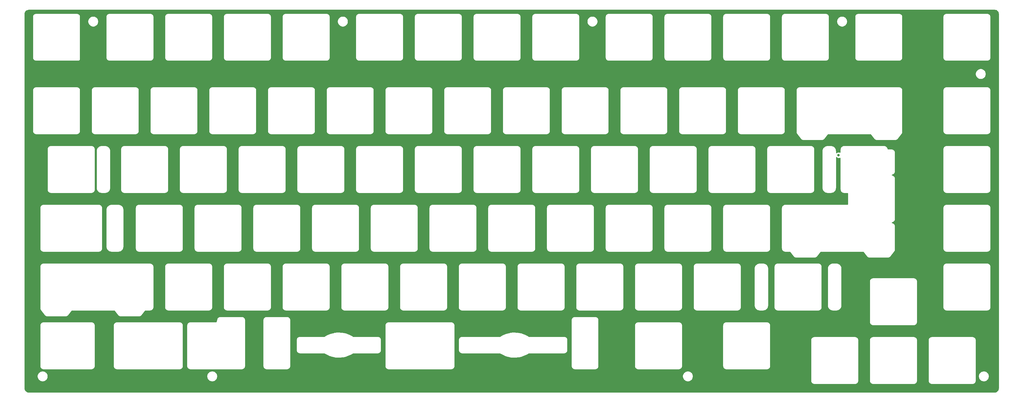
<source format=gbr>
%TF.GenerationSoftware,KiCad,Pcbnew,(5.1.9)-1*%
%TF.CreationDate,2021-10-02T01:37:54-04:00*%
%TF.ProjectId,lckplate,6c636b70-6c61-4746-952e-6b696361645f,rev?*%
%TF.SameCoordinates,Original*%
%TF.FileFunction,Copper,L2,Bot*%
%TF.FilePolarity,Positive*%
%FSLAX46Y46*%
G04 Gerber Fmt 4.6, Leading zero omitted, Abs format (unit mm)*
G04 Created by KiCad (PCBNEW (5.1.9)-1) date 2021-10-02 01:37:54*
%MOMM*%
%LPD*%
G01*
G04 APERTURE LIST*
%TA.AperFunction,ViaPad*%
%ADD10C,0.800000*%
%TD*%
%TA.AperFunction,NonConductor*%
%ADD11C,0.254000*%
%TD*%
%TA.AperFunction,NonConductor*%
%ADD12C,0.100000*%
%TD*%
G04 APERTURE END LIST*
D10*
%TO.N,*%
X267958900Y-87723500D03*
%TD*%
D11*
X318795188Y-40707949D02*
X319030879Y-40779108D01*
X319248256Y-40894691D01*
X319439046Y-41050295D01*
X319595978Y-41239993D01*
X319713073Y-41456557D01*
X319785876Y-41691744D01*
X319815168Y-41970437D01*
X319815167Y-163208216D01*
X319787618Y-163489184D01*
X319716458Y-163724875D01*
X319600878Y-163942251D01*
X319445271Y-164133042D01*
X319255575Y-164289974D01*
X319039010Y-164407069D01*
X318803823Y-164479872D01*
X318525139Y-164509163D01*
X5310764Y-164509163D01*
X5029796Y-164481614D01*
X4794105Y-164410454D01*
X4576729Y-164294874D01*
X4385938Y-164139267D01*
X4229006Y-163949571D01*
X4111911Y-163733006D01*
X4039108Y-163497819D01*
X4009817Y-163219135D01*
X4009817Y-159223280D01*
X8039817Y-159223280D01*
X8039817Y-159565046D01*
X8106492Y-159900244D01*
X8237280Y-160215994D01*
X8427154Y-160500161D01*
X8668819Y-160741826D01*
X8952986Y-160931700D01*
X9268736Y-161062488D01*
X9603934Y-161129163D01*
X9945700Y-161129163D01*
X10280898Y-161062488D01*
X10596648Y-160931700D01*
X10880815Y-160741826D01*
X11122480Y-160500161D01*
X11312354Y-160215994D01*
X11443142Y-159900244D01*
X11509817Y-159565046D01*
X11509817Y-159223280D01*
X63039817Y-159223280D01*
X63039817Y-159565046D01*
X63106492Y-159900244D01*
X63237280Y-160215994D01*
X63427154Y-160500161D01*
X63668819Y-160741826D01*
X63952986Y-160931700D01*
X64268736Y-161062488D01*
X64603934Y-161129163D01*
X64945700Y-161129163D01*
X65280898Y-161062488D01*
X65596648Y-160931700D01*
X65880815Y-160741826D01*
X66122480Y-160500161D01*
X66312354Y-160215994D01*
X66443142Y-159900244D01*
X66509817Y-159565046D01*
X66509817Y-159223280D01*
X217315167Y-159223280D01*
X217315167Y-159565046D01*
X217381842Y-159900244D01*
X217512630Y-160215994D01*
X217702504Y-160500161D01*
X217944169Y-160741826D01*
X218228336Y-160931700D01*
X218544086Y-161062488D01*
X218879284Y-161129163D01*
X219221050Y-161129163D01*
X219556248Y-161062488D01*
X219871998Y-160931700D01*
X219948064Y-160880874D01*
X258953500Y-160880874D01*
X258956551Y-160911854D01*
X258956535Y-160914177D01*
X258957536Y-160924391D01*
X258961510Y-160962198D01*
X258964135Y-160988854D01*
X258964405Y-160989743D01*
X258965696Y-161002029D01*
X258979103Y-161067342D01*
X258991575Y-161132724D01*
X258994539Y-161142542D01*
X258994540Y-161142546D01*
X258994541Y-161142548D01*
X259017626Y-161217123D01*
X259043450Y-161278555D01*
X259068395Y-161340297D01*
X259073212Y-161349358D01*
X259110342Y-161418029D01*
X259147617Y-161473292D01*
X259184071Y-161528999D01*
X259190557Y-161536952D01*
X259240318Y-161597103D01*
X259287607Y-161644063D01*
X259334198Y-161691641D01*
X259342105Y-161698183D01*
X259402602Y-161747523D01*
X259458144Y-161784425D01*
X259513056Y-161822024D01*
X259522078Y-161826902D01*
X259522082Y-161826905D01*
X259522086Y-161826907D01*
X259591012Y-161863555D01*
X259652595Y-161888938D01*
X259713826Y-161915182D01*
X259723630Y-161918217D01*
X259798364Y-161940781D01*
X259863752Y-161953729D01*
X259928876Y-161967571D01*
X259939073Y-161968643D01*
X259939078Y-161968644D01*
X259939082Y-161968644D01*
X260016777Y-161976262D01*
X260052395Y-161979770D01*
X273324605Y-161979770D01*
X273355585Y-161976719D01*
X273357907Y-161976735D01*
X273368121Y-161975734D01*
X273405914Y-161971762D01*
X273432585Y-161969135D01*
X273433475Y-161968865D01*
X273445759Y-161967574D01*
X273511072Y-161954167D01*
X273576454Y-161941695D01*
X273586272Y-161938731D01*
X273586276Y-161938730D01*
X273586279Y-161938729D01*
X273660853Y-161915644D01*
X273722285Y-161889820D01*
X273784027Y-161864875D01*
X273793088Y-161860058D01*
X273861759Y-161822928D01*
X273917022Y-161785653D01*
X273972729Y-161749199D01*
X273980682Y-161742713D01*
X274040833Y-161692952D01*
X274087793Y-161645663D01*
X274135371Y-161599072D01*
X274141913Y-161591165D01*
X274191253Y-161530668D01*
X274228155Y-161475126D01*
X274265754Y-161420214D01*
X274270632Y-161411192D01*
X274270635Y-161411188D01*
X274270637Y-161411184D01*
X274307285Y-161342258D01*
X274332668Y-161280675D01*
X274358912Y-161219444D01*
X274361947Y-161209640D01*
X274384511Y-161134906D01*
X274397459Y-161069518D01*
X274411301Y-161004394D01*
X274412374Y-160994188D01*
X274419992Y-160916493D01*
X274423500Y-160880875D01*
X274423500Y-160880874D01*
X278003500Y-160880874D01*
X278006551Y-160911854D01*
X278006535Y-160914177D01*
X278007536Y-160924391D01*
X278011510Y-160962198D01*
X278014135Y-160988854D01*
X278014405Y-160989743D01*
X278015696Y-161002029D01*
X278029103Y-161067342D01*
X278041575Y-161132724D01*
X278044539Y-161142542D01*
X278044540Y-161142546D01*
X278044541Y-161142548D01*
X278067626Y-161217123D01*
X278093450Y-161278555D01*
X278118395Y-161340297D01*
X278123212Y-161349358D01*
X278160342Y-161418029D01*
X278197617Y-161473292D01*
X278234071Y-161528999D01*
X278240557Y-161536952D01*
X278290318Y-161597103D01*
X278337607Y-161644063D01*
X278384198Y-161691641D01*
X278392105Y-161698183D01*
X278452602Y-161747523D01*
X278508144Y-161784425D01*
X278563056Y-161822024D01*
X278572078Y-161826902D01*
X278572082Y-161826905D01*
X278572086Y-161826907D01*
X278641012Y-161863555D01*
X278702595Y-161888938D01*
X278763826Y-161915182D01*
X278773630Y-161918217D01*
X278848364Y-161940781D01*
X278913752Y-161953729D01*
X278978876Y-161967571D01*
X278989073Y-161968643D01*
X278989078Y-161968644D01*
X278989082Y-161968644D01*
X279066777Y-161976262D01*
X279102395Y-161979770D01*
X292374605Y-161979770D01*
X292405585Y-161976719D01*
X292407907Y-161976735D01*
X292418121Y-161975734D01*
X292455914Y-161971762D01*
X292482585Y-161969135D01*
X292483475Y-161968865D01*
X292495759Y-161967574D01*
X292561072Y-161954167D01*
X292626454Y-161941695D01*
X292636272Y-161938731D01*
X292636276Y-161938730D01*
X292636279Y-161938729D01*
X292710853Y-161915644D01*
X292772285Y-161889820D01*
X292834027Y-161864875D01*
X292843088Y-161860058D01*
X292911759Y-161822928D01*
X292967022Y-161785653D01*
X293022729Y-161749199D01*
X293030682Y-161742713D01*
X293090833Y-161692952D01*
X293137793Y-161645663D01*
X293185371Y-161599072D01*
X293191913Y-161591165D01*
X293241253Y-161530668D01*
X293278155Y-161475126D01*
X293315754Y-161420214D01*
X293320632Y-161411192D01*
X293320635Y-161411188D01*
X293320637Y-161411184D01*
X293357285Y-161342258D01*
X293382668Y-161280675D01*
X293408912Y-161219444D01*
X293411947Y-161209640D01*
X293434511Y-161134906D01*
X293447459Y-161069518D01*
X293461301Y-161004394D01*
X293462374Y-160994188D01*
X293469992Y-160916493D01*
X293473500Y-160880875D01*
X293473500Y-160880874D01*
X297053500Y-160880874D01*
X297056551Y-160911854D01*
X297056535Y-160914177D01*
X297057536Y-160924391D01*
X297061510Y-160962198D01*
X297064135Y-160988854D01*
X297064405Y-160989743D01*
X297065696Y-161002029D01*
X297079103Y-161067342D01*
X297091575Y-161132724D01*
X297094539Y-161142542D01*
X297094540Y-161142546D01*
X297094541Y-161142548D01*
X297117626Y-161217123D01*
X297143450Y-161278555D01*
X297168395Y-161340297D01*
X297173212Y-161349358D01*
X297210342Y-161418029D01*
X297247617Y-161473292D01*
X297284071Y-161528999D01*
X297290557Y-161536952D01*
X297340318Y-161597103D01*
X297387607Y-161644063D01*
X297434198Y-161691641D01*
X297442105Y-161698183D01*
X297502602Y-161747523D01*
X297558144Y-161784425D01*
X297613056Y-161822024D01*
X297622078Y-161826902D01*
X297622082Y-161826905D01*
X297622086Y-161826907D01*
X297691012Y-161863555D01*
X297752595Y-161888938D01*
X297813826Y-161915182D01*
X297823630Y-161918217D01*
X297898364Y-161940781D01*
X297963752Y-161953729D01*
X298028876Y-161967571D01*
X298039073Y-161968643D01*
X298039078Y-161968644D01*
X298039082Y-161968644D01*
X298116777Y-161976262D01*
X298152395Y-161979770D01*
X311424605Y-161979770D01*
X311455585Y-161976719D01*
X311457907Y-161976735D01*
X311468121Y-161975734D01*
X311505914Y-161971762D01*
X311532585Y-161969135D01*
X311533475Y-161968865D01*
X311545759Y-161967574D01*
X311611072Y-161954167D01*
X311676454Y-161941695D01*
X311686272Y-161938731D01*
X311686276Y-161938730D01*
X311686279Y-161938729D01*
X311760853Y-161915644D01*
X311822285Y-161889820D01*
X311884027Y-161864875D01*
X311893088Y-161860058D01*
X311961759Y-161822928D01*
X312017022Y-161785653D01*
X312072729Y-161749199D01*
X312080682Y-161742713D01*
X312140833Y-161692952D01*
X312187793Y-161645663D01*
X312235371Y-161599072D01*
X312241913Y-161591165D01*
X312291253Y-161530668D01*
X312328155Y-161475126D01*
X312365754Y-161420214D01*
X312370632Y-161411192D01*
X312370635Y-161411188D01*
X312370637Y-161411184D01*
X312407285Y-161342258D01*
X312432668Y-161280675D01*
X312458912Y-161219444D01*
X312461947Y-161209640D01*
X312484511Y-161134906D01*
X312497459Y-161069518D01*
X312511301Y-161004394D01*
X312512374Y-160994188D01*
X312519992Y-160916493D01*
X312523500Y-160880875D01*
X312523500Y-159223280D01*
X313315167Y-159223280D01*
X313315167Y-159565046D01*
X313381842Y-159900244D01*
X313512630Y-160215994D01*
X313702504Y-160500161D01*
X313944169Y-160741826D01*
X314228336Y-160931700D01*
X314544086Y-161062488D01*
X314879284Y-161129163D01*
X315221050Y-161129163D01*
X315556248Y-161062488D01*
X315871998Y-160931700D01*
X316156165Y-160741826D01*
X316397830Y-160500161D01*
X316587704Y-160215994D01*
X316718492Y-159900244D01*
X316785167Y-159565046D01*
X316785167Y-159223280D01*
X316718492Y-158888082D01*
X316587704Y-158572332D01*
X316397830Y-158288165D01*
X316156165Y-158046500D01*
X315871998Y-157856626D01*
X315556248Y-157725838D01*
X315221050Y-157659163D01*
X314879284Y-157659163D01*
X314544086Y-157725838D01*
X314228336Y-157856626D01*
X313944169Y-158046500D01*
X313702504Y-158288165D01*
X313512630Y-158572332D01*
X313381842Y-158888082D01*
X313315167Y-159223280D01*
X312523500Y-159223280D01*
X312523500Y-147609195D01*
X312520449Y-147578215D01*
X312520465Y-147575893D01*
X312519464Y-147565680D01*
X312515493Y-147527895D01*
X312512865Y-147501215D01*
X312512595Y-147500325D01*
X312511304Y-147488041D01*
X312497898Y-147422734D01*
X312485425Y-147357346D01*
X312482459Y-147347522D01*
X312459374Y-147272947D01*
X312433550Y-147211515D01*
X312408605Y-147149773D01*
X312403788Y-147140712D01*
X312366658Y-147072041D01*
X312329373Y-147016763D01*
X312292929Y-146961071D01*
X312286449Y-146953125D01*
X312286444Y-146953118D01*
X312286438Y-146953112D01*
X312236682Y-146892967D01*
X312189393Y-146846007D01*
X312142802Y-146798429D01*
X312134895Y-146791887D01*
X312074398Y-146742547D01*
X312018856Y-146705645D01*
X311963944Y-146668046D01*
X311954922Y-146663168D01*
X311954918Y-146663165D01*
X311954914Y-146663163D01*
X311885988Y-146626515D01*
X311824405Y-146601132D01*
X311763174Y-146574888D01*
X311753370Y-146571853D01*
X311678636Y-146549289D01*
X311613248Y-146536341D01*
X311548124Y-146522499D01*
X311537927Y-146521427D01*
X311537922Y-146521426D01*
X311537918Y-146521426D01*
X311460224Y-146513808D01*
X311460223Y-146513808D01*
X311424605Y-146510300D01*
X298152395Y-146510300D01*
X298121415Y-146513351D01*
X298119093Y-146513335D01*
X298108880Y-146514336D01*
X298071095Y-146518307D01*
X298044415Y-146520935D01*
X298043525Y-146521205D01*
X298031241Y-146522496D01*
X297965934Y-146535902D01*
X297900546Y-146548375D01*
X297890722Y-146551341D01*
X297816147Y-146574426D01*
X297754715Y-146600250D01*
X297692973Y-146625195D01*
X297683912Y-146630012D01*
X297615241Y-146667142D01*
X297559963Y-146704427D01*
X297504271Y-146740871D01*
X297496325Y-146747351D01*
X297496318Y-146747356D01*
X297496312Y-146747362D01*
X297436167Y-146797118D01*
X297389207Y-146844407D01*
X297341629Y-146890998D01*
X297335087Y-146898905D01*
X297285747Y-146959402D01*
X297248845Y-147014944D01*
X297211246Y-147069856D01*
X297206368Y-147078878D01*
X297206365Y-147078882D01*
X297206365Y-147078883D01*
X297169715Y-147147812D01*
X297144332Y-147209395D01*
X297118088Y-147270626D01*
X297115053Y-147280430D01*
X297092489Y-147355164D01*
X297079541Y-147420552D01*
X297065699Y-147485676D01*
X297064626Y-147495882D01*
X297057008Y-147573576D01*
X297057008Y-147573587D01*
X297053501Y-147609195D01*
X297053500Y-160880874D01*
X293473500Y-160880874D01*
X293473500Y-147609195D01*
X293470449Y-147578215D01*
X293470465Y-147575893D01*
X293469464Y-147565680D01*
X293465493Y-147527895D01*
X293462865Y-147501215D01*
X293462595Y-147500325D01*
X293461304Y-147488041D01*
X293447898Y-147422734D01*
X293435425Y-147357346D01*
X293432459Y-147347522D01*
X293409374Y-147272947D01*
X293383550Y-147211515D01*
X293358605Y-147149773D01*
X293353788Y-147140712D01*
X293316658Y-147072041D01*
X293279373Y-147016763D01*
X293242929Y-146961071D01*
X293236449Y-146953125D01*
X293236444Y-146953118D01*
X293236438Y-146953112D01*
X293186682Y-146892967D01*
X293139393Y-146846007D01*
X293092802Y-146798429D01*
X293084895Y-146791887D01*
X293024398Y-146742547D01*
X292968856Y-146705645D01*
X292913944Y-146668046D01*
X292904922Y-146663168D01*
X292904918Y-146663165D01*
X292904914Y-146663163D01*
X292835988Y-146626515D01*
X292774405Y-146601132D01*
X292713174Y-146574888D01*
X292703370Y-146571853D01*
X292628636Y-146549289D01*
X292563248Y-146536341D01*
X292498124Y-146522499D01*
X292487927Y-146521427D01*
X292487922Y-146521426D01*
X292487918Y-146521426D01*
X292410224Y-146513808D01*
X292410223Y-146513808D01*
X292374605Y-146510300D01*
X279102395Y-146510300D01*
X279071415Y-146513351D01*
X279069093Y-146513335D01*
X279058880Y-146514336D01*
X279021095Y-146518307D01*
X278994415Y-146520935D01*
X278993525Y-146521205D01*
X278981241Y-146522496D01*
X278915934Y-146535902D01*
X278850546Y-146548375D01*
X278840722Y-146551341D01*
X278766147Y-146574426D01*
X278704715Y-146600250D01*
X278642973Y-146625195D01*
X278633912Y-146630012D01*
X278565241Y-146667142D01*
X278509963Y-146704427D01*
X278454271Y-146740871D01*
X278446325Y-146747351D01*
X278446318Y-146747356D01*
X278446312Y-146747362D01*
X278386167Y-146797118D01*
X278339207Y-146844407D01*
X278291629Y-146890998D01*
X278285087Y-146898905D01*
X278235747Y-146959402D01*
X278198845Y-147014944D01*
X278161246Y-147069856D01*
X278156368Y-147078878D01*
X278156365Y-147078882D01*
X278156365Y-147078883D01*
X278119715Y-147147812D01*
X278094332Y-147209395D01*
X278068088Y-147270626D01*
X278065053Y-147280430D01*
X278042489Y-147355164D01*
X278029541Y-147420552D01*
X278015699Y-147485676D01*
X278014626Y-147495882D01*
X278007008Y-147573576D01*
X278007008Y-147573587D01*
X278003501Y-147609195D01*
X278003500Y-160880874D01*
X274423500Y-160880874D01*
X274423500Y-147609195D01*
X274420449Y-147578215D01*
X274420465Y-147575893D01*
X274419464Y-147565680D01*
X274415493Y-147527895D01*
X274412865Y-147501215D01*
X274412595Y-147500325D01*
X274411304Y-147488041D01*
X274397898Y-147422734D01*
X274385425Y-147357346D01*
X274382459Y-147347522D01*
X274359374Y-147272947D01*
X274333550Y-147211515D01*
X274308605Y-147149773D01*
X274303788Y-147140712D01*
X274266658Y-147072041D01*
X274229373Y-147016763D01*
X274192929Y-146961071D01*
X274186449Y-146953125D01*
X274186444Y-146953118D01*
X274186438Y-146953112D01*
X274136682Y-146892967D01*
X274089393Y-146846007D01*
X274042802Y-146798429D01*
X274034895Y-146791887D01*
X273974398Y-146742547D01*
X273918856Y-146705645D01*
X273863944Y-146668046D01*
X273854922Y-146663168D01*
X273854918Y-146663165D01*
X273854914Y-146663163D01*
X273785988Y-146626515D01*
X273724405Y-146601132D01*
X273663174Y-146574888D01*
X273653370Y-146571853D01*
X273578636Y-146549289D01*
X273513248Y-146536341D01*
X273448124Y-146522499D01*
X273437927Y-146521427D01*
X273437922Y-146521426D01*
X273437918Y-146521426D01*
X273360224Y-146513808D01*
X273360223Y-146513808D01*
X273324605Y-146510300D01*
X260052395Y-146510300D01*
X260021415Y-146513351D01*
X260019093Y-146513335D01*
X260008880Y-146514336D01*
X259971095Y-146518307D01*
X259944415Y-146520935D01*
X259943525Y-146521205D01*
X259931241Y-146522496D01*
X259865934Y-146535902D01*
X259800546Y-146548375D01*
X259790722Y-146551341D01*
X259716147Y-146574426D01*
X259654715Y-146600250D01*
X259592973Y-146625195D01*
X259583912Y-146630012D01*
X259515241Y-146667142D01*
X259459963Y-146704427D01*
X259404271Y-146740871D01*
X259396325Y-146747351D01*
X259396318Y-146747356D01*
X259396312Y-146747362D01*
X259336167Y-146797118D01*
X259289207Y-146844407D01*
X259241629Y-146890998D01*
X259235087Y-146898905D01*
X259185747Y-146959402D01*
X259148845Y-147014944D01*
X259111246Y-147069856D01*
X259106368Y-147078878D01*
X259106365Y-147078882D01*
X259106365Y-147078883D01*
X259069715Y-147147812D01*
X259044332Y-147209395D01*
X259018088Y-147270626D01*
X259015053Y-147280430D01*
X258992489Y-147355164D01*
X258979541Y-147420552D01*
X258965699Y-147485676D01*
X258964626Y-147495882D01*
X258957008Y-147573576D01*
X258957008Y-147573587D01*
X258953501Y-147609195D01*
X258953500Y-160880874D01*
X219948064Y-160880874D01*
X220156165Y-160741826D01*
X220397830Y-160500161D01*
X220587704Y-160215994D01*
X220718492Y-159900244D01*
X220785167Y-159565046D01*
X220785167Y-159223280D01*
X220718492Y-158888082D01*
X220587704Y-158572332D01*
X220397830Y-158288165D01*
X220156165Y-158046500D01*
X219871998Y-157856626D01*
X219556248Y-157725838D01*
X219221050Y-157659163D01*
X218879284Y-157659163D01*
X218544086Y-157725838D01*
X218228336Y-157856626D01*
X217944169Y-158046500D01*
X217702504Y-158288165D01*
X217512630Y-158572332D01*
X217381842Y-158888082D01*
X217315167Y-159223280D01*
X66509817Y-159223280D01*
X66443142Y-158888082D01*
X66312354Y-158572332D01*
X66122480Y-158288165D01*
X65880815Y-158046500D01*
X65596648Y-157856626D01*
X65280898Y-157725838D01*
X64945700Y-157659163D01*
X64603934Y-157659163D01*
X64268736Y-157725838D01*
X63952986Y-157856626D01*
X63668819Y-158046500D01*
X63427154Y-158288165D01*
X63237280Y-158572332D01*
X63106492Y-158888082D01*
X63039817Y-159223280D01*
X11509817Y-159223280D01*
X11443142Y-158888082D01*
X11312354Y-158572332D01*
X11122480Y-158288165D01*
X10880815Y-158046500D01*
X10596648Y-157856626D01*
X10280898Y-157725838D01*
X9945700Y-157659163D01*
X9603934Y-157659163D01*
X9268736Y-157725838D01*
X8952986Y-157856626D01*
X8668819Y-158046500D01*
X8427154Y-158288165D01*
X8237280Y-158572332D01*
X8106492Y-158888082D01*
X8039817Y-159223280D01*
X4009817Y-159223280D01*
X4009817Y-156118384D01*
X8922410Y-156118384D01*
X8925461Y-156149364D01*
X8925445Y-156151687D01*
X8926446Y-156161901D01*
X8930420Y-156199708D01*
X8933045Y-156226364D01*
X8933315Y-156227253D01*
X8934606Y-156239539D01*
X8948013Y-156304852D01*
X8960485Y-156370234D01*
X8963449Y-156380052D01*
X8963450Y-156380056D01*
X8963451Y-156380058D01*
X8986536Y-156454633D01*
X9012360Y-156516065D01*
X9037305Y-156577807D01*
X9042122Y-156586868D01*
X9079252Y-156655539D01*
X9116527Y-156710802D01*
X9152981Y-156766509D01*
X9159467Y-156774462D01*
X9209228Y-156834613D01*
X9256517Y-156881573D01*
X9303108Y-156929151D01*
X9311015Y-156935693D01*
X9371512Y-156985033D01*
X9427054Y-157021935D01*
X9481966Y-157059534D01*
X9490988Y-157064412D01*
X9490992Y-157064415D01*
X9490996Y-157064417D01*
X9559922Y-157101065D01*
X9621505Y-157126448D01*
X9682736Y-157152692D01*
X9692540Y-157155727D01*
X9767274Y-157178291D01*
X9832662Y-157191239D01*
X9897786Y-157205081D01*
X9907983Y-157206153D01*
X9907988Y-157206154D01*
X9907992Y-157206154D01*
X9985687Y-157213772D01*
X10021305Y-157217280D01*
X25674305Y-157217280D01*
X25705285Y-157214229D01*
X25707607Y-157214245D01*
X25717821Y-157213244D01*
X25755614Y-157209272D01*
X25782285Y-157206645D01*
X25783175Y-157206375D01*
X25795459Y-157205084D01*
X25860772Y-157191677D01*
X25926154Y-157179205D01*
X25935972Y-157176241D01*
X25935976Y-157176240D01*
X25935979Y-157176239D01*
X26010553Y-157153154D01*
X26071985Y-157127330D01*
X26133727Y-157102385D01*
X26142788Y-157097568D01*
X26211459Y-157060438D01*
X26266722Y-157023163D01*
X26322429Y-156986709D01*
X26330382Y-156980223D01*
X26390533Y-156930462D01*
X26437493Y-156883173D01*
X26485071Y-156836582D01*
X26491613Y-156828675D01*
X26540953Y-156768178D01*
X26577855Y-156712636D01*
X26615454Y-156657724D01*
X26620332Y-156648702D01*
X26620335Y-156648698D01*
X26620337Y-156648694D01*
X26656985Y-156579768D01*
X26682368Y-156518185D01*
X26708612Y-156456954D01*
X26711647Y-156447150D01*
X26734211Y-156372416D01*
X26747159Y-156307028D01*
X26761001Y-156241904D01*
X26762074Y-156231698D01*
X26769692Y-156154003D01*
X26773200Y-156118385D01*
X26773200Y-156118384D01*
X32733500Y-156118384D01*
X32736551Y-156149364D01*
X32736535Y-156151687D01*
X32737536Y-156161901D01*
X32741510Y-156199708D01*
X32744135Y-156226364D01*
X32744405Y-156227253D01*
X32745696Y-156239539D01*
X32759103Y-156304852D01*
X32771575Y-156370234D01*
X32774539Y-156380052D01*
X32774540Y-156380056D01*
X32774541Y-156380058D01*
X32797626Y-156454633D01*
X32823450Y-156516065D01*
X32848395Y-156577807D01*
X32853212Y-156586868D01*
X32890342Y-156655539D01*
X32927617Y-156710802D01*
X32964071Y-156766509D01*
X32970557Y-156774462D01*
X33020318Y-156834613D01*
X33067607Y-156881573D01*
X33114198Y-156929151D01*
X33122105Y-156935693D01*
X33182602Y-156985033D01*
X33238144Y-157021935D01*
X33293056Y-157059534D01*
X33302078Y-157064412D01*
X33302082Y-157064415D01*
X33302086Y-157064417D01*
X33371012Y-157101065D01*
X33432595Y-157126448D01*
X33493826Y-157152692D01*
X33503630Y-157155727D01*
X33578364Y-157178291D01*
X33643752Y-157191239D01*
X33708876Y-157205081D01*
X33719073Y-157206153D01*
X33719078Y-157206154D01*
X33719082Y-157206154D01*
X33796777Y-157213772D01*
X33832395Y-157217280D01*
X54249105Y-157217280D01*
X54280085Y-157214229D01*
X54282407Y-157214245D01*
X54292621Y-157213244D01*
X54330414Y-157209272D01*
X54357085Y-157206645D01*
X54357975Y-157206375D01*
X54370259Y-157205084D01*
X54435572Y-157191677D01*
X54500954Y-157179205D01*
X54510772Y-157176241D01*
X54510776Y-157176240D01*
X54510779Y-157176239D01*
X54585353Y-157153154D01*
X54646785Y-157127330D01*
X54708527Y-157102385D01*
X54717588Y-157097568D01*
X54786259Y-157060438D01*
X54841522Y-157023163D01*
X54897229Y-156986709D01*
X54905182Y-156980223D01*
X54965333Y-156930462D01*
X55012293Y-156883173D01*
X55059871Y-156836582D01*
X55066413Y-156828675D01*
X55115753Y-156768178D01*
X55152655Y-156712636D01*
X55190254Y-156657724D01*
X55195132Y-156648702D01*
X55195135Y-156648698D01*
X55195137Y-156648694D01*
X55231785Y-156579768D01*
X55257168Y-156518185D01*
X55283412Y-156456954D01*
X55286447Y-156447150D01*
X55309011Y-156372416D01*
X55321959Y-156307028D01*
X55335801Y-156241904D01*
X55336874Y-156231698D01*
X55344492Y-156154003D01*
X55348000Y-156118385D01*
X55348000Y-142846696D01*
X56547500Y-142846696D01*
X56547501Y-156118385D01*
X56550551Y-156149355D01*
X56550535Y-156151687D01*
X56551536Y-156161901D01*
X56555524Y-156199845D01*
X56558136Y-156226365D01*
X56558404Y-156227250D01*
X56559696Y-156239539D01*
X56573103Y-156304852D01*
X56585575Y-156370234D01*
X56588539Y-156380052D01*
X56588540Y-156380056D01*
X56588541Y-156380058D01*
X56611626Y-156454633D01*
X56637450Y-156516065D01*
X56662395Y-156577807D01*
X56667212Y-156586868D01*
X56704342Y-156655539D01*
X56741617Y-156710802D01*
X56778071Y-156766509D01*
X56784557Y-156774462D01*
X56834318Y-156834613D01*
X56881607Y-156881573D01*
X56928198Y-156929151D01*
X56936105Y-156935693D01*
X56996602Y-156985033D01*
X57052144Y-157021935D01*
X57107056Y-157059534D01*
X57116078Y-157064412D01*
X57116082Y-157064415D01*
X57116086Y-157064417D01*
X57185012Y-157101065D01*
X57246595Y-157126448D01*
X57307826Y-157152692D01*
X57317630Y-157155727D01*
X57392364Y-157178291D01*
X57457752Y-157191239D01*
X57522876Y-157205081D01*
X57533073Y-157206153D01*
X57533078Y-157206154D01*
X57533082Y-157206154D01*
X57610777Y-157213772D01*
X57646395Y-157217280D01*
X74436105Y-157217280D01*
X74467085Y-157214229D01*
X74469407Y-157214245D01*
X74479621Y-157213244D01*
X74517414Y-157209272D01*
X74544085Y-157206645D01*
X74544975Y-157206375D01*
X74557259Y-157205084D01*
X74622572Y-157191677D01*
X74687954Y-157179205D01*
X74697772Y-157176241D01*
X74697776Y-157176240D01*
X74697779Y-157176239D01*
X74772353Y-157153154D01*
X74833785Y-157127330D01*
X74895527Y-157102385D01*
X74904588Y-157097568D01*
X74973259Y-157060438D01*
X75028522Y-157023163D01*
X75084229Y-156986709D01*
X75092182Y-156980223D01*
X75152333Y-156930462D01*
X75199293Y-156883173D01*
X75246871Y-156836582D01*
X75253413Y-156828675D01*
X75302753Y-156768178D01*
X75339655Y-156712636D01*
X75377254Y-156657724D01*
X75382132Y-156648702D01*
X75382135Y-156648698D01*
X75382137Y-156648694D01*
X75418785Y-156579768D01*
X75444168Y-156518185D01*
X75470412Y-156456954D01*
X75473447Y-156447150D01*
X75496011Y-156372416D01*
X75508959Y-156307028D01*
X75522801Y-156241904D01*
X75523874Y-156231698D01*
X75531492Y-156154003D01*
X75535000Y-156118385D01*
X75535000Y-156118384D01*
X81274820Y-156118384D01*
X81277871Y-156149364D01*
X81277855Y-156151687D01*
X81278856Y-156161901D01*
X81282830Y-156199708D01*
X81285455Y-156226364D01*
X81285725Y-156227253D01*
X81287016Y-156239539D01*
X81300423Y-156304852D01*
X81312895Y-156370234D01*
X81315859Y-156380052D01*
X81315860Y-156380056D01*
X81315861Y-156380058D01*
X81338946Y-156454633D01*
X81364770Y-156516065D01*
X81389715Y-156577807D01*
X81394532Y-156586868D01*
X81431662Y-156655539D01*
X81468937Y-156710802D01*
X81505391Y-156766509D01*
X81511877Y-156774462D01*
X81561638Y-156834613D01*
X81608927Y-156881573D01*
X81655518Y-156929151D01*
X81663425Y-156935693D01*
X81723922Y-156985033D01*
X81779464Y-157021935D01*
X81834376Y-157059534D01*
X81843398Y-157064412D01*
X81843402Y-157064415D01*
X81843406Y-157064417D01*
X81912332Y-157101065D01*
X81973915Y-157126448D01*
X82035146Y-157152692D01*
X82044950Y-157155727D01*
X82119684Y-157178291D01*
X82185072Y-157191239D01*
X82250196Y-157205081D01*
X82260393Y-157206153D01*
X82260398Y-157206154D01*
X82260402Y-157206154D01*
X82338097Y-157213772D01*
X82373715Y-157217280D01*
X89087283Y-157217280D01*
X89118263Y-157214229D01*
X89120585Y-157214245D01*
X89130799Y-157213244D01*
X89168592Y-157209272D01*
X89195263Y-157206645D01*
X89196153Y-157206375D01*
X89208437Y-157205084D01*
X89273750Y-157191677D01*
X89339132Y-157179205D01*
X89348950Y-157176241D01*
X89348954Y-157176240D01*
X89348957Y-157176239D01*
X89423531Y-157153154D01*
X89484963Y-157127330D01*
X89546705Y-157102385D01*
X89555766Y-157097568D01*
X89624437Y-157060438D01*
X89679700Y-157023163D01*
X89735407Y-156986709D01*
X89743360Y-156980223D01*
X89803511Y-156930462D01*
X89850471Y-156883173D01*
X89898049Y-156836582D01*
X89904591Y-156828675D01*
X89953931Y-156768178D01*
X89990833Y-156712636D01*
X90028432Y-156657724D01*
X90033310Y-156648702D01*
X90033313Y-156648698D01*
X90033315Y-156648694D01*
X90069963Y-156579768D01*
X90095346Y-156518185D01*
X90121590Y-156456954D01*
X90124625Y-156447150D01*
X90147189Y-156372416D01*
X90160137Y-156307028D01*
X90173979Y-156241904D01*
X90175052Y-156231698D01*
X90182670Y-156154003D01*
X90186178Y-156118385D01*
X90186178Y-147547196D01*
X92083358Y-147547196D01*
X92083359Y-150950758D01*
X92086409Y-150981728D01*
X92086393Y-150984060D01*
X92087394Y-150994274D01*
X92091382Y-151032218D01*
X92093994Y-151058738D01*
X92094262Y-151059623D01*
X92095554Y-151071912D01*
X92108961Y-151137225D01*
X92121433Y-151202607D01*
X92124397Y-151212425D01*
X92124398Y-151212429D01*
X92124399Y-151212431D01*
X92147484Y-151287006D01*
X92173308Y-151348438D01*
X92198253Y-151410180D01*
X92203070Y-151419241D01*
X92240200Y-151487912D01*
X92277475Y-151543175D01*
X92313929Y-151598882D01*
X92320415Y-151606835D01*
X92370176Y-151666986D01*
X92417465Y-151713946D01*
X92464056Y-151761524D01*
X92471963Y-151768066D01*
X92532460Y-151817406D01*
X92588002Y-151854308D01*
X92642914Y-151891907D01*
X92651936Y-151896785D01*
X92651940Y-151896788D01*
X92651944Y-151896790D01*
X92720870Y-151933438D01*
X92782453Y-151958821D01*
X92843684Y-151985065D01*
X92853488Y-151988100D01*
X92928222Y-152010664D01*
X92993610Y-152023612D01*
X93058734Y-152037454D01*
X93068931Y-152038526D01*
X93068936Y-152038527D01*
X93068940Y-152038527D01*
X93146635Y-152046145D01*
X93182253Y-152049653D01*
X101162833Y-152049653D01*
X101451510Y-152232853D01*
X101473079Y-152244491D01*
X101493725Y-152257710D01*
X101514172Y-152268436D01*
X102499378Y-152765675D01*
X102536654Y-152781291D01*
X102573382Y-152798052D01*
X102595136Y-152805791D01*
X103640575Y-153159251D01*
X103679674Y-153169457D01*
X103718403Y-153180878D01*
X103741031Y-153185474D01*
X104825841Y-153388104D01*
X104865974Y-153392698D01*
X104905940Y-153398550D01*
X104928989Y-153399911D01*
X106031529Y-153447669D01*
X106071899Y-153446563D01*
X106112301Y-153446725D01*
X106135312Y-153444825D01*
X107233582Y-153336757D01*
X107273384Y-153329975D01*
X107313415Y-153324442D01*
X107335929Y-153319319D01*
X108408015Y-153057581D01*
X108446491Y-153045250D01*
X108485316Y-153034139D01*
X108506883Y-153025895D01*
X109531395Y-152615710D01*
X109567741Y-152598085D01*
X109604622Y-152581611D01*
X109624813Y-152570410D01*
X110529717Y-152049653D01*
X118516387Y-152049653D01*
X118547367Y-152046602D01*
X118549689Y-152046618D01*
X118559903Y-152045617D01*
X118597696Y-152041645D01*
X118624367Y-152039018D01*
X118625257Y-152038748D01*
X118637541Y-152037457D01*
X118702854Y-152024050D01*
X118768236Y-152011578D01*
X118778054Y-152008614D01*
X118778058Y-152008613D01*
X118778061Y-152008612D01*
X118852635Y-151985527D01*
X118914067Y-151959703D01*
X118975809Y-151934758D01*
X118984870Y-151929941D01*
X119053541Y-151892811D01*
X119108804Y-151855536D01*
X119164511Y-151819082D01*
X119172464Y-151812596D01*
X119232615Y-151762835D01*
X119279575Y-151715546D01*
X119327153Y-151668955D01*
X119333695Y-151661048D01*
X119383035Y-151600551D01*
X119419937Y-151545009D01*
X119457536Y-151490097D01*
X119462414Y-151481075D01*
X119462417Y-151481071D01*
X119462419Y-151481067D01*
X119499067Y-151412141D01*
X119524450Y-151350558D01*
X119550694Y-151289327D01*
X119553729Y-151279523D01*
X119576293Y-151204789D01*
X119589241Y-151139401D01*
X119603083Y-151074277D01*
X119604156Y-151064071D01*
X119611774Y-150986376D01*
X119615282Y-150950758D01*
X119615282Y-147547195D01*
X119612231Y-147516215D01*
X119612247Y-147513893D01*
X119611246Y-147503680D01*
X119607275Y-147465895D01*
X119604647Y-147439215D01*
X119604377Y-147438325D01*
X119603086Y-147426041D01*
X119589680Y-147360734D01*
X119577207Y-147295346D01*
X119574241Y-147285522D01*
X119551156Y-147210947D01*
X119525332Y-147149515D01*
X119500387Y-147087773D01*
X119495570Y-147078712D01*
X119458440Y-147010041D01*
X119421155Y-146954763D01*
X119384711Y-146899071D01*
X119378231Y-146891125D01*
X119378226Y-146891118D01*
X119378220Y-146891112D01*
X119328464Y-146830967D01*
X119281175Y-146784007D01*
X119234584Y-146736429D01*
X119226677Y-146729887D01*
X119166180Y-146680547D01*
X119110638Y-146643645D01*
X119055726Y-146606046D01*
X119046704Y-146601168D01*
X119046700Y-146601165D01*
X119046696Y-146601163D01*
X118977770Y-146564515D01*
X118916187Y-146539132D01*
X118854956Y-146512888D01*
X118845152Y-146509853D01*
X118770418Y-146487289D01*
X118705030Y-146474341D01*
X118639906Y-146460499D01*
X118629709Y-146459427D01*
X118629704Y-146459426D01*
X118629700Y-146459426D01*
X118552006Y-146451808D01*
X118552005Y-146451808D01*
X118516387Y-146448300D01*
X110535809Y-146448300D01*
X110247130Y-146265099D01*
X110225555Y-146253458D01*
X110204914Y-146240242D01*
X110184467Y-146229515D01*
X109199261Y-145732277D01*
X109161997Y-145716666D01*
X109125258Y-145699900D01*
X109103503Y-145692161D01*
X108058065Y-145338701D01*
X108018955Y-145328492D01*
X107980237Y-145317074D01*
X107957614Y-145312479D01*
X107957610Y-145312478D01*
X107957607Y-145312478D01*
X106872797Y-145109848D01*
X106832667Y-145105254D01*
X106792699Y-145099402D01*
X106769649Y-145098041D01*
X105667109Y-145050284D01*
X105626739Y-145051390D01*
X105586338Y-145051228D01*
X105563327Y-145053128D01*
X104465057Y-145161196D01*
X104425255Y-145167978D01*
X104385224Y-145173511D01*
X104362710Y-145178634D01*
X103290624Y-145440372D01*
X103252140Y-145452706D01*
X103213324Y-145463814D01*
X103191756Y-145472058D01*
X102167244Y-145882242D01*
X102130902Y-145899865D01*
X102094017Y-145916341D01*
X102073826Y-145927542D01*
X101168922Y-146448300D01*
X93182253Y-146448300D01*
X93151273Y-146451351D01*
X93148951Y-146451335D01*
X93138738Y-146452336D01*
X93100953Y-146456307D01*
X93074273Y-146458935D01*
X93073383Y-146459205D01*
X93061099Y-146460496D01*
X92995792Y-146473902D01*
X92930404Y-146486375D01*
X92920580Y-146489341D01*
X92846005Y-146512426D01*
X92784573Y-146538250D01*
X92722831Y-146563195D01*
X92713770Y-146568012D01*
X92645099Y-146605142D01*
X92589821Y-146642427D01*
X92534129Y-146678871D01*
X92526183Y-146685351D01*
X92526176Y-146685356D01*
X92526170Y-146685362D01*
X92466025Y-146735118D01*
X92419065Y-146782407D01*
X92371487Y-146828998D01*
X92364945Y-146836905D01*
X92315605Y-146897402D01*
X92278703Y-146952944D01*
X92241104Y-147007856D01*
X92236226Y-147016878D01*
X92236223Y-147016882D01*
X92236223Y-147016883D01*
X92199573Y-147085812D01*
X92174190Y-147147395D01*
X92147946Y-147208626D01*
X92144911Y-147218430D01*
X92122347Y-147293164D01*
X92109399Y-147358552D01*
X92095557Y-147423676D01*
X92094484Y-147433882D01*
X92086866Y-147511576D01*
X92083358Y-147547196D01*
X90186178Y-147547196D01*
X90186178Y-142846696D01*
X120839500Y-142846696D01*
X120839501Y-156118385D01*
X120842551Y-156149355D01*
X120842535Y-156151687D01*
X120843536Y-156161901D01*
X120847524Y-156199845D01*
X120850136Y-156226365D01*
X120850404Y-156227250D01*
X120851696Y-156239539D01*
X120865103Y-156304852D01*
X120877575Y-156370234D01*
X120880539Y-156380052D01*
X120880540Y-156380056D01*
X120880541Y-156380058D01*
X120903626Y-156454633D01*
X120929450Y-156516065D01*
X120954395Y-156577807D01*
X120959212Y-156586868D01*
X120996342Y-156655539D01*
X121033617Y-156710802D01*
X121070071Y-156766509D01*
X121076557Y-156774462D01*
X121126318Y-156834613D01*
X121173607Y-156881573D01*
X121220198Y-156929151D01*
X121228105Y-156935693D01*
X121288602Y-156985033D01*
X121344144Y-157021935D01*
X121399056Y-157059534D01*
X121408078Y-157064412D01*
X121408082Y-157064415D01*
X121408086Y-157064417D01*
X121477012Y-157101065D01*
X121538595Y-157126448D01*
X121599826Y-157152692D01*
X121609630Y-157155727D01*
X121684364Y-157178291D01*
X121749752Y-157191239D01*
X121814876Y-157205081D01*
X121825073Y-157206153D01*
X121825078Y-157206154D01*
X121825082Y-157206154D01*
X121902777Y-157213772D01*
X121938395Y-157217280D01*
X142355605Y-157217280D01*
X142386585Y-157214229D01*
X142388907Y-157214245D01*
X142399121Y-157213244D01*
X142436914Y-157209272D01*
X142463585Y-157206645D01*
X142464475Y-157206375D01*
X142476759Y-157205084D01*
X142542072Y-157191677D01*
X142607454Y-157179205D01*
X142617272Y-157176241D01*
X142617276Y-157176240D01*
X142617279Y-157176239D01*
X142691853Y-157153154D01*
X142753285Y-157127330D01*
X142815027Y-157102385D01*
X142824088Y-157097568D01*
X142892759Y-157060438D01*
X142948022Y-157023163D01*
X143003729Y-156986709D01*
X143011682Y-156980223D01*
X143071833Y-156930462D01*
X143118793Y-156883173D01*
X143166371Y-156836582D01*
X143172913Y-156828675D01*
X143222253Y-156768178D01*
X143259155Y-156712636D01*
X143296754Y-156657724D01*
X143301632Y-156648702D01*
X143301635Y-156648698D01*
X143301637Y-156648694D01*
X143338285Y-156579768D01*
X143363668Y-156518185D01*
X143389912Y-156456954D01*
X143392947Y-156447150D01*
X143415511Y-156372416D01*
X143428459Y-156307028D01*
X143442301Y-156241904D01*
X143443374Y-156231698D01*
X143450992Y-156154003D01*
X143454500Y-156118385D01*
X143454500Y-150950757D01*
X144678718Y-150950757D01*
X144681769Y-150981737D01*
X144681753Y-150984060D01*
X144682754Y-150994274D01*
X144686728Y-151032081D01*
X144689353Y-151058737D01*
X144689623Y-151059626D01*
X144690914Y-151071912D01*
X144704321Y-151137225D01*
X144716793Y-151202607D01*
X144719757Y-151212425D01*
X144719758Y-151212429D01*
X144719759Y-151212431D01*
X144742844Y-151287006D01*
X144768668Y-151348438D01*
X144793613Y-151410180D01*
X144798430Y-151419241D01*
X144835560Y-151487912D01*
X144872835Y-151543175D01*
X144909289Y-151598882D01*
X144915775Y-151606835D01*
X144965536Y-151666986D01*
X145012825Y-151713946D01*
X145059416Y-151761524D01*
X145067323Y-151768066D01*
X145127820Y-151817406D01*
X145183362Y-151854308D01*
X145238274Y-151891907D01*
X145247296Y-151896785D01*
X145247300Y-151896788D01*
X145247304Y-151896790D01*
X145316230Y-151933438D01*
X145377813Y-151958821D01*
X145439044Y-151985065D01*
X145448848Y-151988100D01*
X145523582Y-152010664D01*
X145588970Y-152023612D01*
X145654094Y-152037454D01*
X145664291Y-152038526D01*
X145664296Y-152038527D01*
X145664300Y-152038527D01*
X145741995Y-152046145D01*
X145777613Y-152049653D01*
X158120820Y-152049653D01*
X158409497Y-152232853D01*
X158431066Y-152244491D01*
X158451712Y-152257710D01*
X158472159Y-152268436D01*
X159457365Y-152765675D01*
X159494641Y-152781291D01*
X159531369Y-152798052D01*
X159553123Y-152805791D01*
X160598562Y-153159251D01*
X160637661Y-153169457D01*
X160676390Y-153180878D01*
X160699018Y-153185474D01*
X161783828Y-153388104D01*
X161823961Y-153392698D01*
X161863927Y-153398550D01*
X161886976Y-153399911D01*
X162989516Y-153447669D01*
X163029886Y-153446563D01*
X163070288Y-153446725D01*
X163093299Y-153444825D01*
X164191569Y-153336757D01*
X164231371Y-153329975D01*
X164271402Y-153324442D01*
X164293916Y-153319319D01*
X165366002Y-153057581D01*
X165404478Y-153045250D01*
X165443303Y-153034139D01*
X165464870Y-153025895D01*
X166489382Y-152615710D01*
X166525728Y-152598085D01*
X166562609Y-152581611D01*
X166582800Y-152570410D01*
X167487704Y-152049653D01*
X178984956Y-152049653D01*
X179015936Y-152046602D01*
X179018258Y-152046618D01*
X179028472Y-152045617D01*
X179066265Y-152041645D01*
X179092936Y-152039018D01*
X179093826Y-152038748D01*
X179106110Y-152037457D01*
X179171423Y-152024050D01*
X179236805Y-152011578D01*
X179246623Y-152008614D01*
X179246627Y-152008613D01*
X179246630Y-152008612D01*
X179321204Y-151985527D01*
X179382636Y-151959703D01*
X179444378Y-151934758D01*
X179453439Y-151929941D01*
X179522110Y-151892811D01*
X179577373Y-151855536D01*
X179633080Y-151819082D01*
X179641033Y-151812596D01*
X179701184Y-151762835D01*
X179748144Y-151715546D01*
X179795722Y-151668955D01*
X179802264Y-151661048D01*
X179851604Y-151600551D01*
X179888506Y-151545009D01*
X179926105Y-151490097D01*
X179930983Y-151481075D01*
X179930986Y-151481071D01*
X179930988Y-151481067D01*
X179967636Y-151412141D01*
X179993019Y-151350558D01*
X180019263Y-151289327D01*
X180022298Y-151279523D01*
X180044862Y-151204789D01*
X180057810Y-151139401D01*
X180071652Y-151074277D01*
X180072725Y-151064071D01*
X180080343Y-150986376D01*
X180083851Y-150950758D01*
X180083851Y-147547195D01*
X180080800Y-147516215D01*
X180080816Y-147513893D01*
X180079815Y-147503680D01*
X180075844Y-147465895D01*
X180073216Y-147439215D01*
X180072946Y-147438325D01*
X180071655Y-147426041D01*
X180058249Y-147360734D01*
X180045776Y-147295346D01*
X180042810Y-147285522D01*
X180019725Y-147210947D01*
X179993901Y-147149515D01*
X179968956Y-147087773D01*
X179964139Y-147078712D01*
X179927009Y-147010041D01*
X179889724Y-146954763D01*
X179853280Y-146899071D01*
X179846800Y-146891125D01*
X179846795Y-146891118D01*
X179846789Y-146891112D01*
X179797033Y-146830967D01*
X179749744Y-146784007D01*
X179703153Y-146736429D01*
X179695246Y-146729887D01*
X179634749Y-146680547D01*
X179579207Y-146643645D01*
X179524295Y-146606046D01*
X179515273Y-146601168D01*
X179515269Y-146601165D01*
X179515265Y-146601163D01*
X179446339Y-146564515D01*
X179384756Y-146539132D01*
X179323525Y-146512888D01*
X179313721Y-146509853D01*
X179238987Y-146487289D01*
X179173599Y-146474341D01*
X179108475Y-146460499D01*
X179098278Y-146459427D01*
X179098273Y-146459426D01*
X179098269Y-146459426D01*
X179020575Y-146451808D01*
X179020574Y-146451808D01*
X178984956Y-146448300D01*
X167493796Y-146448300D01*
X167205117Y-146265099D01*
X167183542Y-146253458D01*
X167162901Y-146240242D01*
X167142454Y-146229515D01*
X166157248Y-145732277D01*
X166119984Y-145716666D01*
X166083245Y-145699900D01*
X166061490Y-145692161D01*
X165016052Y-145338701D01*
X164976942Y-145328492D01*
X164938224Y-145317074D01*
X164915601Y-145312479D01*
X164915597Y-145312478D01*
X164915594Y-145312478D01*
X163830784Y-145109848D01*
X163790654Y-145105254D01*
X163750686Y-145099402D01*
X163727636Y-145098041D01*
X162625096Y-145050284D01*
X162584726Y-145051390D01*
X162544325Y-145051228D01*
X162521314Y-145053128D01*
X161423044Y-145161196D01*
X161383242Y-145167978D01*
X161343211Y-145173511D01*
X161320697Y-145178634D01*
X160248611Y-145440372D01*
X160210127Y-145452706D01*
X160171311Y-145463814D01*
X160149743Y-145472058D01*
X159125231Y-145882242D01*
X159088889Y-145899865D01*
X159052004Y-145916341D01*
X159031813Y-145927542D01*
X158126909Y-146448300D01*
X145777613Y-146448300D01*
X145746633Y-146451351D01*
X145744311Y-146451335D01*
X145734098Y-146452336D01*
X145696313Y-146456307D01*
X145669633Y-146458935D01*
X145668743Y-146459205D01*
X145656459Y-146460496D01*
X145591152Y-146473902D01*
X145525764Y-146486375D01*
X145515940Y-146489341D01*
X145441365Y-146512426D01*
X145379933Y-146538250D01*
X145318191Y-146563195D01*
X145309130Y-146568012D01*
X145240459Y-146605142D01*
X145185181Y-146642427D01*
X145129489Y-146678871D01*
X145121543Y-146685351D01*
X145121536Y-146685356D01*
X145121530Y-146685362D01*
X145061385Y-146735118D01*
X145014425Y-146782407D01*
X144966847Y-146828998D01*
X144960305Y-146836905D01*
X144910965Y-146897402D01*
X144874063Y-146952944D01*
X144836464Y-147007856D01*
X144831586Y-147016878D01*
X144831583Y-147016882D01*
X144831583Y-147016883D01*
X144794933Y-147085812D01*
X144769550Y-147147395D01*
X144743306Y-147208626D01*
X144740271Y-147218430D01*
X144717707Y-147293164D01*
X144704759Y-147358552D01*
X144690917Y-147423676D01*
X144689844Y-147433882D01*
X144682226Y-147511576D01*
X144682226Y-147511587D01*
X144678719Y-147547195D01*
X144678718Y-150950757D01*
X143454500Y-150950757D01*
X143454500Y-142846695D01*
X143451449Y-142815715D01*
X143451465Y-142813393D01*
X143450464Y-142803180D01*
X143446493Y-142765395D01*
X143443865Y-142738715D01*
X143443595Y-142737825D01*
X143442304Y-142725541D01*
X143428898Y-142660234D01*
X143416425Y-142594846D01*
X143413459Y-142585022D01*
X143390374Y-142510447D01*
X143364550Y-142449015D01*
X143339605Y-142387273D01*
X143334788Y-142378212D01*
X143297658Y-142309541D01*
X143260373Y-142254263D01*
X143223929Y-142198571D01*
X143217449Y-142190625D01*
X143217444Y-142190618D01*
X143217438Y-142190612D01*
X143167682Y-142130467D01*
X143120393Y-142083507D01*
X143073802Y-142035929D01*
X143065895Y-142029387D01*
X143005398Y-141980047D01*
X142949856Y-141943145D01*
X142894944Y-141905546D01*
X142885922Y-141900668D01*
X142885918Y-141900665D01*
X142885914Y-141900663D01*
X142816988Y-141864015D01*
X142755405Y-141838632D01*
X142694174Y-141812388D01*
X142684370Y-141809353D01*
X142609636Y-141786789D01*
X142544248Y-141773841D01*
X142479124Y-141759999D01*
X142468927Y-141758927D01*
X142468922Y-141758926D01*
X142468918Y-141758926D01*
X142391224Y-141751308D01*
X142391223Y-141751308D01*
X142355605Y-141747800D01*
X121938395Y-141747800D01*
X121907415Y-141750851D01*
X121905093Y-141750835D01*
X121894880Y-141751836D01*
X121857095Y-141755807D01*
X121830415Y-141758435D01*
X121829525Y-141758705D01*
X121817241Y-141759996D01*
X121751934Y-141773402D01*
X121686546Y-141785875D01*
X121676722Y-141788841D01*
X121602147Y-141811926D01*
X121540715Y-141837750D01*
X121478973Y-141862695D01*
X121469912Y-141867512D01*
X121401241Y-141904642D01*
X121345963Y-141941927D01*
X121290271Y-141978371D01*
X121282325Y-141984851D01*
X121282318Y-141984856D01*
X121282312Y-141984862D01*
X121222167Y-142034618D01*
X121175207Y-142081907D01*
X121127629Y-142128498D01*
X121121087Y-142136405D01*
X121071747Y-142196902D01*
X121034845Y-142252444D01*
X120997246Y-142307356D01*
X120992368Y-142316378D01*
X120992365Y-142316382D01*
X120992365Y-142316383D01*
X120955715Y-142385312D01*
X120930332Y-142446895D01*
X120904088Y-142508126D01*
X120901053Y-142517930D01*
X120878489Y-142592664D01*
X120865541Y-142658052D01*
X120851699Y-142723176D01*
X120850626Y-142733382D01*
X120843008Y-142811076D01*
X120839500Y-142846696D01*
X90186178Y-142846696D01*
X90186178Y-141121188D01*
X181250157Y-141121188D01*
X181250158Y-156118385D01*
X181253208Y-156149355D01*
X181253192Y-156151687D01*
X181254193Y-156161901D01*
X181258181Y-156199845D01*
X181260793Y-156226365D01*
X181261061Y-156227250D01*
X181262353Y-156239539D01*
X181275760Y-156304852D01*
X181288232Y-156370234D01*
X181291196Y-156380052D01*
X181291197Y-156380056D01*
X181291198Y-156380058D01*
X181314283Y-156454633D01*
X181340107Y-156516065D01*
X181365052Y-156577807D01*
X181369869Y-156586868D01*
X181406999Y-156655539D01*
X181444274Y-156710802D01*
X181480728Y-156766509D01*
X181487214Y-156774462D01*
X181536975Y-156834613D01*
X181584264Y-156881573D01*
X181630855Y-156929151D01*
X181638762Y-156935693D01*
X181699259Y-156985033D01*
X181754801Y-157021935D01*
X181809713Y-157059534D01*
X181818735Y-157064412D01*
X181818739Y-157064415D01*
X181818743Y-157064417D01*
X181887669Y-157101065D01*
X181949252Y-157126448D01*
X182010483Y-157152692D01*
X182020287Y-157155727D01*
X182095021Y-157178291D01*
X182160409Y-157191239D01*
X182225533Y-157205081D01*
X182235730Y-157206153D01*
X182235735Y-157206154D01*
X182235739Y-157206154D01*
X182313434Y-157213772D01*
X182349052Y-157217280D01*
X189062620Y-157217280D01*
X189093600Y-157214229D01*
X189095922Y-157214245D01*
X189106136Y-157213244D01*
X189143929Y-157209272D01*
X189170600Y-157206645D01*
X189171490Y-157206375D01*
X189183774Y-157205084D01*
X189249087Y-157191677D01*
X189314469Y-157179205D01*
X189324287Y-157176241D01*
X189324291Y-157176240D01*
X189324294Y-157176239D01*
X189398868Y-157153154D01*
X189460300Y-157127330D01*
X189522042Y-157102385D01*
X189531103Y-157097568D01*
X189599774Y-157060438D01*
X189655037Y-157023163D01*
X189710744Y-156986709D01*
X189718697Y-156980223D01*
X189778848Y-156930462D01*
X189825808Y-156883173D01*
X189873386Y-156836582D01*
X189879928Y-156828675D01*
X189929268Y-156768178D01*
X189966170Y-156712636D01*
X190003769Y-156657724D01*
X190008647Y-156648702D01*
X190008650Y-156648698D01*
X190008652Y-156648694D01*
X190045300Y-156579768D01*
X190070683Y-156518185D01*
X190096927Y-156456954D01*
X190099962Y-156447150D01*
X190122526Y-156372416D01*
X190135474Y-156307028D01*
X190149316Y-156241904D01*
X190150389Y-156231698D01*
X190158007Y-156154003D01*
X190161515Y-156118385D01*
X190161515Y-156118384D01*
X201803500Y-156118384D01*
X201806551Y-156149364D01*
X201806535Y-156151687D01*
X201807536Y-156161901D01*
X201811510Y-156199708D01*
X201814135Y-156226364D01*
X201814405Y-156227253D01*
X201815696Y-156239539D01*
X201829103Y-156304852D01*
X201841575Y-156370234D01*
X201844539Y-156380052D01*
X201844540Y-156380056D01*
X201844541Y-156380058D01*
X201867626Y-156454633D01*
X201893450Y-156516065D01*
X201918395Y-156577807D01*
X201923212Y-156586868D01*
X201960342Y-156655539D01*
X201997617Y-156710802D01*
X202034071Y-156766509D01*
X202040557Y-156774462D01*
X202090318Y-156834613D01*
X202137607Y-156881573D01*
X202184198Y-156929151D01*
X202192105Y-156935693D01*
X202252602Y-156985033D01*
X202308144Y-157021935D01*
X202363056Y-157059534D01*
X202372078Y-157064412D01*
X202372082Y-157064415D01*
X202372086Y-157064417D01*
X202441012Y-157101065D01*
X202502595Y-157126448D01*
X202563826Y-157152692D01*
X202573630Y-157155727D01*
X202648364Y-157178291D01*
X202713752Y-157191239D01*
X202778876Y-157205081D01*
X202789073Y-157206153D01*
X202789078Y-157206154D01*
X202789082Y-157206154D01*
X202866777Y-157213772D01*
X202902395Y-157217280D01*
X216174605Y-157217280D01*
X216205585Y-157214229D01*
X216207907Y-157214245D01*
X216218121Y-157213244D01*
X216255914Y-157209272D01*
X216282585Y-157206645D01*
X216283475Y-157206375D01*
X216295759Y-157205084D01*
X216361072Y-157191677D01*
X216426454Y-157179205D01*
X216436272Y-157176241D01*
X216436276Y-157176240D01*
X216436279Y-157176239D01*
X216510853Y-157153154D01*
X216572285Y-157127330D01*
X216634027Y-157102385D01*
X216643088Y-157097568D01*
X216711759Y-157060438D01*
X216767022Y-157023163D01*
X216822729Y-156986709D01*
X216830682Y-156980223D01*
X216890833Y-156930462D01*
X216937793Y-156883173D01*
X216985371Y-156836582D01*
X216991913Y-156828675D01*
X217041253Y-156768178D01*
X217078155Y-156712636D01*
X217115754Y-156657724D01*
X217120632Y-156648702D01*
X217120635Y-156648698D01*
X217120637Y-156648694D01*
X217157285Y-156579768D01*
X217182668Y-156518185D01*
X217208912Y-156456954D01*
X217211947Y-156447150D01*
X217234511Y-156372416D01*
X217247459Y-156307028D01*
X217261301Y-156241904D01*
X217262374Y-156231698D01*
X217269992Y-156154003D01*
X217273500Y-156118385D01*
X217273500Y-156118384D01*
X230378500Y-156118384D01*
X230381551Y-156149364D01*
X230381535Y-156151687D01*
X230382536Y-156161901D01*
X230386510Y-156199708D01*
X230389135Y-156226364D01*
X230389405Y-156227253D01*
X230390696Y-156239539D01*
X230404103Y-156304852D01*
X230416575Y-156370234D01*
X230419539Y-156380052D01*
X230419540Y-156380056D01*
X230419541Y-156380058D01*
X230442626Y-156454633D01*
X230468450Y-156516065D01*
X230493395Y-156577807D01*
X230498212Y-156586868D01*
X230535342Y-156655539D01*
X230572617Y-156710802D01*
X230609071Y-156766509D01*
X230615557Y-156774462D01*
X230665318Y-156834613D01*
X230712607Y-156881573D01*
X230759198Y-156929151D01*
X230767105Y-156935693D01*
X230827602Y-156985033D01*
X230883144Y-157021935D01*
X230938056Y-157059534D01*
X230947078Y-157064412D01*
X230947082Y-157064415D01*
X230947086Y-157064417D01*
X231016012Y-157101065D01*
X231077595Y-157126448D01*
X231138826Y-157152692D01*
X231148630Y-157155727D01*
X231223364Y-157178291D01*
X231288752Y-157191239D01*
X231353876Y-157205081D01*
X231364073Y-157206153D01*
X231364078Y-157206154D01*
X231364082Y-157206154D01*
X231441777Y-157213772D01*
X231477395Y-157217280D01*
X244749605Y-157217280D01*
X244780585Y-157214229D01*
X244782907Y-157214245D01*
X244793121Y-157213244D01*
X244830914Y-157209272D01*
X244857585Y-157206645D01*
X244858475Y-157206375D01*
X244870759Y-157205084D01*
X244936072Y-157191677D01*
X245001454Y-157179205D01*
X245011272Y-157176241D01*
X245011276Y-157176240D01*
X245011279Y-157176239D01*
X245085853Y-157153154D01*
X245147285Y-157127330D01*
X245209027Y-157102385D01*
X245218088Y-157097568D01*
X245286759Y-157060438D01*
X245342022Y-157023163D01*
X245397729Y-156986709D01*
X245405682Y-156980223D01*
X245465833Y-156930462D01*
X245512793Y-156883173D01*
X245560371Y-156836582D01*
X245566913Y-156828675D01*
X245616253Y-156768178D01*
X245653155Y-156712636D01*
X245690754Y-156657724D01*
X245695632Y-156648702D01*
X245695635Y-156648698D01*
X245695637Y-156648694D01*
X245732285Y-156579768D01*
X245757668Y-156518185D01*
X245783912Y-156456954D01*
X245786947Y-156447150D01*
X245809511Y-156372416D01*
X245822459Y-156307028D01*
X245836301Y-156241904D01*
X245837374Y-156231698D01*
X245844992Y-156154003D01*
X245848500Y-156118385D01*
X245848500Y-142846695D01*
X245845449Y-142815715D01*
X245845465Y-142813393D01*
X245844464Y-142803180D01*
X245840493Y-142765395D01*
X245837865Y-142738715D01*
X245837595Y-142737825D01*
X245836304Y-142725541D01*
X245822898Y-142660234D01*
X245810425Y-142594846D01*
X245807459Y-142585022D01*
X245784374Y-142510447D01*
X245758550Y-142449015D01*
X245733605Y-142387273D01*
X245728788Y-142378212D01*
X245691658Y-142309541D01*
X245654373Y-142254263D01*
X245617929Y-142198571D01*
X245611449Y-142190625D01*
X245611444Y-142190618D01*
X245611438Y-142190612D01*
X245561682Y-142130467D01*
X245514393Y-142083507D01*
X245467802Y-142035929D01*
X245459895Y-142029387D01*
X245399398Y-141980047D01*
X245343856Y-141943145D01*
X245288944Y-141905546D01*
X245279922Y-141900668D01*
X245279918Y-141900665D01*
X245279914Y-141900663D01*
X245210988Y-141864015D01*
X245149405Y-141838632D01*
X245131375Y-141830904D01*
X278003500Y-141830904D01*
X278006551Y-141861884D01*
X278006535Y-141864207D01*
X278007536Y-141874421D01*
X278011510Y-141912228D01*
X278014135Y-141938884D01*
X278014405Y-141939773D01*
X278015696Y-141952059D01*
X278029103Y-142017372D01*
X278041575Y-142082754D01*
X278044539Y-142092572D01*
X278044540Y-142092576D01*
X278044541Y-142092578D01*
X278067626Y-142167153D01*
X278093450Y-142228585D01*
X278118395Y-142290327D01*
X278123212Y-142299388D01*
X278160342Y-142368059D01*
X278197617Y-142423322D01*
X278234071Y-142479029D01*
X278240557Y-142486982D01*
X278290318Y-142547133D01*
X278337607Y-142594093D01*
X278384198Y-142641671D01*
X278392105Y-142648213D01*
X278452602Y-142697553D01*
X278508144Y-142734455D01*
X278563056Y-142772054D01*
X278572078Y-142776932D01*
X278572082Y-142776935D01*
X278572086Y-142776937D01*
X278641012Y-142813585D01*
X278702595Y-142838968D01*
X278763826Y-142865212D01*
X278773630Y-142868247D01*
X278848364Y-142890811D01*
X278913752Y-142903759D01*
X278978876Y-142917601D01*
X278989073Y-142918673D01*
X278989078Y-142918674D01*
X278989082Y-142918674D01*
X279066777Y-142926292D01*
X279102395Y-142929800D01*
X292374605Y-142929800D01*
X292405585Y-142926749D01*
X292407907Y-142926765D01*
X292418121Y-142925764D01*
X292455914Y-142921792D01*
X292482585Y-142919165D01*
X292483475Y-142918895D01*
X292495759Y-142917604D01*
X292561072Y-142904197D01*
X292626454Y-142891725D01*
X292636272Y-142888761D01*
X292636276Y-142888760D01*
X292636279Y-142888759D01*
X292710853Y-142865674D01*
X292772285Y-142839850D01*
X292834027Y-142814905D01*
X292843088Y-142810088D01*
X292911759Y-142772958D01*
X292967022Y-142735683D01*
X293022729Y-142699229D01*
X293030682Y-142692743D01*
X293090833Y-142642982D01*
X293137793Y-142595693D01*
X293185371Y-142549102D01*
X293191913Y-142541195D01*
X293241253Y-142480698D01*
X293278155Y-142425156D01*
X293315754Y-142370244D01*
X293320632Y-142361222D01*
X293320635Y-142361218D01*
X293320637Y-142361214D01*
X293357285Y-142292288D01*
X293382668Y-142230705D01*
X293408912Y-142169474D01*
X293411947Y-142159670D01*
X293434511Y-142084936D01*
X293447459Y-142019548D01*
X293461301Y-141954424D01*
X293462374Y-141944218D01*
X293469992Y-141866523D01*
X293473500Y-141830905D01*
X293473500Y-137068404D01*
X301816500Y-137068404D01*
X301819551Y-137099384D01*
X301819535Y-137101707D01*
X301820536Y-137111921D01*
X301824510Y-137149728D01*
X301827135Y-137176384D01*
X301827405Y-137177273D01*
X301828696Y-137189559D01*
X301842103Y-137254872D01*
X301854575Y-137320254D01*
X301857539Y-137330072D01*
X301857540Y-137330076D01*
X301857541Y-137330078D01*
X301880626Y-137404653D01*
X301906450Y-137466085D01*
X301931395Y-137527827D01*
X301936212Y-137536888D01*
X301973342Y-137605559D01*
X302010617Y-137660822D01*
X302047071Y-137716529D01*
X302053557Y-137724482D01*
X302103318Y-137784633D01*
X302150607Y-137831593D01*
X302197198Y-137879171D01*
X302205105Y-137885713D01*
X302265602Y-137935053D01*
X302321144Y-137971955D01*
X302376056Y-138009554D01*
X302385078Y-138014432D01*
X302385082Y-138014435D01*
X302385086Y-138014437D01*
X302454012Y-138051085D01*
X302515595Y-138076468D01*
X302576826Y-138102712D01*
X302586630Y-138105747D01*
X302661364Y-138128311D01*
X302726752Y-138141259D01*
X302791876Y-138155101D01*
X302802073Y-138156173D01*
X302802078Y-138156174D01*
X302802082Y-138156174D01*
X302879777Y-138163792D01*
X302915395Y-138167300D01*
X316186605Y-138167300D01*
X316217585Y-138164249D01*
X316219907Y-138164265D01*
X316230121Y-138163264D01*
X316267914Y-138159292D01*
X316294585Y-138156665D01*
X316295475Y-138156395D01*
X316307759Y-138155104D01*
X316373072Y-138141697D01*
X316438454Y-138129225D01*
X316448272Y-138126261D01*
X316448276Y-138126260D01*
X316448279Y-138126259D01*
X316522853Y-138103174D01*
X316584285Y-138077350D01*
X316646027Y-138052405D01*
X316655088Y-138047588D01*
X316723759Y-138010458D01*
X316779022Y-137973183D01*
X316834729Y-137936729D01*
X316842682Y-137930243D01*
X316902833Y-137880482D01*
X316949793Y-137833193D01*
X316997371Y-137786602D01*
X317003913Y-137778695D01*
X317053253Y-137718198D01*
X317090155Y-137662656D01*
X317127754Y-137607744D01*
X317132632Y-137598722D01*
X317132635Y-137598718D01*
X317132637Y-137598714D01*
X317169285Y-137529788D01*
X317194668Y-137468205D01*
X317220912Y-137406974D01*
X317223947Y-137397170D01*
X317246511Y-137322436D01*
X317259459Y-137257048D01*
X317273301Y-137191924D01*
X317274374Y-137181718D01*
X317281992Y-137104023D01*
X317285500Y-137068405D01*
X317285500Y-123796795D01*
X317282449Y-123765815D01*
X317282465Y-123763493D01*
X317281464Y-123753280D01*
X317277493Y-123715493D01*
X317274865Y-123688815D01*
X317274595Y-123687925D01*
X317273304Y-123675641D01*
X317259898Y-123610334D01*
X317247425Y-123544946D01*
X317244459Y-123535122D01*
X317221374Y-123460547D01*
X317195550Y-123399115D01*
X317170605Y-123337373D01*
X317165788Y-123328312D01*
X317128658Y-123259641D01*
X317091373Y-123204363D01*
X317054929Y-123148671D01*
X317048449Y-123140725D01*
X317048444Y-123140718D01*
X317048438Y-123140712D01*
X316998682Y-123080567D01*
X316951393Y-123033607D01*
X316904802Y-122986029D01*
X316896895Y-122979487D01*
X316836398Y-122930147D01*
X316780856Y-122893245D01*
X316725944Y-122855646D01*
X316716922Y-122850768D01*
X316716918Y-122850765D01*
X316716914Y-122850763D01*
X316647988Y-122814115D01*
X316586405Y-122788732D01*
X316525174Y-122762488D01*
X316515370Y-122759453D01*
X316440636Y-122736889D01*
X316375248Y-122723941D01*
X316310124Y-122710099D01*
X316299927Y-122709027D01*
X316299922Y-122709026D01*
X316299918Y-122709026D01*
X316222224Y-122701408D01*
X316222223Y-122701408D01*
X316186605Y-122697900D01*
X302915395Y-122697900D01*
X302884415Y-122700951D01*
X302882093Y-122700935D01*
X302871880Y-122701936D01*
X302834095Y-122705907D01*
X302807415Y-122708535D01*
X302806525Y-122708805D01*
X302794241Y-122710096D01*
X302728934Y-122723502D01*
X302663546Y-122735975D01*
X302653722Y-122738941D01*
X302579147Y-122762026D01*
X302517715Y-122787850D01*
X302455973Y-122812795D01*
X302446912Y-122817612D01*
X302378241Y-122854742D01*
X302322963Y-122892027D01*
X302267271Y-122928471D01*
X302259325Y-122934951D01*
X302259318Y-122934956D01*
X302259312Y-122934962D01*
X302199167Y-122984718D01*
X302152207Y-123032007D01*
X302104629Y-123078598D01*
X302098087Y-123086505D01*
X302048747Y-123147002D01*
X302011845Y-123202544D01*
X301974246Y-123257456D01*
X301969368Y-123266478D01*
X301969365Y-123266482D01*
X301969365Y-123266483D01*
X301932715Y-123335412D01*
X301907332Y-123396995D01*
X301881088Y-123458226D01*
X301878053Y-123468030D01*
X301855489Y-123542764D01*
X301842541Y-123608152D01*
X301828699Y-123673276D01*
X301827626Y-123683482D01*
X301820008Y-123761176D01*
X301820008Y-123761187D01*
X301816501Y-123796795D01*
X301816500Y-137068404D01*
X293473500Y-137068404D01*
X293473500Y-128559295D01*
X293470449Y-128528315D01*
X293470465Y-128525993D01*
X293469464Y-128515780D01*
X293465493Y-128477995D01*
X293462865Y-128451315D01*
X293462595Y-128450425D01*
X293461304Y-128438141D01*
X293447898Y-128372834D01*
X293435425Y-128307446D01*
X293432459Y-128297622D01*
X293409374Y-128223047D01*
X293383550Y-128161615D01*
X293358605Y-128099873D01*
X293353788Y-128090812D01*
X293316658Y-128022141D01*
X293279373Y-127966863D01*
X293242929Y-127911171D01*
X293236449Y-127903225D01*
X293236444Y-127903218D01*
X293236438Y-127903212D01*
X293186682Y-127843067D01*
X293139393Y-127796107D01*
X293092802Y-127748529D01*
X293084895Y-127741987D01*
X293024398Y-127692647D01*
X292968856Y-127655745D01*
X292913944Y-127618146D01*
X292904922Y-127613268D01*
X292904918Y-127613265D01*
X292904914Y-127613263D01*
X292835988Y-127576615D01*
X292774405Y-127551232D01*
X292713174Y-127524988D01*
X292703370Y-127521953D01*
X292628636Y-127499389D01*
X292563248Y-127486441D01*
X292498124Y-127472599D01*
X292487927Y-127471527D01*
X292487922Y-127471526D01*
X292487918Y-127471526D01*
X292410224Y-127463908D01*
X292410223Y-127463908D01*
X292374605Y-127460400D01*
X279102395Y-127460400D01*
X279071415Y-127463451D01*
X279069093Y-127463435D01*
X279058880Y-127464436D01*
X279021095Y-127468407D01*
X278994415Y-127471035D01*
X278993525Y-127471305D01*
X278981241Y-127472596D01*
X278915934Y-127486002D01*
X278850546Y-127498475D01*
X278840722Y-127501441D01*
X278766147Y-127524526D01*
X278704715Y-127550350D01*
X278642973Y-127575295D01*
X278633912Y-127580112D01*
X278565241Y-127617242D01*
X278509963Y-127654527D01*
X278454271Y-127690971D01*
X278446325Y-127697451D01*
X278446318Y-127697456D01*
X278446312Y-127697462D01*
X278386167Y-127747218D01*
X278339207Y-127794507D01*
X278291629Y-127841098D01*
X278285087Y-127849005D01*
X278235747Y-127909502D01*
X278198845Y-127965044D01*
X278161246Y-128019956D01*
X278156368Y-128028978D01*
X278156365Y-128028982D01*
X278156365Y-128028983D01*
X278119715Y-128097912D01*
X278094332Y-128159495D01*
X278068088Y-128220726D01*
X278065053Y-128230530D01*
X278042489Y-128305264D01*
X278029541Y-128370652D01*
X278015699Y-128435776D01*
X278014626Y-128445982D01*
X278007008Y-128523676D01*
X278007008Y-128523687D01*
X278003501Y-128559295D01*
X278003500Y-141830904D01*
X245131375Y-141830904D01*
X245088174Y-141812388D01*
X245078370Y-141809353D01*
X245003636Y-141786789D01*
X244938248Y-141773841D01*
X244873124Y-141759999D01*
X244862927Y-141758927D01*
X244862922Y-141758926D01*
X244862918Y-141758926D01*
X244785224Y-141751308D01*
X244785223Y-141751308D01*
X244749605Y-141747800D01*
X231477395Y-141747800D01*
X231446415Y-141750851D01*
X231444093Y-141750835D01*
X231433880Y-141751836D01*
X231396095Y-141755807D01*
X231369415Y-141758435D01*
X231368525Y-141758705D01*
X231356241Y-141759996D01*
X231290934Y-141773402D01*
X231225546Y-141785875D01*
X231215722Y-141788841D01*
X231141147Y-141811926D01*
X231079715Y-141837750D01*
X231017973Y-141862695D01*
X231008912Y-141867512D01*
X230940241Y-141904642D01*
X230884963Y-141941927D01*
X230829271Y-141978371D01*
X230821325Y-141984851D01*
X230821318Y-141984856D01*
X230821312Y-141984862D01*
X230761167Y-142034618D01*
X230714207Y-142081907D01*
X230666629Y-142128498D01*
X230660087Y-142136405D01*
X230610747Y-142196902D01*
X230573845Y-142252444D01*
X230536246Y-142307356D01*
X230531368Y-142316378D01*
X230531365Y-142316382D01*
X230531365Y-142316383D01*
X230494715Y-142385312D01*
X230469332Y-142446895D01*
X230443088Y-142508126D01*
X230440053Y-142517930D01*
X230417489Y-142592664D01*
X230404541Y-142658052D01*
X230390699Y-142723176D01*
X230389626Y-142733382D01*
X230382008Y-142811076D01*
X230382008Y-142811087D01*
X230378501Y-142846695D01*
X230378500Y-156118384D01*
X217273500Y-156118384D01*
X217273500Y-142846695D01*
X217270449Y-142815715D01*
X217270465Y-142813393D01*
X217269464Y-142803180D01*
X217265493Y-142765395D01*
X217262865Y-142738715D01*
X217262595Y-142737825D01*
X217261304Y-142725541D01*
X217247898Y-142660234D01*
X217235425Y-142594846D01*
X217232459Y-142585022D01*
X217209374Y-142510447D01*
X217183550Y-142449015D01*
X217158605Y-142387273D01*
X217153788Y-142378212D01*
X217116658Y-142309541D01*
X217079373Y-142254263D01*
X217042929Y-142198571D01*
X217036449Y-142190625D01*
X217036444Y-142190618D01*
X217036438Y-142190612D01*
X216986682Y-142130467D01*
X216939393Y-142083507D01*
X216892802Y-142035929D01*
X216884895Y-142029387D01*
X216824398Y-141980047D01*
X216768856Y-141943145D01*
X216713944Y-141905546D01*
X216704922Y-141900668D01*
X216704918Y-141900665D01*
X216704914Y-141900663D01*
X216635988Y-141864015D01*
X216574405Y-141838632D01*
X216513174Y-141812388D01*
X216503370Y-141809353D01*
X216428636Y-141786789D01*
X216363248Y-141773841D01*
X216298124Y-141759999D01*
X216287927Y-141758927D01*
X216287922Y-141758926D01*
X216287918Y-141758926D01*
X216210224Y-141751308D01*
X216210223Y-141751308D01*
X216174605Y-141747800D01*
X202902395Y-141747800D01*
X202871415Y-141750851D01*
X202869093Y-141750835D01*
X202858880Y-141751836D01*
X202821095Y-141755807D01*
X202794415Y-141758435D01*
X202793525Y-141758705D01*
X202781241Y-141759996D01*
X202715934Y-141773402D01*
X202650546Y-141785875D01*
X202640722Y-141788841D01*
X202566147Y-141811926D01*
X202504715Y-141837750D01*
X202442973Y-141862695D01*
X202433912Y-141867512D01*
X202365241Y-141904642D01*
X202309963Y-141941927D01*
X202254271Y-141978371D01*
X202246325Y-141984851D01*
X202246318Y-141984856D01*
X202246312Y-141984862D01*
X202186167Y-142034618D01*
X202139207Y-142081907D01*
X202091629Y-142128498D01*
X202085087Y-142136405D01*
X202035747Y-142196902D01*
X201998845Y-142252444D01*
X201961246Y-142307356D01*
X201956368Y-142316378D01*
X201956365Y-142316382D01*
X201956365Y-142316383D01*
X201919715Y-142385312D01*
X201894332Y-142446895D01*
X201868088Y-142508126D01*
X201865053Y-142517930D01*
X201842489Y-142592664D01*
X201829541Y-142658052D01*
X201815699Y-142723176D01*
X201814626Y-142733382D01*
X201807008Y-142811076D01*
X201807008Y-142811087D01*
X201803501Y-142846695D01*
X201803500Y-156118384D01*
X190161515Y-156118384D01*
X190161515Y-141121187D01*
X190158464Y-141090207D01*
X190158480Y-141087885D01*
X190157479Y-141077672D01*
X190153508Y-141039887D01*
X190150880Y-141013207D01*
X190150610Y-141012317D01*
X190149319Y-141000033D01*
X190135913Y-140934726D01*
X190123440Y-140869338D01*
X190120474Y-140859514D01*
X190097389Y-140784939D01*
X190071562Y-140723500D01*
X190046620Y-140661765D01*
X190041803Y-140652704D01*
X190004673Y-140584033D01*
X189967388Y-140528755D01*
X189930944Y-140473063D01*
X189924464Y-140465117D01*
X189924459Y-140465110D01*
X189924453Y-140465104D01*
X189874697Y-140404959D01*
X189827408Y-140357999D01*
X189780817Y-140310421D01*
X189772910Y-140303879D01*
X189712413Y-140254539D01*
X189656871Y-140217637D01*
X189601959Y-140180038D01*
X189592937Y-140175160D01*
X189592933Y-140175157D01*
X189592929Y-140175155D01*
X189524003Y-140138507D01*
X189462420Y-140113124D01*
X189401189Y-140086880D01*
X189391385Y-140083845D01*
X189316651Y-140061281D01*
X189251263Y-140048333D01*
X189186139Y-140034491D01*
X189175942Y-140033419D01*
X189175937Y-140033418D01*
X189175933Y-140033418D01*
X189098239Y-140025800D01*
X189098238Y-140025800D01*
X189062620Y-140022292D01*
X182349052Y-140022292D01*
X182318072Y-140025343D01*
X182315750Y-140025327D01*
X182305537Y-140026328D01*
X182267752Y-140030299D01*
X182241072Y-140032927D01*
X182240182Y-140033197D01*
X182227898Y-140034488D01*
X182162591Y-140047894D01*
X182097203Y-140060367D01*
X182087379Y-140063333D01*
X182012804Y-140086418D01*
X181951372Y-140112242D01*
X181889630Y-140137187D01*
X181880569Y-140142004D01*
X181811898Y-140179134D01*
X181756620Y-140216419D01*
X181700928Y-140252863D01*
X181692982Y-140259343D01*
X181692975Y-140259348D01*
X181692969Y-140259354D01*
X181632824Y-140309110D01*
X181585864Y-140356399D01*
X181538286Y-140402990D01*
X181531744Y-140410897D01*
X181482404Y-140471394D01*
X181445502Y-140526936D01*
X181407903Y-140581848D01*
X181403025Y-140590870D01*
X181403022Y-140590874D01*
X181403022Y-140590875D01*
X181366372Y-140659804D01*
X181340989Y-140721387D01*
X181314745Y-140782618D01*
X181311710Y-140792422D01*
X181289146Y-140867156D01*
X181276198Y-140932544D01*
X181262356Y-140997668D01*
X181261283Y-141007874D01*
X181253665Y-141085568D01*
X181250157Y-141121188D01*
X90186178Y-141121188D01*
X90186178Y-141121187D01*
X90183127Y-141090207D01*
X90183143Y-141087885D01*
X90182142Y-141077672D01*
X90178171Y-141039887D01*
X90175543Y-141013207D01*
X90175273Y-141012317D01*
X90173982Y-141000033D01*
X90160576Y-140934726D01*
X90148103Y-140869338D01*
X90145137Y-140859514D01*
X90122052Y-140784939D01*
X90096225Y-140723500D01*
X90071283Y-140661765D01*
X90066466Y-140652704D01*
X90029336Y-140584033D01*
X89992051Y-140528755D01*
X89955607Y-140473063D01*
X89949127Y-140465117D01*
X89949122Y-140465110D01*
X89949116Y-140465104D01*
X89899360Y-140404959D01*
X89852071Y-140357999D01*
X89805480Y-140310421D01*
X89797573Y-140303879D01*
X89737076Y-140254539D01*
X89681534Y-140217637D01*
X89626622Y-140180038D01*
X89617600Y-140175160D01*
X89617596Y-140175157D01*
X89617592Y-140175155D01*
X89548666Y-140138507D01*
X89487083Y-140113124D01*
X89425852Y-140086880D01*
X89416048Y-140083845D01*
X89341314Y-140061281D01*
X89275926Y-140048333D01*
X89210802Y-140034491D01*
X89200605Y-140033419D01*
X89200600Y-140033418D01*
X89200596Y-140033418D01*
X89122902Y-140025800D01*
X89122901Y-140025800D01*
X89087283Y-140022292D01*
X82373715Y-140022292D01*
X82342735Y-140025343D01*
X82340413Y-140025327D01*
X82330200Y-140026328D01*
X82292415Y-140030299D01*
X82265735Y-140032927D01*
X82264845Y-140033197D01*
X82252561Y-140034488D01*
X82187254Y-140047894D01*
X82121866Y-140060367D01*
X82112042Y-140063333D01*
X82037467Y-140086418D01*
X81976035Y-140112242D01*
X81914293Y-140137187D01*
X81905232Y-140142004D01*
X81836561Y-140179134D01*
X81781283Y-140216419D01*
X81725591Y-140252863D01*
X81717645Y-140259343D01*
X81717638Y-140259348D01*
X81717632Y-140259354D01*
X81657487Y-140309110D01*
X81610527Y-140356399D01*
X81562949Y-140402990D01*
X81556407Y-140410897D01*
X81507067Y-140471394D01*
X81470165Y-140526936D01*
X81432566Y-140581848D01*
X81427688Y-140590870D01*
X81427685Y-140590874D01*
X81427685Y-140590875D01*
X81391035Y-140659804D01*
X81365652Y-140721387D01*
X81339408Y-140782618D01*
X81336373Y-140792422D01*
X81313809Y-140867156D01*
X81300861Y-140932544D01*
X81287019Y-140997668D01*
X81285946Y-141007874D01*
X81278328Y-141085568D01*
X81278328Y-141085579D01*
X81274821Y-141121187D01*
X81274820Y-156118384D01*
X75535000Y-156118384D01*
X75535000Y-141121187D01*
X75531949Y-141090207D01*
X75531965Y-141087885D01*
X75530964Y-141077672D01*
X75526993Y-141039887D01*
X75524365Y-141013207D01*
X75524095Y-141012317D01*
X75522804Y-141000033D01*
X75509398Y-140934726D01*
X75496925Y-140869338D01*
X75493959Y-140859514D01*
X75470874Y-140784939D01*
X75445047Y-140723500D01*
X75420105Y-140661765D01*
X75415288Y-140652704D01*
X75378158Y-140584033D01*
X75340873Y-140528755D01*
X75304429Y-140473063D01*
X75297949Y-140465117D01*
X75297944Y-140465110D01*
X75297938Y-140465104D01*
X75248182Y-140404959D01*
X75200893Y-140357999D01*
X75154302Y-140310421D01*
X75146395Y-140303879D01*
X75085898Y-140254539D01*
X75030356Y-140217637D01*
X74975444Y-140180038D01*
X74966422Y-140175160D01*
X74966418Y-140175157D01*
X74966414Y-140175155D01*
X74897488Y-140138507D01*
X74835905Y-140113124D01*
X74774674Y-140086880D01*
X74764870Y-140083845D01*
X74690136Y-140061281D01*
X74624748Y-140048333D01*
X74559624Y-140034491D01*
X74549427Y-140033419D01*
X74549422Y-140033418D01*
X74549418Y-140033418D01*
X74471724Y-140025800D01*
X74471723Y-140025800D01*
X74436105Y-140022292D01*
X67360408Y-140022292D01*
X67331590Y-140025130D01*
X67276000Y-140029515D01*
X67262338Y-140031951D01*
X67252428Y-140032927D01*
X67246102Y-140034846D01*
X67217240Y-140039992D01*
X67158208Y-140048521D01*
X67148260Y-140051041D01*
X67072722Y-140070747D01*
X67010162Y-140093791D01*
X66947384Y-140115925D01*
X66938115Y-140120330D01*
X66867844Y-140154332D01*
X66810959Y-140189084D01*
X66753677Y-140222988D01*
X66745440Y-140229109D01*
X66683110Y-140276113D01*
X66634065Y-140321245D01*
X66584437Y-140365651D01*
X66577546Y-140373256D01*
X66525534Y-140431471D01*
X66486195Y-140485264D01*
X66446140Y-140538460D01*
X66440857Y-140547259D01*
X66401143Y-140614469D01*
X66372985Y-140674912D01*
X66344045Y-140734833D01*
X66340571Y-140744489D01*
X66314668Y-140818132D01*
X66302776Y-140851895D01*
X66083069Y-141747800D01*
X57646395Y-141747800D01*
X57615415Y-141750851D01*
X57613093Y-141750835D01*
X57602880Y-141751836D01*
X57565095Y-141755807D01*
X57538415Y-141758435D01*
X57537525Y-141758705D01*
X57525241Y-141759996D01*
X57459934Y-141773402D01*
X57394546Y-141785875D01*
X57384722Y-141788841D01*
X57310147Y-141811926D01*
X57248715Y-141837750D01*
X57186973Y-141862695D01*
X57177912Y-141867512D01*
X57109241Y-141904642D01*
X57053963Y-141941927D01*
X56998271Y-141978371D01*
X56990325Y-141984851D01*
X56990318Y-141984856D01*
X56990312Y-141984862D01*
X56930167Y-142034618D01*
X56883207Y-142081907D01*
X56835629Y-142128498D01*
X56829087Y-142136405D01*
X56779747Y-142196902D01*
X56742845Y-142252444D01*
X56705246Y-142307356D01*
X56700368Y-142316378D01*
X56700365Y-142316382D01*
X56700365Y-142316383D01*
X56663715Y-142385312D01*
X56638332Y-142446895D01*
X56612088Y-142508126D01*
X56609053Y-142517930D01*
X56586489Y-142592664D01*
X56573541Y-142658052D01*
X56559699Y-142723176D01*
X56558626Y-142733382D01*
X56551008Y-142811076D01*
X56547500Y-142846696D01*
X55348000Y-142846696D01*
X55348000Y-142846695D01*
X55344949Y-142815715D01*
X55344965Y-142813393D01*
X55343964Y-142803180D01*
X55339993Y-142765395D01*
X55337365Y-142738715D01*
X55337095Y-142737825D01*
X55335804Y-142725541D01*
X55322398Y-142660234D01*
X55309925Y-142594846D01*
X55306959Y-142585022D01*
X55283874Y-142510447D01*
X55258050Y-142449015D01*
X55233105Y-142387273D01*
X55228288Y-142378212D01*
X55191158Y-142309541D01*
X55153873Y-142254263D01*
X55117429Y-142198571D01*
X55110949Y-142190625D01*
X55110944Y-142190618D01*
X55110938Y-142190612D01*
X55061182Y-142130467D01*
X55013893Y-142083507D01*
X54967302Y-142035929D01*
X54959395Y-142029387D01*
X54898898Y-141980047D01*
X54843356Y-141943145D01*
X54788444Y-141905546D01*
X54779422Y-141900668D01*
X54779418Y-141900665D01*
X54779414Y-141900663D01*
X54710488Y-141864015D01*
X54648905Y-141838632D01*
X54587674Y-141812388D01*
X54577870Y-141809353D01*
X54503136Y-141786789D01*
X54437748Y-141773841D01*
X54372624Y-141759999D01*
X54362427Y-141758927D01*
X54362422Y-141758926D01*
X54362418Y-141758926D01*
X54284724Y-141751308D01*
X54284723Y-141751308D01*
X54249105Y-141747800D01*
X33832395Y-141747800D01*
X33801415Y-141750851D01*
X33799093Y-141750835D01*
X33788880Y-141751836D01*
X33751095Y-141755807D01*
X33724415Y-141758435D01*
X33723525Y-141758705D01*
X33711241Y-141759996D01*
X33645934Y-141773402D01*
X33580546Y-141785875D01*
X33570722Y-141788841D01*
X33496147Y-141811926D01*
X33434715Y-141837750D01*
X33372973Y-141862695D01*
X33363912Y-141867512D01*
X33295241Y-141904642D01*
X33239963Y-141941927D01*
X33184271Y-141978371D01*
X33176325Y-141984851D01*
X33176318Y-141984856D01*
X33176312Y-141984862D01*
X33116167Y-142034618D01*
X33069207Y-142081907D01*
X33021629Y-142128498D01*
X33015087Y-142136405D01*
X32965747Y-142196902D01*
X32928845Y-142252444D01*
X32891246Y-142307356D01*
X32886368Y-142316378D01*
X32886365Y-142316382D01*
X32886365Y-142316383D01*
X32849715Y-142385312D01*
X32824332Y-142446895D01*
X32798088Y-142508126D01*
X32795053Y-142517930D01*
X32772489Y-142592664D01*
X32759541Y-142658052D01*
X32745699Y-142723176D01*
X32744626Y-142733382D01*
X32737008Y-142811076D01*
X32737008Y-142811087D01*
X32733501Y-142846695D01*
X32733500Y-156118384D01*
X26773200Y-156118384D01*
X26773200Y-142846695D01*
X26770149Y-142815715D01*
X26770165Y-142813393D01*
X26769164Y-142803180D01*
X26765193Y-142765395D01*
X26762565Y-142738715D01*
X26762295Y-142737825D01*
X26761004Y-142725541D01*
X26747598Y-142660234D01*
X26735125Y-142594846D01*
X26732159Y-142585022D01*
X26709074Y-142510447D01*
X26683250Y-142449015D01*
X26658305Y-142387273D01*
X26653488Y-142378212D01*
X26616358Y-142309541D01*
X26579073Y-142254263D01*
X26542629Y-142198571D01*
X26536149Y-142190625D01*
X26536144Y-142190618D01*
X26536138Y-142190612D01*
X26486382Y-142130467D01*
X26439093Y-142083507D01*
X26392502Y-142035929D01*
X26384595Y-142029387D01*
X26324098Y-141980047D01*
X26268556Y-141943145D01*
X26213644Y-141905546D01*
X26204622Y-141900668D01*
X26204618Y-141900665D01*
X26204614Y-141900663D01*
X26135688Y-141864015D01*
X26074105Y-141838632D01*
X26012874Y-141812388D01*
X26003070Y-141809353D01*
X25928336Y-141786789D01*
X25862948Y-141773841D01*
X25797824Y-141759999D01*
X25787627Y-141758927D01*
X25787622Y-141758926D01*
X25787618Y-141758926D01*
X25709924Y-141751308D01*
X25709923Y-141751308D01*
X25674305Y-141747800D01*
X10021305Y-141747800D01*
X9990325Y-141750851D01*
X9988003Y-141750835D01*
X9977790Y-141751836D01*
X9940005Y-141755807D01*
X9913325Y-141758435D01*
X9912435Y-141758705D01*
X9900151Y-141759996D01*
X9834844Y-141773402D01*
X9769456Y-141785875D01*
X9759632Y-141788841D01*
X9685057Y-141811926D01*
X9623625Y-141837750D01*
X9561883Y-141862695D01*
X9552822Y-141867512D01*
X9484151Y-141904642D01*
X9428873Y-141941927D01*
X9373181Y-141978371D01*
X9365235Y-141984851D01*
X9365228Y-141984856D01*
X9365222Y-141984862D01*
X9305077Y-142034618D01*
X9258117Y-142081907D01*
X9210539Y-142128498D01*
X9203997Y-142136405D01*
X9154657Y-142196902D01*
X9117755Y-142252444D01*
X9080156Y-142307356D01*
X9075278Y-142316378D01*
X9075275Y-142316382D01*
X9075275Y-142316383D01*
X9038625Y-142385312D01*
X9013242Y-142446895D01*
X8986998Y-142508126D01*
X8983963Y-142517930D01*
X8961399Y-142592664D01*
X8948451Y-142658052D01*
X8934609Y-142723176D01*
X8933536Y-142733382D01*
X8925918Y-142811076D01*
X8925918Y-142811087D01*
X8922411Y-142846695D01*
X8922410Y-156118384D01*
X4009817Y-156118384D01*
X4009817Y-137331531D01*
X8919935Y-137331531D01*
X8921243Y-137344810D01*
X8921469Y-137351045D01*
X8922909Y-137361730D01*
X8929127Y-137424863D01*
X8929945Y-137438813D01*
X8931613Y-137448939D01*
X8944840Y-137525877D01*
X8962478Y-137590108D01*
X8979221Y-137654595D01*
X8982824Y-137664204D01*
X9010743Y-137737107D01*
X9040542Y-137796730D01*
X9069468Y-137856690D01*
X9074869Y-137865416D01*
X9116029Y-137930892D01*
X9135452Y-137961819D01*
X10463318Y-139676498D01*
X10479728Y-139693864D01*
X10506056Y-139723646D01*
X10521043Y-139737583D01*
X10537841Y-139755360D01*
X10547171Y-139761983D01*
X10584287Y-139799885D01*
X10592194Y-139806427D01*
X10652691Y-139855767D01*
X10708233Y-139892669D01*
X10763145Y-139930268D01*
X10772167Y-139935146D01*
X10772171Y-139935149D01*
X10772175Y-139935151D01*
X10841101Y-139971799D01*
X10902684Y-139997182D01*
X10963915Y-140023426D01*
X10973719Y-140026461D01*
X11048453Y-140049025D01*
X11113841Y-140061973D01*
X11178965Y-140075815D01*
X11189162Y-140076887D01*
X11189167Y-140076888D01*
X11189171Y-140076888D01*
X11266866Y-140084506D01*
X11302484Y-140088014D01*
X17258385Y-140088014D01*
X17282163Y-140085672D01*
X17321842Y-140083090D01*
X17342029Y-140079776D01*
X17366365Y-140077379D01*
X17377319Y-140074056D01*
X17430004Y-140067918D01*
X17440017Y-140065672D01*
X17516069Y-140048051D01*
X17579217Y-140026744D01*
X17642603Y-140006337D01*
X17651990Y-140002189D01*
X17723171Y-139970131D01*
X17780995Y-139936954D01*
X17839192Y-139904634D01*
X17847594Y-139898742D01*
X17911191Y-139853469D01*
X17961453Y-139809706D01*
X18012278Y-139766687D01*
X18019375Y-139759275D01*
X18072968Y-139702512D01*
X18072971Y-139702508D01*
X18097550Y-139676498D01*
X19266368Y-138167200D01*
X33095266Y-138167200D01*
X34264083Y-139676498D01*
X34280499Y-139693870D01*
X34306829Y-139723653D01*
X34321802Y-139737578D01*
X34338606Y-139755360D01*
X34347940Y-139761986D01*
X34385053Y-139799885D01*
X34392960Y-139806427D01*
X34453457Y-139855767D01*
X34508963Y-139892645D01*
X34563907Y-139930266D01*
X34572934Y-139935147D01*
X34572937Y-139935149D01*
X34572940Y-139935150D01*
X34641862Y-139971797D01*
X34703456Y-139997185D01*
X34764680Y-140023426D01*
X34774484Y-140026461D01*
X34849218Y-140049025D01*
X34914606Y-140061973D01*
X34979730Y-140075815D01*
X34989927Y-140076887D01*
X34989932Y-140076888D01*
X34989936Y-140076888D01*
X35067631Y-140084506D01*
X35067632Y-140084506D01*
X35103250Y-140088014D01*
X41059151Y-140088014D01*
X41082929Y-140085672D01*
X41122608Y-140083090D01*
X41142795Y-140079776D01*
X41167131Y-140077379D01*
X41178085Y-140074056D01*
X41230770Y-140067918D01*
X41240783Y-140065672D01*
X41316835Y-140048051D01*
X41379983Y-140026744D01*
X41443369Y-140006337D01*
X41452756Y-140002189D01*
X41523937Y-139970131D01*
X41581761Y-139936954D01*
X41639958Y-139904634D01*
X41648360Y-139898742D01*
X41711957Y-139853469D01*
X41762219Y-139809706D01*
X41813044Y-139766687D01*
X41820141Y-139759275D01*
X41873734Y-139702512D01*
X41873737Y-139702508D01*
X41898316Y-139676498D01*
X43066593Y-138167900D01*
X44624455Y-138167900D01*
X44655500Y-138164842D01*
X44658455Y-138164863D01*
X44668668Y-138163862D01*
X44716551Y-138158829D01*
X44732435Y-138157265D01*
X44732965Y-138157104D01*
X44765717Y-138153662D01*
X44830994Y-138140262D01*
X44896409Y-138127784D01*
X44906234Y-138124818D01*
X44999453Y-138095962D01*
X45060928Y-138070120D01*
X45122634Y-138045189D01*
X45131695Y-138040372D01*
X45217533Y-137993959D01*
X45272765Y-137956704D01*
X45328501Y-137920231D01*
X45336454Y-137913745D01*
X45411643Y-137851543D01*
X45458598Y-137804259D01*
X45506174Y-137757670D01*
X45512715Y-137749763D01*
X45512720Y-137749758D01*
X45512724Y-137749752D01*
X45574391Y-137674142D01*
X45611264Y-137618644D01*
X45648898Y-137563681D01*
X45653779Y-137554654D01*
X45699591Y-137468493D01*
X45724983Y-137406887D01*
X45751217Y-137345680D01*
X45754252Y-137335876D01*
X45782457Y-137242458D01*
X45795406Y-137177065D01*
X45809247Y-137111943D01*
X45810318Y-137101752D01*
X45810320Y-137101744D01*
X45810320Y-137101737D01*
X45813588Y-137068404D01*
X49403700Y-137068404D01*
X49406751Y-137099384D01*
X49406735Y-137101707D01*
X49407736Y-137111921D01*
X49411710Y-137149728D01*
X49414335Y-137176384D01*
X49414605Y-137177273D01*
X49415896Y-137189559D01*
X49429303Y-137254872D01*
X49441775Y-137320254D01*
X49444739Y-137330072D01*
X49444740Y-137330076D01*
X49444741Y-137330078D01*
X49467826Y-137404653D01*
X49493650Y-137466085D01*
X49518595Y-137527827D01*
X49523412Y-137536888D01*
X49560542Y-137605559D01*
X49597817Y-137660822D01*
X49634271Y-137716529D01*
X49640757Y-137724482D01*
X49690518Y-137784633D01*
X49737807Y-137831593D01*
X49784398Y-137879171D01*
X49792305Y-137885713D01*
X49852802Y-137935053D01*
X49908344Y-137971955D01*
X49963256Y-138009554D01*
X49972278Y-138014432D01*
X49972282Y-138014435D01*
X49972286Y-138014437D01*
X50041212Y-138051085D01*
X50102795Y-138076468D01*
X50164026Y-138102712D01*
X50173830Y-138105747D01*
X50248564Y-138128311D01*
X50313952Y-138141259D01*
X50379076Y-138155101D01*
X50389273Y-138156173D01*
X50389278Y-138156174D01*
X50389282Y-138156174D01*
X50466977Y-138163792D01*
X50502595Y-138167300D01*
X63774105Y-138167300D01*
X63805085Y-138164249D01*
X63807407Y-138164265D01*
X63817621Y-138163264D01*
X63855414Y-138159292D01*
X63882085Y-138156665D01*
X63882975Y-138156395D01*
X63895259Y-138155104D01*
X63960572Y-138141697D01*
X64025954Y-138129225D01*
X64035772Y-138126261D01*
X64035776Y-138126260D01*
X64035779Y-138126259D01*
X64110353Y-138103174D01*
X64171785Y-138077350D01*
X64233527Y-138052405D01*
X64242588Y-138047588D01*
X64311259Y-138010458D01*
X64366522Y-137973183D01*
X64422229Y-137936729D01*
X64430182Y-137930243D01*
X64490333Y-137880482D01*
X64537293Y-137833193D01*
X64584871Y-137786602D01*
X64591413Y-137778695D01*
X64640753Y-137718198D01*
X64677655Y-137662656D01*
X64715254Y-137607744D01*
X64720132Y-137598722D01*
X64720135Y-137598718D01*
X64720137Y-137598714D01*
X64756785Y-137529788D01*
X64782168Y-137468205D01*
X64808412Y-137406974D01*
X64811447Y-137397170D01*
X64834011Y-137322436D01*
X64846959Y-137257048D01*
X64860801Y-137191924D01*
X64861874Y-137181718D01*
X64869492Y-137104023D01*
X64873000Y-137068405D01*
X64873000Y-137068404D01*
X68453700Y-137068404D01*
X68456751Y-137099384D01*
X68456735Y-137101707D01*
X68457736Y-137111921D01*
X68461710Y-137149728D01*
X68464335Y-137176384D01*
X68464605Y-137177273D01*
X68465896Y-137189559D01*
X68479303Y-137254872D01*
X68491775Y-137320254D01*
X68494739Y-137330072D01*
X68494740Y-137330076D01*
X68494741Y-137330078D01*
X68517826Y-137404653D01*
X68543650Y-137466085D01*
X68568595Y-137527827D01*
X68573412Y-137536888D01*
X68610542Y-137605559D01*
X68647817Y-137660822D01*
X68684271Y-137716529D01*
X68690757Y-137724482D01*
X68740518Y-137784633D01*
X68787807Y-137831593D01*
X68834398Y-137879171D01*
X68842305Y-137885713D01*
X68902802Y-137935053D01*
X68958344Y-137971955D01*
X69013256Y-138009554D01*
X69022278Y-138014432D01*
X69022282Y-138014435D01*
X69022286Y-138014437D01*
X69091212Y-138051085D01*
X69152795Y-138076468D01*
X69214026Y-138102712D01*
X69223830Y-138105747D01*
X69298564Y-138128311D01*
X69363952Y-138141259D01*
X69429076Y-138155101D01*
X69439273Y-138156173D01*
X69439278Y-138156174D01*
X69439282Y-138156174D01*
X69516977Y-138163792D01*
X69552595Y-138167300D01*
X82824105Y-138167300D01*
X82855085Y-138164249D01*
X82857407Y-138164265D01*
X82867621Y-138163264D01*
X82905414Y-138159292D01*
X82932085Y-138156665D01*
X82932975Y-138156395D01*
X82945259Y-138155104D01*
X83010572Y-138141697D01*
X83075954Y-138129225D01*
X83085772Y-138126261D01*
X83085776Y-138126260D01*
X83085779Y-138126259D01*
X83160353Y-138103174D01*
X83221785Y-138077350D01*
X83283527Y-138052405D01*
X83292588Y-138047588D01*
X83361259Y-138010458D01*
X83416522Y-137973183D01*
X83472229Y-137936729D01*
X83480182Y-137930243D01*
X83540333Y-137880482D01*
X83587293Y-137833193D01*
X83634871Y-137786602D01*
X83641413Y-137778695D01*
X83690753Y-137718198D01*
X83727655Y-137662656D01*
X83765254Y-137607744D01*
X83770132Y-137598722D01*
X83770135Y-137598718D01*
X83770137Y-137598714D01*
X83806785Y-137529788D01*
X83832168Y-137468205D01*
X83858412Y-137406974D01*
X83861447Y-137397170D01*
X83884011Y-137322436D01*
X83896959Y-137257048D01*
X83910801Y-137191924D01*
X83911874Y-137181718D01*
X83919492Y-137104023D01*
X83923000Y-137068405D01*
X83923000Y-137068404D01*
X87503700Y-137068404D01*
X87506751Y-137099384D01*
X87506735Y-137101707D01*
X87507736Y-137111921D01*
X87511710Y-137149728D01*
X87514335Y-137176384D01*
X87514605Y-137177273D01*
X87515896Y-137189559D01*
X87529303Y-137254872D01*
X87541775Y-137320254D01*
X87544739Y-137330072D01*
X87544740Y-137330076D01*
X87544741Y-137330078D01*
X87567826Y-137404653D01*
X87593650Y-137466085D01*
X87618595Y-137527827D01*
X87623412Y-137536888D01*
X87660542Y-137605559D01*
X87697817Y-137660822D01*
X87734271Y-137716529D01*
X87740757Y-137724482D01*
X87790518Y-137784633D01*
X87837807Y-137831593D01*
X87884398Y-137879171D01*
X87892305Y-137885713D01*
X87952802Y-137935053D01*
X88008344Y-137971955D01*
X88063256Y-138009554D01*
X88072278Y-138014432D01*
X88072282Y-138014435D01*
X88072286Y-138014437D01*
X88141212Y-138051085D01*
X88202795Y-138076468D01*
X88264026Y-138102712D01*
X88273830Y-138105747D01*
X88348564Y-138128311D01*
X88413952Y-138141259D01*
X88479076Y-138155101D01*
X88489273Y-138156173D01*
X88489278Y-138156174D01*
X88489282Y-138156174D01*
X88566977Y-138163792D01*
X88602595Y-138167300D01*
X101874105Y-138167300D01*
X101905085Y-138164249D01*
X101907407Y-138164265D01*
X101917621Y-138163264D01*
X101955414Y-138159292D01*
X101982085Y-138156665D01*
X101982975Y-138156395D01*
X101995259Y-138155104D01*
X102060572Y-138141697D01*
X102125954Y-138129225D01*
X102135772Y-138126261D01*
X102135776Y-138126260D01*
X102135779Y-138126259D01*
X102210353Y-138103174D01*
X102271785Y-138077350D01*
X102333527Y-138052405D01*
X102342588Y-138047588D01*
X102411259Y-138010458D01*
X102466522Y-137973183D01*
X102522229Y-137936729D01*
X102530182Y-137930243D01*
X102590333Y-137880482D01*
X102637293Y-137833193D01*
X102684871Y-137786602D01*
X102691413Y-137778695D01*
X102740753Y-137718198D01*
X102777655Y-137662656D01*
X102815254Y-137607744D01*
X102820132Y-137598722D01*
X102820135Y-137598718D01*
X102820137Y-137598714D01*
X102856785Y-137529788D01*
X102882168Y-137468205D01*
X102908412Y-137406974D01*
X102911447Y-137397170D01*
X102934011Y-137322436D01*
X102946959Y-137257048D01*
X102960801Y-137191924D01*
X102961874Y-137181718D01*
X102969492Y-137104023D01*
X102973000Y-137068405D01*
X102973000Y-137068404D01*
X106553500Y-137068404D01*
X106556551Y-137099384D01*
X106556535Y-137101707D01*
X106557536Y-137111921D01*
X106561510Y-137149728D01*
X106564135Y-137176384D01*
X106564405Y-137177273D01*
X106565696Y-137189559D01*
X106579103Y-137254872D01*
X106591575Y-137320254D01*
X106594539Y-137330072D01*
X106594540Y-137330076D01*
X106594541Y-137330078D01*
X106617626Y-137404653D01*
X106643450Y-137466085D01*
X106668395Y-137527827D01*
X106673212Y-137536888D01*
X106710342Y-137605559D01*
X106747617Y-137660822D01*
X106784071Y-137716529D01*
X106790557Y-137724482D01*
X106840318Y-137784633D01*
X106887607Y-137831593D01*
X106934198Y-137879171D01*
X106942105Y-137885713D01*
X107002602Y-137935053D01*
X107058144Y-137971955D01*
X107113056Y-138009554D01*
X107122078Y-138014432D01*
X107122082Y-138014435D01*
X107122086Y-138014437D01*
X107191012Y-138051085D01*
X107252595Y-138076468D01*
X107313826Y-138102712D01*
X107323630Y-138105747D01*
X107398364Y-138128311D01*
X107463752Y-138141259D01*
X107528876Y-138155101D01*
X107539073Y-138156173D01*
X107539078Y-138156174D01*
X107539082Y-138156174D01*
X107616777Y-138163792D01*
X107652395Y-138167300D01*
X120924605Y-138167300D01*
X120955585Y-138164249D01*
X120957907Y-138164265D01*
X120968121Y-138163264D01*
X121005914Y-138159292D01*
X121032585Y-138156665D01*
X121033475Y-138156395D01*
X121045759Y-138155104D01*
X121111072Y-138141697D01*
X121176454Y-138129225D01*
X121186272Y-138126261D01*
X121186276Y-138126260D01*
X121186279Y-138126259D01*
X121260853Y-138103174D01*
X121322285Y-138077350D01*
X121384027Y-138052405D01*
X121393088Y-138047588D01*
X121461759Y-138010458D01*
X121517022Y-137973183D01*
X121572729Y-137936729D01*
X121580682Y-137930243D01*
X121640833Y-137880482D01*
X121687793Y-137833193D01*
X121735371Y-137786602D01*
X121741913Y-137778695D01*
X121791253Y-137718198D01*
X121828155Y-137662656D01*
X121865754Y-137607744D01*
X121870632Y-137598722D01*
X121870635Y-137598718D01*
X121870637Y-137598714D01*
X121907285Y-137529788D01*
X121932668Y-137468205D01*
X121958912Y-137406974D01*
X121961947Y-137397170D01*
X121984511Y-137322436D01*
X121997459Y-137257048D01*
X122011301Y-137191924D01*
X122012374Y-137181718D01*
X122019992Y-137104023D01*
X122023500Y-137068405D01*
X122023500Y-137068404D01*
X125603500Y-137068404D01*
X125606551Y-137099384D01*
X125606535Y-137101707D01*
X125607536Y-137111921D01*
X125611510Y-137149728D01*
X125614135Y-137176384D01*
X125614405Y-137177273D01*
X125615696Y-137189559D01*
X125629103Y-137254872D01*
X125641575Y-137320254D01*
X125644539Y-137330072D01*
X125644540Y-137330076D01*
X125644541Y-137330078D01*
X125667626Y-137404653D01*
X125693450Y-137466085D01*
X125718395Y-137527827D01*
X125723212Y-137536888D01*
X125760342Y-137605559D01*
X125797617Y-137660822D01*
X125834071Y-137716529D01*
X125840557Y-137724482D01*
X125890318Y-137784633D01*
X125937607Y-137831593D01*
X125984198Y-137879171D01*
X125992105Y-137885713D01*
X126052602Y-137935053D01*
X126108144Y-137971955D01*
X126163056Y-138009554D01*
X126172078Y-138014432D01*
X126172082Y-138014435D01*
X126172086Y-138014437D01*
X126241012Y-138051085D01*
X126302595Y-138076468D01*
X126363826Y-138102712D01*
X126373630Y-138105747D01*
X126448364Y-138128311D01*
X126513752Y-138141259D01*
X126578876Y-138155101D01*
X126589073Y-138156173D01*
X126589078Y-138156174D01*
X126589082Y-138156174D01*
X126666777Y-138163792D01*
X126702395Y-138167300D01*
X139974605Y-138167300D01*
X140005585Y-138164249D01*
X140007907Y-138164265D01*
X140018121Y-138163264D01*
X140055914Y-138159292D01*
X140082585Y-138156665D01*
X140083475Y-138156395D01*
X140095759Y-138155104D01*
X140161072Y-138141697D01*
X140226454Y-138129225D01*
X140236272Y-138126261D01*
X140236276Y-138126260D01*
X140236279Y-138126259D01*
X140310853Y-138103174D01*
X140372285Y-138077350D01*
X140434027Y-138052405D01*
X140443088Y-138047588D01*
X140511759Y-138010458D01*
X140567022Y-137973183D01*
X140622729Y-137936729D01*
X140630682Y-137930243D01*
X140690833Y-137880482D01*
X140737793Y-137833193D01*
X140785371Y-137786602D01*
X140791913Y-137778695D01*
X140841253Y-137718198D01*
X140878155Y-137662656D01*
X140915754Y-137607744D01*
X140920632Y-137598722D01*
X140920635Y-137598718D01*
X140920637Y-137598714D01*
X140957285Y-137529788D01*
X140982668Y-137468205D01*
X141008912Y-137406974D01*
X141011947Y-137397170D01*
X141034511Y-137322436D01*
X141047459Y-137257048D01*
X141061301Y-137191924D01*
X141062374Y-137181718D01*
X141069992Y-137104023D01*
X141073500Y-137068405D01*
X141073500Y-137068404D01*
X144653500Y-137068404D01*
X144656551Y-137099384D01*
X144656535Y-137101707D01*
X144657536Y-137111921D01*
X144661510Y-137149728D01*
X144664135Y-137176384D01*
X144664405Y-137177273D01*
X144665696Y-137189559D01*
X144679103Y-137254872D01*
X144691575Y-137320254D01*
X144694539Y-137330072D01*
X144694540Y-137330076D01*
X144694541Y-137330078D01*
X144717626Y-137404653D01*
X144743450Y-137466085D01*
X144768395Y-137527827D01*
X144773212Y-137536888D01*
X144810342Y-137605559D01*
X144847617Y-137660822D01*
X144884071Y-137716529D01*
X144890557Y-137724482D01*
X144940318Y-137784633D01*
X144987607Y-137831593D01*
X145034198Y-137879171D01*
X145042105Y-137885713D01*
X145102602Y-137935053D01*
X145158144Y-137971955D01*
X145213056Y-138009554D01*
X145222078Y-138014432D01*
X145222082Y-138014435D01*
X145222086Y-138014437D01*
X145291012Y-138051085D01*
X145352595Y-138076468D01*
X145413826Y-138102712D01*
X145423630Y-138105747D01*
X145498364Y-138128311D01*
X145563752Y-138141259D01*
X145628876Y-138155101D01*
X145639073Y-138156173D01*
X145639078Y-138156174D01*
X145639082Y-138156174D01*
X145716777Y-138163792D01*
X145752395Y-138167300D01*
X159024605Y-138167300D01*
X159055585Y-138164249D01*
X159057907Y-138164265D01*
X159068121Y-138163264D01*
X159105914Y-138159292D01*
X159132585Y-138156665D01*
X159133475Y-138156395D01*
X159145759Y-138155104D01*
X159211072Y-138141697D01*
X159276454Y-138129225D01*
X159286272Y-138126261D01*
X159286276Y-138126260D01*
X159286279Y-138126259D01*
X159360853Y-138103174D01*
X159422285Y-138077350D01*
X159484027Y-138052405D01*
X159493088Y-138047588D01*
X159561759Y-138010458D01*
X159617022Y-137973183D01*
X159672729Y-137936729D01*
X159680682Y-137930243D01*
X159740833Y-137880482D01*
X159787793Y-137833193D01*
X159835371Y-137786602D01*
X159841913Y-137778695D01*
X159891253Y-137718198D01*
X159928155Y-137662656D01*
X159965754Y-137607744D01*
X159970632Y-137598722D01*
X159970635Y-137598718D01*
X159970637Y-137598714D01*
X160007285Y-137529788D01*
X160032668Y-137468205D01*
X160058912Y-137406974D01*
X160061947Y-137397170D01*
X160084511Y-137322436D01*
X160097459Y-137257048D01*
X160111301Y-137191924D01*
X160112374Y-137181718D01*
X160119992Y-137104023D01*
X160123500Y-137068405D01*
X160123500Y-137068404D01*
X163703500Y-137068404D01*
X163706551Y-137099384D01*
X163706535Y-137101707D01*
X163707536Y-137111921D01*
X163711510Y-137149728D01*
X163714135Y-137176384D01*
X163714405Y-137177273D01*
X163715696Y-137189559D01*
X163729103Y-137254872D01*
X163741575Y-137320254D01*
X163744539Y-137330072D01*
X163744540Y-137330076D01*
X163744541Y-137330078D01*
X163767626Y-137404653D01*
X163793450Y-137466085D01*
X163818395Y-137527827D01*
X163823212Y-137536888D01*
X163860342Y-137605559D01*
X163897617Y-137660822D01*
X163934071Y-137716529D01*
X163940557Y-137724482D01*
X163990318Y-137784633D01*
X164037607Y-137831593D01*
X164084198Y-137879171D01*
X164092105Y-137885713D01*
X164152602Y-137935053D01*
X164208144Y-137971955D01*
X164263056Y-138009554D01*
X164272078Y-138014432D01*
X164272082Y-138014435D01*
X164272086Y-138014437D01*
X164341012Y-138051085D01*
X164402595Y-138076468D01*
X164463826Y-138102712D01*
X164473630Y-138105747D01*
X164548364Y-138128311D01*
X164613752Y-138141259D01*
X164678876Y-138155101D01*
X164689073Y-138156173D01*
X164689078Y-138156174D01*
X164689082Y-138156174D01*
X164766777Y-138163792D01*
X164802395Y-138167300D01*
X178074605Y-138167300D01*
X178105585Y-138164249D01*
X178107907Y-138164265D01*
X178118121Y-138163264D01*
X178155914Y-138159292D01*
X178182585Y-138156665D01*
X178183475Y-138156395D01*
X178195759Y-138155104D01*
X178261072Y-138141697D01*
X178326454Y-138129225D01*
X178336272Y-138126261D01*
X178336276Y-138126260D01*
X178336279Y-138126259D01*
X178410853Y-138103174D01*
X178472285Y-138077350D01*
X178534027Y-138052405D01*
X178543088Y-138047588D01*
X178611759Y-138010458D01*
X178667022Y-137973183D01*
X178722729Y-137936729D01*
X178730682Y-137930243D01*
X178790833Y-137880482D01*
X178837793Y-137833193D01*
X178885371Y-137786602D01*
X178891913Y-137778695D01*
X178941253Y-137718198D01*
X178978155Y-137662656D01*
X179015754Y-137607744D01*
X179020632Y-137598722D01*
X179020635Y-137598718D01*
X179020637Y-137598714D01*
X179057285Y-137529788D01*
X179082668Y-137468205D01*
X179108912Y-137406974D01*
X179111947Y-137397170D01*
X179134511Y-137322436D01*
X179147459Y-137257048D01*
X179161301Y-137191924D01*
X179162374Y-137181718D01*
X179169992Y-137104023D01*
X179173500Y-137068405D01*
X179173500Y-137068404D01*
X182753500Y-137068404D01*
X182756551Y-137099384D01*
X182756535Y-137101707D01*
X182757536Y-137111921D01*
X182761510Y-137149728D01*
X182764135Y-137176384D01*
X182764405Y-137177273D01*
X182765696Y-137189559D01*
X182779103Y-137254872D01*
X182791575Y-137320254D01*
X182794539Y-137330072D01*
X182794540Y-137330076D01*
X182794541Y-137330078D01*
X182817626Y-137404653D01*
X182843450Y-137466085D01*
X182868395Y-137527827D01*
X182873212Y-137536888D01*
X182910342Y-137605559D01*
X182947617Y-137660822D01*
X182984071Y-137716529D01*
X182990557Y-137724482D01*
X183040318Y-137784633D01*
X183087607Y-137831593D01*
X183134198Y-137879171D01*
X183142105Y-137885713D01*
X183202602Y-137935053D01*
X183258144Y-137971955D01*
X183313056Y-138009554D01*
X183322078Y-138014432D01*
X183322082Y-138014435D01*
X183322086Y-138014437D01*
X183391012Y-138051085D01*
X183452595Y-138076468D01*
X183513826Y-138102712D01*
X183523630Y-138105747D01*
X183598364Y-138128311D01*
X183663752Y-138141259D01*
X183728876Y-138155101D01*
X183739073Y-138156173D01*
X183739078Y-138156174D01*
X183739082Y-138156174D01*
X183816777Y-138163792D01*
X183852395Y-138167300D01*
X197124605Y-138167300D01*
X197155585Y-138164249D01*
X197157907Y-138164265D01*
X197168121Y-138163264D01*
X197205914Y-138159292D01*
X197232585Y-138156665D01*
X197233475Y-138156395D01*
X197245759Y-138155104D01*
X197311072Y-138141697D01*
X197376454Y-138129225D01*
X197386272Y-138126261D01*
X197386276Y-138126260D01*
X197386279Y-138126259D01*
X197460853Y-138103174D01*
X197522285Y-138077350D01*
X197584027Y-138052405D01*
X197593088Y-138047588D01*
X197661759Y-138010458D01*
X197717022Y-137973183D01*
X197772729Y-137936729D01*
X197780682Y-137930243D01*
X197840833Y-137880482D01*
X197887793Y-137833193D01*
X197935371Y-137786602D01*
X197941913Y-137778695D01*
X197991253Y-137718198D01*
X198028155Y-137662656D01*
X198065754Y-137607744D01*
X198070632Y-137598722D01*
X198070635Y-137598718D01*
X198070637Y-137598714D01*
X198107285Y-137529788D01*
X198132668Y-137468205D01*
X198158912Y-137406974D01*
X198161947Y-137397170D01*
X198184511Y-137322436D01*
X198197459Y-137257048D01*
X198211301Y-137191924D01*
X198212374Y-137181718D01*
X198219992Y-137104023D01*
X198223500Y-137068405D01*
X198223500Y-137068404D01*
X201803500Y-137068404D01*
X201806551Y-137099384D01*
X201806535Y-137101707D01*
X201807536Y-137111921D01*
X201811510Y-137149728D01*
X201814135Y-137176384D01*
X201814405Y-137177273D01*
X201815696Y-137189559D01*
X201829103Y-137254872D01*
X201841575Y-137320254D01*
X201844539Y-137330072D01*
X201844540Y-137330076D01*
X201844541Y-137330078D01*
X201867626Y-137404653D01*
X201893450Y-137466085D01*
X201918395Y-137527827D01*
X201923212Y-137536888D01*
X201960342Y-137605559D01*
X201997617Y-137660822D01*
X202034071Y-137716529D01*
X202040557Y-137724482D01*
X202090318Y-137784633D01*
X202137607Y-137831593D01*
X202184198Y-137879171D01*
X202192105Y-137885713D01*
X202252602Y-137935053D01*
X202308144Y-137971955D01*
X202363056Y-138009554D01*
X202372078Y-138014432D01*
X202372082Y-138014435D01*
X202372086Y-138014437D01*
X202441012Y-138051085D01*
X202502595Y-138076468D01*
X202563826Y-138102712D01*
X202573630Y-138105747D01*
X202648364Y-138128311D01*
X202713752Y-138141259D01*
X202778876Y-138155101D01*
X202789073Y-138156173D01*
X202789078Y-138156174D01*
X202789082Y-138156174D01*
X202866777Y-138163792D01*
X202902395Y-138167300D01*
X216174605Y-138167300D01*
X216205585Y-138164249D01*
X216207907Y-138164265D01*
X216218121Y-138163264D01*
X216255914Y-138159292D01*
X216282585Y-138156665D01*
X216283475Y-138156395D01*
X216295759Y-138155104D01*
X216361072Y-138141697D01*
X216426454Y-138129225D01*
X216436272Y-138126261D01*
X216436276Y-138126260D01*
X216436279Y-138126259D01*
X216510853Y-138103174D01*
X216572285Y-138077350D01*
X216634027Y-138052405D01*
X216643088Y-138047588D01*
X216711759Y-138010458D01*
X216767022Y-137973183D01*
X216822729Y-137936729D01*
X216830682Y-137930243D01*
X216890833Y-137880482D01*
X216937793Y-137833193D01*
X216985371Y-137786602D01*
X216991913Y-137778695D01*
X217041253Y-137718198D01*
X217078155Y-137662656D01*
X217115754Y-137607744D01*
X217120632Y-137598722D01*
X217120635Y-137598718D01*
X217120637Y-137598714D01*
X217157285Y-137529788D01*
X217182668Y-137468205D01*
X217208912Y-137406974D01*
X217211947Y-137397170D01*
X217234511Y-137322436D01*
X217247459Y-137257048D01*
X217261301Y-137191924D01*
X217262374Y-137181718D01*
X217269992Y-137104023D01*
X217273500Y-137068405D01*
X217273500Y-137068404D01*
X220853500Y-137068404D01*
X220856551Y-137099384D01*
X220856535Y-137101707D01*
X220857536Y-137111921D01*
X220861510Y-137149728D01*
X220864135Y-137176384D01*
X220864405Y-137177273D01*
X220865696Y-137189559D01*
X220879103Y-137254872D01*
X220891575Y-137320254D01*
X220894539Y-137330072D01*
X220894540Y-137330076D01*
X220894541Y-137330078D01*
X220917626Y-137404653D01*
X220943450Y-137466085D01*
X220968395Y-137527827D01*
X220973212Y-137536888D01*
X221010342Y-137605559D01*
X221047617Y-137660822D01*
X221084071Y-137716529D01*
X221090557Y-137724482D01*
X221140318Y-137784633D01*
X221187607Y-137831593D01*
X221234198Y-137879171D01*
X221242105Y-137885713D01*
X221302602Y-137935053D01*
X221358144Y-137971955D01*
X221413056Y-138009554D01*
X221422078Y-138014432D01*
X221422082Y-138014435D01*
X221422086Y-138014437D01*
X221491012Y-138051085D01*
X221552595Y-138076468D01*
X221613826Y-138102712D01*
X221623630Y-138105747D01*
X221698364Y-138128311D01*
X221763752Y-138141259D01*
X221828876Y-138155101D01*
X221839073Y-138156173D01*
X221839078Y-138156174D01*
X221839082Y-138156174D01*
X221916777Y-138163792D01*
X221952395Y-138167300D01*
X235224605Y-138167300D01*
X235255585Y-138164249D01*
X235257907Y-138164265D01*
X235268121Y-138163264D01*
X235305914Y-138159292D01*
X235332585Y-138156665D01*
X235333475Y-138156395D01*
X235345759Y-138155104D01*
X235411072Y-138141697D01*
X235476454Y-138129225D01*
X235486272Y-138126261D01*
X235486276Y-138126260D01*
X235486279Y-138126259D01*
X235560853Y-138103174D01*
X235622285Y-138077350D01*
X235684027Y-138052405D01*
X235693088Y-138047588D01*
X235761759Y-138010458D01*
X235817022Y-137973183D01*
X235872729Y-137936729D01*
X235880682Y-137930243D01*
X235940833Y-137880482D01*
X235987793Y-137833193D01*
X236035371Y-137786602D01*
X236041913Y-137778695D01*
X236091253Y-137718198D01*
X236128155Y-137662656D01*
X236165754Y-137607744D01*
X236170632Y-137598722D01*
X236170635Y-137598718D01*
X236170637Y-137598714D01*
X236207285Y-137529788D01*
X236232668Y-137468205D01*
X236258912Y-137406974D01*
X236261947Y-137397170D01*
X236284511Y-137322436D01*
X236297459Y-137257048D01*
X236311301Y-137191924D01*
X236312374Y-137181718D01*
X236319992Y-137104023D01*
X236323500Y-137068405D01*
X236323500Y-136468304D01*
X240599421Y-136468304D01*
X240602514Y-136499703D01*
X240602471Y-136505798D01*
X240603472Y-136516012D01*
X240623873Y-136710108D01*
X240637265Y-136775349D01*
X240649750Y-136840798D01*
X240652716Y-136850623D01*
X240710428Y-137037061D01*
X240736252Y-137098493D01*
X240761198Y-137160237D01*
X240766016Y-137169299D01*
X240858841Y-137340975D01*
X240896078Y-137396182D01*
X240932571Y-137451948D01*
X240939057Y-137459901D01*
X241063460Y-137610278D01*
X241110767Y-137657256D01*
X241157338Y-137704813D01*
X241165245Y-137711355D01*
X241316487Y-137834705D01*
X241371980Y-137871574D01*
X241426941Y-137909207D01*
X241435968Y-137914088D01*
X241608290Y-138005713D01*
X241669929Y-138031119D01*
X241731110Y-138057341D01*
X241740913Y-138060376D01*
X241927749Y-138116785D01*
X241993141Y-138129733D01*
X242058257Y-138143574D01*
X242068463Y-138144647D01*
X242262696Y-138163692D01*
X242262698Y-138163692D01*
X242298316Y-138167200D01*
X243503449Y-138167200D01*
X243534848Y-138164107D01*
X243540942Y-138164150D01*
X243551156Y-138163149D01*
X243745252Y-138142748D01*
X243810493Y-138129356D01*
X243875942Y-138116871D01*
X243885767Y-138113905D01*
X244072205Y-138056193D01*
X244133637Y-138030369D01*
X244195381Y-138005423D01*
X244204443Y-138000605D01*
X244376119Y-137907780D01*
X244431326Y-137870543D01*
X244487092Y-137834050D01*
X244495045Y-137827564D01*
X244645422Y-137703161D01*
X244692400Y-137655854D01*
X244739957Y-137609283D01*
X244746499Y-137601376D01*
X244869849Y-137450134D01*
X244906718Y-137394641D01*
X244944351Y-137339680D01*
X244949232Y-137330653D01*
X245040857Y-137158331D01*
X245066263Y-137096692D01*
X245078387Y-137068404D01*
X247047500Y-137068404D01*
X247050551Y-137099384D01*
X247050535Y-137101707D01*
X247051536Y-137111921D01*
X247055510Y-137149728D01*
X247058135Y-137176384D01*
X247058405Y-137177273D01*
X247059696Y-137189559D01*
X247073103Y-137254872D01*
X247085575Y-137320254D01*
X247088539Y-137330072D01*
X247088540Y-137330076D01*
X247088541Y-137330078D01*
X247111626Y-137404653D01*
X247137450Y-137466085D01*
X247162395Y-137527827D01*
X247167212Y-137536888D01*
X247204342Y-137605559D01*
X247241617Y-137660822D01*
X247278071Y-137716529D01*
X247284557Y-137724482D01*
X247334318Y-137784633D01*
X247381607Y-137831593D01*
X247428198Y-137879171D01*
X247436105Y-137885713D01*
X247496602Y-137935053D01*
X247552144Y-137971955D01*
X247607056Y-138009554D01*
X247616078Y-138014432D01*
X247616082Y-138014435D01*
X247616086Y-138014437D01*
X247685012Y-138051085D01*
X247746595Y-138076468D01*
X247807826Y-138102712D01*
X247817630Y-138105747D01*
X247892364Y-138128311D01*
X247957752Y-138141259D01*
X248022876Y-138155101D01*
X248033073Y-138156173D01*
X248033078Y-138156174D01*
X248033082Y-138156174D01*
X248110777Y-138163792D01*
X248146395Y-138167300D01*
X261417605Y-138167300D01*
X261448585Y-138164249D01*
X261450907Y-138164265D01*
X261461121Y-138163264D01*
X261498914Y-138159292D01*
X261525585Y-138156665D01*
X261526475Y-138156395D01*
X261538759Y-138155104D01*
X261604072Y-138141697D01*
X261669454Y-138129225D01*
X261679272Y-138126261D01*
X261679276Y-138126260D01*
X261679279Y-138126259D01*
X261753853Y-138103174D01*
X261815285Y-138077350D01*
X261877027Y-138052405D01*
X261886088Y-138047588D01*
X261954759Y-138010458D01*
X262010022Y-137973183D01*
X262065729Y-137936729D01*
X262073682Y-137930243D01*
X262133833Y-137880482D01*
X262180793Y-137833193D01*
X262228371Y-137786602D01*
X262234913Y-137778695D01*
X262284253Y-137718198D01*
X262321155Y-137662656D01*
X262358754Y-137607744D01*
X262363632Y-137598722D01*
X262363635Y-137598718D01*
X262363637Y-137598714D01*
X262400285Y-137529788D01*
X262425668Y-137468205D01*
X262451912Y-137406974D01*
X262454947Y-137397170D01*
X262477511Y-137322436D01*
X262490459Y-137257048D01*
X262504301Y-137191924D01*
X262505374Y-137181718D01*
X262512992Y-137104023D01*
X262516500Y-137068405D01*
X262516500Y-124396896D01*
X264361656Y-124396896D01*
X264361657Y-136468305D01*
X264364749Y-136499695D01*
X264364706Y-136505798D01*
X264365707Y-136516012D01*
X264386108Y-136710108D01*
X264399500Y-136775349D01*
X264411985Y-136840798D01*
X264414951Y-136850623D01*
X264472663Y-137037061D01*
X264498487Y-137098493D01*
X264523433Y-137160237D01*
X264528251Y-137169299D01*
X264621076Y-137340975D01*
X264658313Y-137396182D01*
X264694806Y-137451948D01*
X264701292Y-137459901D01*
X264825695Y-137610278D01*
X264873002Y-137657256D01*
X264919573Y-137704813D01*
X264927480Y-137711355D01*
X265078722Y-137834705D01*
X265134215Y-137871574D01*
X265189176Y-137909207D01*
X265198203Y-137914088D01*
X265370525Y-138005713D01*
X265432164Y-138031119D01*
X265493345Y-138057341D01*
X265503148Y-138060376D01*
X265689984Y-138116785D01*
X265755376Y-138129733D01*
X265820492Y-138143574D01*
X265830698Y-138144647D01*
X266024931Y-138163692D01*
X266024933Y-138163692D01*
X266060551Y-138167200D01*
X267265685Y-138167200D01*
X267297084Y-138164107D01*
X267303178Y-138164150D01*
X267313392Y-138163149D01*
X267507488Y-138142748D01*
X267572729Y-138129356D01*
X267638178Y-138116871D01*
X267648003Y-138113905D01*
X267834441Y-138056193D01*
X267895873Y-138030369D01*
X267957617Y-138005423D01*
X267966679Y-138000605D01*
X268138355Y-137907780D01*
X268193562Y-137870543D01*
X268249328Y-137834050D01*
X268257281Y-137827564D01*
X268407658Y-137703161D01*
X268454636Y-137655854D01*
X268502193Y-137609283D01*
X268508735Y-137601376D01*
X268632085Y-137450134D01*
X268668954Y-137394641D01*
X268706587Y-137339680D01*
X268711468Y-137330653D01*
X268803093Y-137158331D01*
X268828499Y-137096692D01*
X268854721Y-137035511D01*
X268857756Y-137025708D01*
X268914165Y-136838872D01*
X268927113Y-136773480D01*
X268940954Y-136708364D01*
X268942027Y-136698158D01*
X268961072Y-136503925D01*
X268961072Y-136503923D01*
X268964580Y-136468305D01*
X268964580Y-124396895D01*
X268961487Y-124365496D01*
X268961530Y-124359402D01*
X268960529Y-124349188D01*
X268940128Y-124155091D01*
X268926735Y-124089843D01*
X268914251Y-124024402D01*
X268911285Y-124014577D01*
X268853573Y-123828139D01*
X268827755Y-123766720D01*
X268802803Y-123704962D01*
X268797985Y-123695901D01*
X268705160Y-123524224D01*
X268667895Y-123468977D01*
X268631430Y-123413252D01*
X268624944Y-123405299D01*
X268500540Y-123254921D01*
X268453234Y-123207944D01*
X268406663Y-123160387D01*
X268398756Y-123153845D01*
X268247514Y-123030495D01*
X268191995Y-122993608D01*
X268137060Y-122955994D01*
X268128033Y-122951112D01*
X267955711Y-122859487D01*
X267894084Y-122834086D01*
X267832891Y-122807859D01*
X267823088Y-122804824D01*
X267636252Y-122748415D01*
X267570860Y-122735467D01*
X267505744Y-122721626D01*
X267495538Y-122720553D01*
X267301304Y-122701508D01*
X267301303Y-122701508D01*
X267265685Y-122698000D01*
X266060551Y-122698000D01*
X266029152Y-122701093D01*
X266023058Y-122701050D01*
X266012844Y-122702051D01*
X265818747Y-122722452D01*
X265753499Y-122735845D01*
X265688058Y-122748329D01*
X265678233Y-122751295D01*
X265491795Y-122809007D01*
X265430376Y-122834825D01*
X265368618Y-122859777D01*
X265359557Y-122864595D01*
X265187880Y-122957420D01*
X265132633Y-122994685D01*
X265076908Y-123031150D01*
X265068955Y-123037636D01*
X264918577Y-123162040D01*
X264871600Y-123209346D01*
X264824043Y-123255917D01*
X264817501Y-123263824D01*
X264694151Y-123415066D01*
X264657264Y-123470585D01*
X264619650Y-123525520D01*
X264614768Y-123534547D01*
X264523143Y-123706869D01*
X264497742Y-123768496D01*
X264471515Y-123829689D01*
X264468480Y-123839492D01*
X264412071Y-124026328D01*
X264399123Y-124091720D01*
X264385282Y-124156836D01*
X264384209Y-124167042D01*
X264365164Y-124361276D01*
X264361656Y-124396896D01*
X262516500Y-124396896D01*
X262516500Y-123796795D01*
X262513449Y-123765815D01*
X262513465Y-123763493D01*
X262512464Y-123753280D01*
X262508493Y-123715493D01*
X262505865Y-123688815D01*
X262505595Y-123687925D01*
X262504304Y-123675641D01*
X262490898Y-123610334D01*
X262478425Y-123544946D01*
X262475459Y-123535122D01*
X262452374Y-123460547D01*
X262426550Y-123399115D01*
X262401605Y-123337373D01*
X262396788Y-123328312D01*
X262359658Y-123259641D01*
X262322373Y-123204363D01*
X262285929Y-123148671D01*
X262279449Y-123140725D01*
X262279444Y-123140718D01*
X262279438Y-123140712D01*
X262229682Y-123080567D01*
X262182393Y-123033607D01*
X262135802Y-122986029D01*
X262127895Y-122979487D01*
X262067398Y-122930147D01*
X262011856Y-122893245D01*
X261956944Y-122855646D01*
X261947922Y-122850768D01*
X261947918Y-122850765D01*
X261947914Y-122850763D01*
X261878988Y-122814115D01*
X261817405Y-122788732D01*
X261756174Y-122762488D01*
X261746370Y-122759453D01*
X261671636Y-122736889D01*
X261606248Y-122723941D01*
X261541124Y-122710099D01*
X261530927Y-122709027D01*
X261530922Y-122709026D01*
X261530918Y-122709026D01*
X261453224Y-122701408D01*
X261453223Y-122701408D01*
X261417605Y-122697900D01*
X248146395Y-122697900D01*
X248115415Y-122700951D01*
X248113093Y-122700935D01*
X248102880Y-122701936D01*
X248065095Y-122705907D01*
X248038415Y-122708535D01*
X248037525Y-122708805D01*
X248025241Y-122710096D01*
X247959934Y-122723502D01*
X247894546Y-122735975D01*
X247884722Y-122738941D01*
X247810147Y-122762026D01*
X247748715Y-122787850D01*
X247686973Y-122812795D01*
X247677912Y-122817612D01*
X247609241Y-122854742D01*
X247553963Y-122892027D01*
X247498271Y-122928471D01*
X247490325Y-122934951D01*
X247490318Y-122934956D01*
X247490312Y-122934962D01*
X247430167Y-122984718D01*
X247383207Y-123032007D01*
X247335629Y-123078598D01*
X247329087Y-123086505D01*
X247279747Y-123147002D01*
X247242845Y-123202544D01*
X247205246Y-123257456D01*
X247200368Y-123266478D01*
X247200365Y-123266482D01*
X247200365Y-123266483D01*
X247163715Y-123335412D01*
X247138332Y-123396995D01*
X247112088Y-123458226D01*
X247109053Y-123468030D01*
X247086489Y-123542764D01*
X247073541Y-123608152D01*
X247059699Y-123673276D01*
X247058626Y-123683482D01*
X247051008Y-123761176D01*
X247051008Y-123761187D01*
X247047501Y-123796795D01*
X247047500Y-137068404D01*
X245078387Y-137068404D01*
X245092485Y-137035511D01*
X245095520Y-137025708D01*
X245151929Y-136838872D01*
X245164877Y-136773480D01*
X245178718Y-136708364D01*
X245179791Y-136698158D01*
X245198836Y-136503925D01*
X245198836Y-136503923D01*
X245202344Y-136468305D01*
X245202344Y-124396895D01*
X245199251Y-124365496D01*
X245199294Y-124359402D01*
X245198293Y-124349188D01*
X245177892Y-124155091D01*
X245164499Y-124089843D01*
X245152015Y-124024402D01*
X245149049Y-124014577D01*
X245091337Y-123828139D01*
X245065519Y-123766720D01*
X245040567Y-123704962D01*
X245035749Y-123695901D01*
X244942924Y-123524224D01*
X244905659Y-123468977D01*
X244869194Y-123413252D01*
X244862708Y-123405299D01*
X244738304Y-123254921D01*
X244690998Y-123207944D01*
X244644427Y-123160387D01*
X244636520Y-123153845D01*
X244485278Y-123030495D01*
X244429759Y-122993608D01*
X244374824Y-122955994D01*
X244365797Y-122951112D01*
X244193475Y-122859487D01*
X244131848Y-122834086D01*
X244070655Y-122807859D01*
X244060852Y-122804824D01*
X243874016Y-122748415D01*
X243808624Y-122735467D01*
X243743508Y-122721626D01*
X243733302Y-122720553D01*
X243539068Y-122701508D01*
X243539067Y-122701508D01*
X243503449Y-122698000D01*
X242298316Y-122698000D01*
X242266917Y-122701093D01*
X242260823Y-122701050D01*
X242250609Y-122702051D01*
X242056512Y-122722452D01*
X241991264Y-122735845D01*
X241925823Y-122748329D01*
X241915998Y-122751295D01*
X241729560Y-122809007D01*
X241668141Y-122834825D01*
X241606383Y-122859777D01*
X241597322Y-122864595D01*
X241425645Y-122957420D01*
X241370398Y-122994685D01*
X241314673Y-123031150D01*
X241306720Y-123037636D01*
X241156342Y-123162040D01*
X241109365Y-123209346D01*
X241061808Y-123255917D01*
X241055266Y-123263824D01*
X240931916Y-123415066D01*
X240895029Y-123470585D01*
X240857415Y-123525520D01*
X240852533Y-123534547D01*
X240760908Y-123706869D01*
X240735507Y-123768496D01*
X240709280Y-123829689D01*
X240706245Y-123839492D01*
X240649836Y-124026328D01*
X240636888Y-124091720D01*
X240623047Y-124156836D01*
X240621974Y-124167042D01*
X240602929Y-124361276D01*
X240602929Y-124361287D01*
X240599422Y-124396895D01*
X240599421Y-136468304D01*
X236323500Y-136468304D01*
X236323500Y-123796795D01*
X236320449Y-123765815D01*
X236320465Y-123763493D01*
X236319464Y-123753280D01*
X236315493Y-123715493D01*
X236312865Y-123688815D01*
X236312595Y-123687925D01*
X236311304Y-123675641D01*
X236297898Y-123610334D01*
X236285425Y-123544946D01*
X236282459Y-123535122D01*
X236259374Y-123460547D01*
X236233550Y-123399115D01*
X236208605Y-123337373D01*
X236203788Y-123328312D01*
X236166658Y-123259641D01*
X236129373Y-123204363D01*
X236092929Y-123148671D01*
X236086449Y-123140725D01*
X236086444Y-123140718D01*
X236086438Y-123140712D01*
X236036682Y-123080567D01*
X235989393Y-123033607D01*
X235942802Y-122986029D01*
X235934895Y-122979487D01*
X235874398Y-122930147D01*
X235818856Y-122893245D01*
X235763944Y-122855646D01*
X235754922Y-122850768D01*
X235754918Y-122850765D01*
X235754914Y-122850763D01*
X235685988Y-122814115D01*
X235624405Y-122788732D01*
X235563174Y-122762488D01*
X235553370Y-122759453D01*
X235478636Y-122736889D01*
X235413248Y-122723941D01*
X235348124Y-122710099D01*
X235337927Y-122709027D01*
X235337922Y-122709026D01*
X235337918Y-122709026D01*
X235260224Y-122701408D01*
X235260223Y-122701408D01*
X235224605Y-122697900D01*
X221952395Y-122697900D01*
X221921415Y-122700951D01*
X221919093Y-122700935D01*
X221908880Y-122701936D01*
X221871095Y-122705907D01*
X221844415Y-122708535D01*
X221843525Y-122708805D01*
X221831241Y-122710096D01*
X221765934Y-122723502D01*
X221700546Y-122735975D01*
X221690722Y-122738941D01*
X221616147Y-122762026D01*
X221554715Y-122787850D01*
X221492973Y-122812795D01*
X221483912Y-122817612D01*
X221415241Y-122854742D01*
X221359963Y-122892027D01*
X221304271Y-122928471D01*
X221296325Y-122934951D01*
X221296318Y-122934956D01*
X221296312Y-122934962D01*
X221236167Y-122984718D01*
X221189207Y-123032007D01*
X221141629Y-123078598D01*
X221135087Y-123086505D01*
X221085747Y-123147002D01*
X221048845Y-123202544D01*
X221011246Y-123257456D01*
X221006368Y-123266478D01*
X221006365Y-123266482D01*
X221006365Y-123266483D01*
X220969715Y-123335412D01*
X220944332Y-123396995D01*
X220918088Y-123458226D01*
X220915053Y-123468030D01*
X220892489Y-123542764D01*
X220879541Y-123608152D01*
X220865699Y-123673276D01*
X220864626Y-123683482D01*
X220857008Y-123761176D01*
X220857008Y-123761187D01*
X220853501Y-123796795D01*
X220853500Y-137068404D01*
X217273500Y-137068404D01*
X217273500Y-123796795D01*
X217270449Y-123765815D01*
X217270465Y-123763493D01*
X217269464Y-123753280D01*
X217265493Y-123715493D01*
X217262865Y-123688815D01*
X217262595Y-123687925D01*
X217261304Y-123675641D01*
X217247898Y-123610334D01*
X217235425Y-123544946D01*
X217232459Y-123535122D01*
X217209374Y-123460547D01*
X217183550Y-123399115D01*
X217158605Y-123337373D01*
X217153788Y-123328312D01*
X217116658Y-123259641D01*
X217079373Y-123204363D01*
X217042929Y-123148671D01*
X217036449Y-123140725D01*
X217036444Y-123140718D01*
X217036438Y-123140712D01*
X216986682Y-123080567D01*
X216939393Y-123033607D01*
X216892802Y-122986029D01*
X216884895Y-122979487D01*
X216824398Y-122930147D01*
X216768856Y-122893245D01*
X216713944Y-122855646D01*
X216704922Y-122850768D01*
X216704918Y-122850765D01*
X216704914Y-122850763D01*
X216635988Y-122814115D01*
X216574405Y-122788732D01*
X216513174Y-122762488D01*
X216503370Y-122759453D01*
X216428636Y-122736889D01*
X216363248Y-122723941D01*
X216298124Y-122710099D01*
X216287927Y-122709027D01*
X216287922Y-122709026D01*
X216287918Y-122709026D01*
X216210224Y-122701408D01*
X216210223Y-122701408D01*
X216174605Y-122697900D01*
X202902395Y-122697900D01*
X202871415Y-122700951D01*
X202869093Y-122700935D01*
X202858880Y-122701936D01*
X202821095Y-122705907D01*
X202794415Y-122708535D01*
X202793525Y-122708805D01*
X202781241Y-122710096D01*
X202715934Y-122723502D01*
X202650546Y-122735975D01*
X202640722Y-122738941D01*
X202566147Y-122762026D01*
X202504715Y-122787850D01*
X202442973Y-122812795D01*
X202433912Y-122817612D01*
X202365241Y-122854742D01*
X202309963Y-122892027D01*
X202254271Y-122928471D01*
X202246325Y-122934951D01*
X202246318Y-122934956D01*
X202246312Y-122934962D01*
X202186167Y-122984718D01*
X202139207Y-123032007D01*
X202091629Y-123078598D01*
X202085087Y-123086505D01*
X202035747Y-123147002D01*
X201998845Y-123202544D01*
X201961246Y-123257456D01*
X201956368Y-123266478D01*
X201956365Y-123266482D01*
X201956365Y-123266483D01*
X201919715Y-123335412D01*
X201894332Y-123396995D01*
X201868088Y-123458226D01*
X201865053Y-123468030D01*
X201842489Y-123542764D01*
X201829541Y-123608152D01*
X201815699Y-123673276D01*
X201814626Y-123683482D01*
X201807008Y-123761176D01*
X201807008Y-123761187D01*
X201803501Y-123796795D01*
X201803500Y-137068404D01*
X198223500Y-137068404D01*
X198223500Y-123796795D01*
X198220449Y-123765815D01*
X198220465Y-123763493D01*
X198219464Y-123753280D01*
X198215493Y-123715493D01*
X198212865Y-123688815D01*
X198212595Y-123687925D01*
X198211304Y-123675641D01*
X198197898Y-123610334D01*
X198185425Y-123544946D01*
X198182459Y-123535122D01*
X198159374Y-123460547D01*
X198133550Y-123399115D01*
X198108605Y-123337373D01*
X198103788Y-123328312D01*
X198066658Y-123259641D01*
X198029373Y-123204363D01*
X197992929Y-123148671D01*
X197986449Y-123140725D01*
X197986444Y-123140718D01*
X197986438Y-123140712D01*
X197936682Y-123080567D01*
X197889393Y-123033607D01*
X197842802Y-122986029D01*
X197834895Y-122979487D01*
X197774398Y-122930147D01*
X197718856Y-122893245D01*
X197663944Y-122855646D01*
X197654922Y-122850768D01*
X197654918Y-122850765D01*
X197654914Y-122850763D01*
X197585988Y-122814115D01*
X197524405Y-122788732D01*
X197463174Y-122762488D01*
X197453370Y-122759453D01*
X197378636Y-122736889D01*
X197313248Y-122723941D01*
X197248124Y-122710099D01*
X197237927Y-122709027D01*
X197237922Y-122709026D01*
X197237918Y-122709026D01*
X197160224Y-122701408D01*
X197160223Y-122701408D01*
X197124605Y-122697900D01*
X183852395Y-122697900D01*
X183821415Y-122700951D01*
X183819093Y-122700935D01*
X183808880Y-122701936D01*
X183771095Y-122705907D01*
X183744415Y-122708535D01*
X183743525Y-122708805D01*
X183731241Y-122710096D01*
X183665934Y-122723502D01*
X183600546Y-122735975D01*
X183590722Y-122738941D01*
X183516147Y-122762026D01*
X183454715Y-122787850D01*
X183392973Y-122812795D01*
X183383912Y-122817612D01*
X183315241Y-122854742D01*
X183259963Y-122892027D01*
X183204271Y-122928471D01*
X183196325Y-122934951D01*
X183196318Y-122934956D01*
X183196312Y-122934962D01*
X183136167Y-122984718D01*
X183089207Y-123032007D01*
X183041629Y-123078598D01*
X183035087Y-123086505D01*
X182985747Y-123147002D01*
X182948845Y-123202544D01*
X182911246Y-123257456D01*
X182906368Y-123266478D01*
X182906365Y-123266482D01*
X182906365Y-123266483D01*
X182869715Y-123335412D01*
X182844332Y-123396995D01*
X182818088Y-123458226D01*
X182815053Y-123468030D01*
X182792489Y-123542764D01*
X182779541Y-123608152D01*
X182765699Y-123673276D01*
X182764626Y-123683482D01*
X182757008Y-123761176D01*
X182757008Y-123761187D01*
X182753501Y-123796795D01*
X182753500Y-137068404D01*
X179173500Y-137068404D01*
X179173500Y-123796795D01*
X179170449Y-123765815D01*
X179170465Y-123763493D01*
X179169464Y-123753280D01*
X179165493Y-123715493D01*
X179162865Y-123688815D01*
X179162595Y-123687925D01*
X179161304Y-123675641D01*
X179147898Y-123610334D01*
X179135425Y-123544946D01*
X179132459Y-123535122D01*
X179109374Y-123460547D01*
X179083550Y-123399115D01*
X179058605Y-123337373D01*
X179053788Y-123328312D01*
X179016658Y-123259641D01*
X178979373Y-123204363D01*
X178942929Y-123148671D01*
X178936449Y-123140725D01*
X178936444Y-123140718D01*
X178936438Y-123140712D01*
X178886682Y-123080567D01*
X178839393Y-123033607D01*
X178792802Y-122986029D01*
X178784895Y-122979487D01*
X178724398Y-122930147D01*
X178668856Y-122893245D01*
X178613944Y-122855646D01*
X178604922Y-122850768D01*
X178604918Y-122850765D01*
X178604914Y-122850763D01*
X178535988Y-122814115D01*
X178474405Y-122788732D01*
X178413174Y-122762488D01*
X178403370Y-122759453D01*
X178328636Y-122736889D01*
X178263248Y-122723941D01*
X178198124Y-122710099D01*
X178187927Y-122709027D01*
X178187922Y-122709026D01*
X178187918Y-122709026D01*
X178110224Y-122701408D01*
X178110223Y-122701408D01*
X178074605Y-122697900D01*
X164802395Y-122697900D01*
X164771415Y-122700951D01*
X164769093Y-122700935D01*
X164758880Y-122701936D01*
X164721095Y-122705907D01*
X164694415Y-122708535D01*
X164693525Y-122708805D01*
X164681241Y-122710096D01*
X164615934Y-122723502D01*
X164550546Y-122735975D01*
X164540722Y-122738941D01*
X164466147Y-122762026D01*
X164404715Y-122787850D01*
X164342973Y-122812795D01*
X164333912Y-122817612D01*
X164265241Y-122854742D01*
X164209963Y-122892027D01*
X164154271Y-122928471D01*
X164146325Y-122934951D01*
X164146318Y-122934956D01*
X164146312Y-122934962D01*
X164086167Y-122984718D01*
X164039207Y-123032007D01*
X163991629Y-123078598D01*
X163985087Y-123086505D01*
X163935747Y-123147002D01*
X163898845Y-123202544D01*
X163861246Y-123257456D01*
X163856368Y-123266478D01*
X163856365Y-123266482D01*
X163856365Y-123266483D01*
X163819715Y-123335412D01*
X163794332Y-123396995D01*
X163768088Y-123458226D01*
X163765053Y-123468030D01*
X163742489Y-123542764D01*
X163729541Y-123608152D01*
X163715699Y-123673276D01*
X163714626Y-123683482D01*
X163707008Y-123761176D01*
X163707008Y-123761187D01*
X163703501Y-123796795D01*
X163703500Y-137068404D01*
X160123500Y-137068404D01*
X160123500Y-123796795D01*
X160120449Y-123765815D01*
X160120465Y-123763493D01*
X160119464Y-123753280D01*
X160115493Y-123715493D01*
X160112865Y-123688815D01*
X160112595Y-123687925D01*
X160111304Y-123675641D01*
X160097898Y-123610334D01*
X160085425Y-123544946D01*
X160082459Y-123535122D01*
X160059374Y-123460547D01*
X160033550Y-123399115D01*
X160008605Y-123337373D01*
X160003788Y-123328312D01*
X159966658Y-123259641D01*
X159929373Y-123204363D01*
X159892929Y-123148671D01*
X159886449Y-123140725D01*
X159886444Y-123140718D01*
X159886438Y-123140712D01*
X159836682Y-123080567D01*
X159789393Y-123033607D01*
X159742802Y-122986029D01*
X159734895Y-122979487D01*
X159674398Y-122930147D01*
X159618856Y-122893245D01*
X159563944Y-122855646D01*
X159554922Y-122850768D01*
X159554918Y-122850765D01*
X159554914Y-122850763D01*
X159485988Y-122814115D01*
X159424405Y-122788732D01*
X159363174Y-122762488D01*
X159353370Y-122759453D01*
X159278636Y-122736889D01*
X159213248Y-122723941D01*
X159148124Y-122710099D01*
X159137927Y-122709027D01*
X159137922Y-122709026D01*
X159137918Y-122709026D01*
X159060224Y-122701408D01*
X159060223Y-122701408D01*
X159024605Y-122697900D01*
X145752395Y-122697900D01*
X145721415Y-122700951D01*
X145719093Y-122700935D01*
X145708880Y-122701936D01*
X145671095Y-122705907D01*
X145644415Y-122708535D01*
X145643525Y-122708805D01*
X145631241Y-122710096D01*
X145565934Y-122723502D01*
X145500546Y-122735975D01*
X145490722Y-122738941D01*
X145416147Y-122762026D01*
X145354715Y-122787850D01*
X145292973Y-122812795D01*
X145283912Y-122817612D01*
X145215241Y-122854742D01*
X145159963Y-122892027D01*
X145104271Y-122928471D01*
X145096325Y-122934951D01*
X145096318Y-122934956D01*
X145096312Y-122934962D01*
X145036167Y-122984718D01*
X144989207Y-123032007D01*
X144941629Y-123078598D01*
X144935087Y-123086505D01*
X144885747Y-123147002D01*
X144848845Y-123202544D01*
X144811246Y-123257456D01*
X144806368Y-123266478D01*
X144806365Y-123266482D01*
X144806365Y-123266483D01*
X144769715Y-123335412D01*
X144744332Y-123396995D01*
X144718088Y-123458226D01*
X144715053Y-123468030D01*
X144692489Y-123542764D01*
X144679541Y-123608152D01*
X144665699Y-123673276D01*
X144664626Y-123683482D01*
X144657008Y-123761176D01*
X144657008Y-123761187D01*
X144653501Y-123796795D01*
X144653500Y-137068404D01*
X141073500Y-137068404D01*
X141073500Y-123796795D01*
X141070449Y-123765815D01*
X141070465Y-123763493D01*
X141069464Y-123753280D01*
X141065493Y-123715493D01*
X141062865Y-123688815D01*
X141062595Y-123687925D01*
X141061304Y-123675641D01*
X141047898Y-123610334D01*
X141035425Y-123544946D01*
X141032459Y-123535122D01*
X141009374Y-123460547D01*
X140983550Y-123399115D01*
X140958605Y-123337373D01*
X140953788Y-123328312D01*
X140916658Y-123259641D01*
X140879373Y-123204363D01*
X140842929Y-123148671D01*
X140836449Y-123140725D01*
X140836444Y-123140718D01*
X140836438Y-123140712D01*
X140786682Y-123080567D01*
X140739393Y-123033607D01*
X140692802Y-122986029D01*
X140684895Y-122979487D01*
X140624398Y-122930147D01*
X140568856Y-122893245D01*
X140513944Y-122855646D01*
X140504922Y-122850768D01*
X140504918Y-122850765D01*
X140504914Y-122850763D01*
X140435988Y-122814115D01*
X140374405Y-122788732D01*
X140313174Y-122762488D01*
X140303370Y-122759453D01*
X140228636Y-122736889D01*
X140163248Y-122723941D01*
X140098124Y-122710099D01*
X140087927Y-122709027D01*
X140087922Y-122709026D01*
X140087918Y-122709026D01*
X140010224Y-122701408D01*
X140010223Y-122701408D01*
X139974605Y-122697900D01*
X126702395Y-122697900D01*
X126671415Y-122700951D01*
X126669093Y-122700935D01*
X126658880Y-122701936D01*
X126621095Y-122705907D01*
X126594415Y-122708535D01*
X126593525Y-122708805D01*
X126581241Y-122710096D01*
X126515934Y-122723502D01*
X126450546Y-122735975D01*
X126440722Y-122738941D01*
X126366147Y-122762026D01*
X126304715Y-122787850D01*
X126242973Y-122812795D01*
X126233912Y-122817612D01*
X126165241Y-122854742D01*
X126109963Y-122892027D01*
X126054271Y-122928471D01*
X126046325Y-122934951D01*
X126046318Y-122934956D01*
X126046312Y-122934962D01*
X125986167Y-122984718D01*
X125939207Y-123032007D01*
X125891629Y-123078598D01*
X125885087Y-123086505D01*
X125835747Y-123147002D01*
X125798845Y-123202544D01*
X125761246Y-123257456D01*
X125756368Y-123266478D01*
X125756365Y-123266482D01*
X125756365Y-123266483D01*
X125719715Y-123335412D01*
X125694332Y-123396995D01*
X125668088Y-123458226D01*
X125665053Y-123468030D01*
X125642489Y-123542764D01*
X125629541Y-123608152D01*
X125615699Y-123673276D01*
X125614626Y-123683482D01*
X125607008Y-123761176D01*
X125607008Y-123761187D01*
X125603501Y-123796795D01*
X125603500Y-137068404D01*
X122023500Y-137068404D01*
X122023500Y-123796795D01*
X122020449Y-123765815D01*
X122020465Y-123763493D01*
X122019464Y-123753280D01*
X122015493Y-123715493D01*
X122012865Y-123688815D01*
X122012595Y-123687925D01*
X122011304Y-123675641D01*
X121997898Y-123610334D01*
X121985425Y-123544946D01*
X121982459Y-123535122D01*
X121959374Y-123460547D01*
X121933550Y-123399115D01*
X121908605Y-123337373D01*
X121903788Y-123328312D01*
X121866658Y-123259641D01*
X121829373Y-123204363D01*
X121792929Y-123148671D01*
X121786449Y-123140725D01*
X121786444Y-123140718D01*
X121786438Y-123140712D01*
X121736682Y-123080567D01*
X121689393Y-123033607D01*
X121642802Y-122986029D01*
X121634895Y-122979487D01*
X121574398Y-122930147D01*
X121518856Y-122893245D01*
X121463944Y-122855646D01*
X121454922Y-122850768D01*
X121454918Y-122850765D01*
X121454914Y-122850763D01*
X121385988Y-122814115D01*
X121324405Y-122788732D01*
X121263174Y-122762488D01*
X121253370Y-122759453D01*
X121178636Y-122736889D01*
X121113248Y-122723941D01*
X121048124Y-122710099D01*
X121037927Y-122709027D01*
X121037922Y-122709026D01*
X121037918Y-122709026D01*
X120960224Y-122701408D01*
X120960223Y-122701408D01*
X120924605Y-122697900D01*
X107652395Y-122697900D01*
X107621415Y-122700951D01*
X107619093Y-122700935D01*
X107608880Y-122701936D01*
X107571095Y-122705907D01*
X107544415Y-122708535D01*
X107543525Y-122708805D01*
X107531241Y-122710096D01*
X107465934Y-122723502D01*
X107400546Y-122735975D01*
X107390722Y-122738941D01*
X107316147Y-122762026D01*
X107254715Y-122787850D01*
X107192973Y-122812795D01*
X107183912Y-122817612D01*
X107115241Y-122854742D01*
X107059963Y-122892027D01*
X107004271Y-122928471D01*
X106996325Y-122934951D01*
X106996318Y-122934956D01*
X106996312Y-122934962D01*
X106936167Y-122984718D01*
X106889207Y-123032007D01*
X106841629Y-123078598D01*
X106835087Y-123086505D01*
X106785747Y-123147002D01*
X106748845Y-123202544D01*
X106711246Y-123257456D01*
X106706368Y-123266478D01*
X106706365Y-123266482D01*
X106706365Y-123266483D01*
X106669715Y-123335412D01*
X106644332Y-123396995D01*
X106618088Y-123458226D01*
X106615053Y-123468030D01*
X106592489Y-123542764D01*
X106579541Y-123608152D01*
X106565699Y-123673276D01*
X106564626Y-123683482D01*
X106557008Y-123761176D01*
X106557008Y-123761187D01*
X106553501Y-123796795D01*
X106553500Y-137068404D01*
X102973000Y-137068404D01*
X102973000Y-123796795D01*
X102969949Y-123765815D01*
X102969965Y-123763493D01*
X102968964Y-123753280D01*
X102964993Y-123715493D01*
X102962365Y-123688815D01*
X102962095Y-123687925D01*
X102960804Y-123675641D01*
X102947398Y-123610334D01*
X102934925Y-123544946D01*
X102931959Y-123535122D01*
X102908874Y-123460547D01*
X102883050Y-123399115D01*
X102858105Y-123337373D01*
X102853288Y-123328312D01*
X102816158Y-123259641D01*
X102778873Y-123204363D01*
X102742429Y-123148671D01*
X102735949Y-123140725D01*
X102735944Y-123140718D01*
X102735938Y-123140712D01*
X102686182Y-123080567D01*
X102638893Y-123033607D01*
X102592302Y-122986029D01*
X102584395Y-122979487D01*
X102523898Y-122930147D01*
X102468356Y-122893245D01*
X102413444Y-122855646D01*
X102404422Y-122850768D01*
X102404418Y-122850765D01*
X102404414Y-122850763D01*
X102335488Y-122814115D01*
X102273905Y-122788732D01*
X102212674Y-122762488D01*
X102202870Y-122759453D01*
X102128136Y-122736889D01*
X102062748Y-122723941D01*
X101997624Y-122710099D01*
X101987427Y-122709027D01*
X101987422Y-122709026D01*
X101987418Y-122709026D01*
X101909724Y-122701408D01*
X101909723Y-122701408D01*
X101874105Y-122697900D01*
X88602595Y-122697900D01*
X88571615Y-122700951D01*
X88569293Y-122700935D01*
X88559080Y-122701936D01*
X88521295Y-122705907D01*
X88494615Y-122708535D01*
X88493725Y-122708805D01*
X88481441Y-122710096D01*
X88416134Y-122723502D01*
X88350746Y-122735975D01*
X88340922Y-122738941D01*
X88266347Y-122762026D01*
X88204915Y-122787850D01*
X88143173Y-122812795D01*
X88134112Y-122817612D01*
X88065441Y-122854742D01*
X88010163Y-122892027D01*
X87954471Y-122928471D01*
X87946525Y-122934951D01*
X87946518Y-122934956D01*
X87946512Y-122934962D01*
X87886367Y-122984718D01*
X87839407Y-123032007D01*
X87791829Y-123078598D01*
X87785287Y-123086505D01*
X87735947Y-123147002D01*
X87699045Y-123202544D01*
X87661446Y-123257456D01*
X87656568Y-123266478D01*
X87656565Y-123266482D01*
X87656565Y-123266483D01*
X87619915Y-123335412D01*
X87594532Y-123396995D01*
X87568288Y-123458226D01*
X87565253Y-123468030D01*
X87542689Y-123542764D01*
X87529741Y-123608152D01*
X87515899Y-123673276D01*
X87514826Y-123683482D01*
X87507208Y-123761176D01*
X87507208Y-123761187D01*
X87503701Y-123796795D01*
X87503700Y-137068404D01*
X83923000Y-137068404D01*
X83923000Y-123796795D01*
X83919949Y-123765815D01*
X83919965Y-123763493D01*
X83918964Y-123753280D01*
X83914993Y-123715493D01*
X83912365Y-123688815D01*
X83912095Y-123687925D01*
X83910804Y-123675641D01*
X83897398Y-123610334D01*
X83884925Y-123544946D01*
X83881959Y-123535122D01*
X83858874Y-123460547D01*
X83833050Y-123399115D01*
X83808105Y-123337373D01*
X83803288Y-123328312D01*
X83766158Y-123259641D01*
X83728873Y-123204363D01*
X83692429Y-123148671D01*
X83685949Y-123140725D01*
X83685944Y-123140718D01*
X83685938Y-123140712D01*
X83636182Y-123080567D01*
X83588893Y-123033607D01*
X83542302Y-122986029D01*
X83534395Y-122979487D01*
X83473898Y-122930147D01*
X83418356Y-122893245D01*
X83363444Y-122855646D01*
X83354422Y-122850768D01*
X83354418Y-122850765D01*
X83354414Y-122850763D01*
X83285488Y-122814115D01*
X83223905Y-122788732D01*
X83162674Y-122762488D01*
X83152870Y-122759453D01*
X83078136Y-122736889D01*
X83012748Y-122723941D01*
X82947624Y-122710099D01*
X82937427Y-122709027D01*
X82937422Y-122709026D01*
X82937418Y-122709026D01*
X82859724Y-122701408D01*
X82859723Y-122701408D01*
X82824105Y-122697900D01*
X69552595Y-122697900D01*
X69521615Y-122700951D01*
X69519293Y-122700935D01*
X69509080Y-122701936D01*
X69471295Y-122705907D01*
X69444615Y-122708535D01*
X69443725Y-122708805D01*
X69431441Y-122710096D01*
X69366134Y-122723502D01*
X69300746Y-122735975D01*
X69290922Y-122738941D01*
X69216347Y-122762026D01*
X69154915Y-122787850D01*
X69093173Y-122812795D01*
X69084112Y-122817612D01*
X69015441Y-122854742D01*
X68960163Y-122892027D01*
X68904471Y-122928471D01*
X68896525Y-122934951D01*
X68896518Y-122934956D01*
X68896512Y-122934962D01*
X68836367Y-122984718D01*
X68789407Y-123032007D01*
X68741829Y-123078598D01*
X68735287Y-123086505D01*
X68685947Y-123147002D01*
X68649045Y-123202544D01*
X68611446Y-123257456D01*
X68606568Y-123266478D01*
X68606565Y-123266482D01*
X68606565Y-123266483D01*
X68569915Y-123335412D01*
X68544532Y-123396995D01*
X68518288Y-123458226D01*
X68515253Y-123468030D01*
X68492689Y-123542764D01*
X68479741Y-123608152D01*
X68465899Y-123673276D01*
X68464826Y-123683482D01*
X68457208Y-123761176D01*
X68457208Y-123761187D01*
X68453701Y-123796795D01*
X68453700Y-137068404D01*
X64873000Y-137068404D01*
X64873000Y-123796795D01*
X64869949Y-123765815D01*
X64869965Y-123763493D01*
X64868964Y-123753280D01*
X64864993Y-123715493D01*
X64862365Y-123688815D01*
X64862095Y-123687925D01*
X64860804Y-123675641D01*
X64847398Y-123610334D01*
X64834925Y-123544946D01*
X64831959Y-123535122D01*
X64808874Y-123460547D01*
X64783050Y-123399115D01*
X64758105Y-123337373D01*
X64753288Y-123328312D01*
X64716158Y-123259641D01*
X64678873Y-123204363D01*
X64642429Y-123148671D01*
X64635949Y-123140725D01*
X64635944Y-123140718D01*
X64635938Y-123140712D01*
X64586182Y-123080567D01*
X64538893Y-123033607D01*
X64492302Y-122986029D01*
X64484395Y-122979487D01*
X64423898Y-122930147D01*
X64368356Y-122893245D01*
X64313444Y-122855646D01*
X64304422Y-122850768D01*
X64304418Y-122850765D01*
X64304414Y-122850763D01*
X64235488Y-122814115D01*
X64173905Y-122788732D01*
X64112674Y-122762488D01*
X64102870Y-122759453D01*
X64028136Y-122736889D01*
X63962748Y-122723941D01*
X63897624Y-122710099D01*
X63887427Y-122709027D01*
X63887422Y-122709026D01*
X63887418Y-122709026D01*
X63809724Y-122701408D01*
X63809723Y-122701408D01*
X63774105Y-122697900D01*
X50502595Y-122697900D01*
X50471615Y-122700951D01*
X50469293Y-122700935D01*
X50459080Y-122701936D01*
X50421295Y-122705907D01*
X50394615Y-122708535D01*
X50393725Y-122708805D01*
X50381441Y-122710096D01*
X50316134Y-122723502D01*
X50250746Y-122735975D01*
X50240922Y-122738941D01*
X50166347Y-122762026D01*
X50104915Y-122787850D01*
X50043173Y-122812795D01*
X50034112Y-122817612D01*
X49965441Y-122854742D01*
X49910163Y-122892027D01*
X49854471Y-122928471D01*
X49846525Y-122934951D01*
X49846518Y-122934956D01*
X49846512Y-122934962D01*
X49786367Y-122984718D01*
X49739407Y-123032007D01*
X49691829Y-123078598D01*
X49685287Y-123086505D01*
X49635947Y-123147002D01*
X49599045Y-123202544D01*
X49561446Y-123257456D01*
X49556568Y-123266478D01*
X49556565Y-123266482D01*
X49556565Y-123266483D01*
X49519915Y-123335412D01*
X49494532Y-123396995D01*
X49468288Y-123458226D01*
X49465253Y-123468030D01*
X49442689Y-123542764D01*
X49429741Y-123608152D01*
X49415899Y-123673276D01*
X49414826Y-123683482D01*
X49407208Y-123761176D01*
X49407208Y-123761187D01*
X49403701Y-123796795D01*
X49403700Y-137068404D01*
X45813588Y-137068404D01*
X45819842Y-137004620D01*
X45823350Y-136969005D01*
X45823350Y-123896795D01*
X45820292Y-123865750D01*
X45820313Y-123862795D01*
X45819312Y-123852582D01*
X45814280Y-123804707D01*
X45812715Y-123788815D01*
X45812554Y-123788285D01*
X45809112Y-123755534D01*
X45795714Y-123690264D01*
X45783234Y-123624841D01*
X45780268Y-123615016D01*
X45751412Y-123521797D01*
X45725575Y-123460334D01*
X45700639Y-123398616D01*
X45695822Y-123389555D01*
X45649409Y-123303717D01*
X45612139Y-123248462D01*
X45575681Y-123192749D01*
X45569195Y-123184796D01*
X45506993Y-123109607D01*
X45459709Y-123062652D01*
X45413120Y-123015076D01*
X45405213Y-123008534D01*
X45329592Y-122946859D01*
X45274071Y-122909970D01*
X45219131Y-122872352D01*
X45210120Y-122867480D01*
X45210113Y-122867475D01*
X45210106Y-122867472D01*
X45210104Y-122867471D01*
X45123943Y-122821659D01*
X45062337Y-122796267D01*
X45001130Y-122770033D01*
X44991326Y-122766998D01*
X44991322Y-122766997D01*
X44991320Y-122766996D01*
X44991318Y-122766996D01*
X44897908Y-122738793D01*
X44832522Y-122725846D01*
X44767394Y-122712003D01*
X44757201Y-122710931D01*
X44757194Y-122710930D01*
X44757188Y-122710930D01*
X44660660Y-122701466D01*
X44624455Y-122697900D01*
X35083992Y-122697900D01*
X10018828Y-122698001D01*
X9987858Y-122701051D01*
X9985528Y-122701035D01*
X9975315Y-122702036D01*
X9937408Y-122706020D01*
X9910848Y-122708636D01*
X9909962Y-122708905D01*
X9897676Y-122710196D01*
X9832369Y-122723602D01*
X9766981Y-122736075D01*
X9757157Y-122739041D01*
X9682582Y-122762126D01*
X9621150Y-122787950D01*
X9559408Y-122812895D01*
X9550347Y-122817712D01*
X9481676Y-122854842D01*
X9426398Y-122892127D01*
X9370706Y-122928571D01*
X9362760Y-122935051D01*
X9362753Y-122935056D01*
X9362747Y-122935062D01*
X9302602Y-122984818D01*
X9255642Y-123032107D01*
X9208064Y-123078698D01*
X9201522Y-123086605D01*
X9152182Y-123147102D01*
X9115280Y-123202644D01*
X9077681Y-123257556D01*
X9072803Y-123266578D01*
X9072800Y-123266582D01*
X9072800Y-123266583D01*
X9036150Y-123335512D01*
X9010767Y-123397095D01*
X8984523Y-123458326D01*
X8981488Y-123468130D01*
X8958924Y-123542864D01*
X8945976Y-123608252D01*
X8932134Y-123673376D01*
X8931061Y-123683582D01*
X8923443Y-123761276D01*
X8923443Y-123761287D01*
X8919936Y-123796895D01*
X8919935Y-137331531D01*
X4009817Y-137331531D01*
X4009817Y-118018204D01*
X8922410Y-118018204D01*
X8925461Y-118049184D01*
X8925445Y-118051507D01*
X8926446Y-118061721D01*
X8930420Y-118099528D01*
X8933045Y-118126184D01*
X8933315Y-118127073D01*
X8934606Y-118139359D01*
X8948013Y-118204672D01*
X8960485Y-118270054D01*
X8963449Y-118279872D01*
X8963450Y-118279876D01*
X8963451Y-118279878D01*
X8986536Y-118354453D01*
X9012360Y-118415885D01*
X9037305Y-118477627D01*
X9042122Y-118486688D01*
X9079252Y-118555359D01*
X9116527Y-118610622D01*
X9152981Y-118666329D01*
X9159467Y-118674282D01*
X9209228Y-118734433D01*
X9256517Y-118781393D01*
X9303108Y-118828971D01*
X9311015Y-118835513D01*
X9371512Y-118884853D01*
X9427054Y-118921755D01*
X9481966Y-118959354D01*
X9490988Y-118964232D01*
X9490992Y-118964235D01*
X9490996Y-118964237D01*
X9559922Y-119000885D01*
X9621505Y-119026268D01*
X9682736Y-119052512D01*
X9692540Y-119055547D01*
X9767274Y-119078111D01*
X9832662Y-119091059D01*
X9897786Y-119104901D01*
X9907983Y-119105973D01*
X9907988Y-119105974D01*
X9907992Y-119105974D01*
X9985687Y-119113592D01*
X10021305Y-119117100D01*
X28055505Y-119117100D01*
X28086485Y-119114049D01*
X28088807Y-119114065D01*
X28099021Y-119113064D01*
X28136814Y-119109092D01*
X28163485Y-119106465D01*
X28164375Y-119106195D01*
X28176659Y-119104904D01*
X28241972Y-119091497D01*
X28307354Y-119079025D01*
X28317172Y-119076061D01*
X28317176Y-119076060D01*
X28317179Y-119076059D01*
X28391753Y-119052974D01*
X28453185Y-119027150D01*
X28514927Y-119002205D01*
X28523988Y-118997388D01*
X28592659Y-118960258D01*
X28647922Y-118922983D01*
X28703629Y-118886529D01*
X28711582Y-118880043D01*
X28771733Y-118830282D01*
X28818693Y-118782993D01*
X28866271Y-118736402D01*
X28872813Y-118728495D01*
X28922153Y-118667998D01*
X28959055Y-118612456D01*
X28996654Y-118557544D01*
X29001532Y-118548522D01*
X29001535Y-118548518D01*
X29001537Y-118548514D01*
X29038185Y-118479588D01*
X29063568Y-118418005D01*
X29089812Y-118356774D01*
X29092847Y-118346970D01*
X29115411Y-118272236D01*
X29128359Y-118206848D01*
X29142201Y-118141724D01*
X29143274Y-118131518D01*
X29150892Y-118053823D01*
X29154400Y-118018205D01*
X29154400Y-117418204D01*
X30370602Y-117418204D01*
X30373695Y-117449603D01*
X30373652Y-117455698D01*
X30374653Y-117465912D01*
X30395054Y-117660008D01*
X30408446Y-117725249D01*
X30420931Y-117790698D01*
X30423897Y-117800523D01*
X30481609Y-117986961D01*
X30507433Y-118048393D01*
X30532379Y-118110137D01*
X30537197Y-118119199D01*
X30630022Y-118290875D01*
X30667259Y-118346082D01*
X30703752Y-118401848D01*
X30710238Y-118409801D01*
X30834641Y-118560178D01*
X30881948Y-118607156D01*
X30928519Y-118654713D01*
X30936426Y-118661255D01*
X31087668Y-118784605D01*
X31143161Y-118821474D01*
X31198122Y-118859107D01*
X31207149Y-118863988D01*
X31379471Y-118955613D01*
X31441110Y-118981019D01*
X31502291Y-119007241D01*
X31512094Y-119010276D01*
X31698930Y-119066685D01*
X31764322Y-119079633D01*
X31829438Y-119093474D01*
X31839644Y-119094547D01*
X32033877Y-119113592D01*
X32033879Y-119113592D01*
X32069497Y-119117100D01*
X34385563Y-119117100D01*
X34416962Y-119114007D01*
X34423056Y-119114050D01*
X34433270Y-119113049D01*
X34627366Y-119092648D01*
X34692607Y-119079256D01*
X34758056Y-119066771D01*
X34767881Y-119063805D01*
X34954319Y-119006093D01*
X35015751Y-118980269D01*
X35077495Y-118955323D01*
X35086557Y-118950505D01*
X35258233Y-118857680D01*
X35313440Y-118820443D01*
X35369206Y-118783950D01*
X35377159Y-118777464D01*
X35527536Y-118653061D01*
X35574514Y-118605754D01*
X35622071Y-118559183D01*
X35628613Y-118551276D01*
X35751963Y-118400034D01*
X35788832Y-118344541D01*
X35826465Y-118289580D01*
X35831346Y-118280553D01*
X35922971Y-118108231D01*
X35948377Y-118046592D01*
X35960544Y-118018204D01*
X39878700Y-118018204D01*
X39881751Y-118049184D01*
X39881735Y-118051507D01*
X39882736Y-118061721D01*
X39886710Y-118099528D01*
X39889335Y-118126184D01*
X39889605Y-118127073D01*
X39890896Y-118139359D01*
X39904303Y-118204672D01*
X39916775Y-118270054D01*
X39919739Y-118279872D01*
X39919740Y-118279876D01*
X39919741Y-118279878D01*
X39942826Y-118354453D01*
X39968650Y-118415885D01*
X39993595Y-118477627D01*
X39998412Y-118486688D01*
X40035542Y-118555359D01*
X40072817Y-118610622D01*
X40109271Y-118666329D01*
X40115757Y-118674282D01*
X40165518Y-118734433D01*
X40212807Y-118781393D01*
X40259398Y-118828971D01*
X40267305Y-118835513D01*
X40327802Y-118884853D01*
X40383344Y-118921755D01*
X40438256Y-118959354D01*
X40447278Y-118964232D01*
X40447282Y-118964235D01*
X40447286Y-118964237D01*
X40516212Y-119000885D01*
X40577795Y-119026268D01*
X40639026Y-119052512D01*
X40648830Y-119055547D01*
X40723564Y-119078111D01*
X40788952Y-119091059D01*
X40854076Y-119104901D01*
X40864273Y-119105973D01*
X40864278Y-119105974D01*
X40864282Y-119105974D01*
X40941977Y-119113592D01*
X40977595Y-119117100D01*
X54249105Y-119117100D01*
X54280085Y-119114049D01*
X54282407Y-119114065D01*
X54292621Y-119113064D01*
X54330414Y-119109092D01*
X54357085Y-119106465D01*
X54357975Y-119106195D01*
X54370259Y-119104904D01*
X54435572Y-119091497D01*
X54500954Y-119079025D01*
X54510772Y-119076061D01*
X54510776Y-119076060D01*
X54510779Y-119076059D01*
X54585353Y-119052974D01*
X54646785Y-119027150D01*
X54708527Y-119002205D01*
X54717588Y-118997388D01*
X54786259Y-118960258D01*
X54841522Y-118922983D01*
X54897229Y-118886529D01*
X54905182Y-118880043D01*
X54965333Y-118830282D01*
X55012293Y-118782993D01*
X55059871Y-118736402D01*
X55066413Y-118728495D01*
X55115753Y-118667998D01*
X55152655Y-118612456D01*
X55190254Y-118557544D01*
X55195132Y-118548522D01*
X55195135Y-118548518D01*
X55195137Y-118548514D01*
X55231785Y-118479588D01*
X55257168Y-118418005D01*
X55283412Y-118356774D01*
X55286447Y-118346970D01*
X55309011Y-118272236D01*
X55321959Y-118206848D01*
X55335801Y-118141724D01*
X55336874Y-118131518D01*
X55344492Y-118053823D01*
X55348000Y-118018205D01*
X55348000Y-118018204D01*
X58928700Y-118018204D01*
X58931751Y-118049184D01*
X58931735Y-118051507D01*
X58932736Y-118061721D01*
X58936710Y-118099528D01*
X58939335Y-118126184D01*
X58939605Y-118127073D01*
X58940896Y-118139359D01*
X58954303Y-118204672D01*
X58966775Y-118270054D01*
X58969739Y-118279872D01*
X58969740Y-118279876D01*
X58969741Y-118279878D01*
X58992826Y-118354453D01*
X59018650Y-118415885D01*
X59043595Y-118477627D01*
X59048412Y-118486688D01*
X59085542Y-118555359D01*
X59122817Y-118610622D01*
X59159271Y-118666329D01*
X59165757Y-118674282D01*
X59215518Y-118734433D01*
X59262807Y-118781393D01*
X59309398Y-118828971D01*
X59317305Y-118835513D01*
X59377802Y-118884853D01*
X59433344Y-118921755D01*
X59488256Y-118959354D01*
X59497278Y-118964232D01*
X59497282Y-118964235D01*
X59497286Y-118964237D01*
X59566212Y-119000885D01*
X59627795Y-119026268D01*
X59689026Y-119052512D01*
X59698830Y-119055547D01*
X59773564Y-119078111D01*
X59838952Y-119091059D01*
X59904076Y-119104901D01*
X59914273Y-119105973D01*
X59914278Y-119105974D01*
X59914282Y-119105974D01*
X59991977Y-119113592D01*
X60027595Y-119117100D01*
X73299105Y-119117100D01*
X73330085Y-119114049D01*
X73332407Y-119114065D01*
X73342621Y-119113064D01*
X73380414Y-119109092D01*
X73407085Y-119106465D01*
X73407975Y-119106195D01*
X73420259Y-119104904D01*
X73485572Y-119091497D01*
X73550954Y-119079025D01*
X73560772Y-119076061D01*
X73560776Y-119076060D01*
X73560779Y-119076059D01*
X73635353Y-119052974D01*
X73696785Y-119027150D01*
X73758527Y-119002205D01*
X73767588Y-118997388D01*
X73836259Y-118960258D01*
X73891522Y-118922983D01*
X73947229Y-118886529D01*
X73955182Y-118880043D01*
X74015333Y-118830282D01*
X74062293Y-118782993D01*
X74109871Y-118736402D01*
X74116413Y-118728495D01*
X74165753Y-118667998D01*
X74202655Y-118612456D01*
X74240254Y-118557544D01*
X74245132Y-118548522D01*
X74245135Y-118548518D01*
X74245137Y-118548514D01*
X74281785Y-118479588D01*
X74307168Y-118418005D01*
X74333412Y-118356774D01*
X74336447Y-118346970D01*
X74359011Y-118272236D01*
X74371959Y-118206848D01*
X74385801Y-118141724D01*
X74386874Y-118131518D01*
X74394492Y-118053823D01*
X74398000Y-118018205D01*
X74398000Y-118018204D01*
X77978700Y-118018204D01*
X77981751Y-118049184D01*
X77981735Y-118051507D01*
X77982736Y-118061721D01*
X77986710Y-118099528D01*
X77989335Y-118126184D01*
X77989605Y-118127073D01*
X77990896Y-118139359D01*
X78004303Y-118204672D01*
X78016775Y-118270054D01*
X78019739Y-118279872D01*
X78019740Y-118279876D01*
X78019741Y-118279878D01*
X78042826Y-118354453D01*
X78068650Y-118415885D01*
X78093595Y-118477627D01*
X78098412Y-118486688D01*
X78135542Y-118555359D01*
X78172817Y-118610622D01*
X78209271Y-118666329D01*
X78215757Y-118674282D01*
X78265518Y-118734433D01*
X78312807Y-118781393D01*
X78359398Y-118828971D01*
X78367305Y-118835513D01*
X78427802Y-118884853D01*
X78483344Y-118921755D01*
X78538256Y-118959354D01*
X78547278Y-118964232D01*
X78547282Y-118964235D01*
X78547286Y-118964237D01*
X78616212Y-119000885D01*
X78677795Y-119026268D01*
X78739026Y-119052512D01*
X78748830Y-119055547D01*
X78823564Y-119078111D01*
X78888952Y-119091059D01*
X78954076Y-119104901D01*
X78964273Y-119105973D01*
X78964278Y-119105974D01*
X78964282Y-119105974D01*
X79041977Y-119113592D01*
X79077595Y-119117100D01*
X92349105Y-119117100D01*
X92380085Y-119114049D01*
X92382407Y-119114065D01*
X92392621Y-119113064D01*
X92430414Y-119109092D01*
X92457085Y-119106465D01*
X92457975Y-119106195D01*
X92470259Y-119104904D01*
X92535572Y-119091497D01*
X92600954Y-119079025D01*
X92610772Y-119076061D01*
X92610776Y-119076060D01*
X92610779Y-119076059D01*
X92685353Y-119052974D01*
X92746785Y-119027150D01*
X92808527Y-119002205D01*
X92817588Y-118997388D01*
X92886259Y-118960258D01*
X92941522Y-118922983D01*
X92997229Y-118886529D01*
X93005182Y-118880043D01*
X93065333Y-118830282D01*
X93112293Y-118782993D01*
X93159871Y-118736402D01*
X93166413Y-118728495D01*
X93215753Y-118667998D01*
X93252655Y-118612456D01*
X93290254Y-118557544D01*
X93295132Y-118548522D01*
X93295135Y-118548518D01*
X93295137Y-118548514D01*
X93331785Y-118479588D01*
X93357168Y-118418005D01*
X93383412Y-118356774D01*
X93386447Y-118346970D01*
X93409011Y-118272236D01*
X93421959Y-118206848D01*
X93435801Y-118141724D01*
X93436874Y-118131518D01*
X93444492Y-118053823D01*
X93448000Y-118018205D01*
X93448000Y-118018204D01*
X97028700Y-118018204D01*
X97031751Y-118049184D01*
X97031735Y-118051507D01*
X97032736Y-118061721D01*
X97036710Y-118099528D01*
X97039335Y-118126184D01*
X97039605Y-118127073D01*
X97040896Y-118139359D01*
X97054303Y-118204672D01*
X97066775Y-118270054D01*
X97069739Y-118279872D01*
X97069740Y-118279876D01*
X97069741Y-118279878D01*
X97092826Y-118354453D01*
X97118650Y-118415885D01*
X97143595Y-118477627D01*
X97148412Y-118486688D01*
X97185542Y-118555359D01*
X97222817Y-118610622D01*
X97259271Y-118666329D01*
X97265757Y-118674282D01*
X97315518Y-118734433D01*
X97362807Y-118781393D01*
X97409398Y-118828971D01*
X97417305Y-118835513D01*
X97477802Y-118884853D01*
X97533344Y-118921755D01*
X97588256Y-118959354D01*
X97597278Y-118964232D01*
X97597282Y-118964235D01*
X97597286Y-118964237D01*
X97666212Y-119000885D01*
X97727795Y-119026268D01*
X97789026Y-119052512D01*
X97798830Y-119055547D01*
X97873564Y-119078111D01*
X97938952Y-119091059D01*
X98004076Y-119104901D01*
X98014273Y-119105973D01*
X98014278Y-119105974D01*
X98014282Y-119105974D01*
X98091977Y-119113592D01*
X98127595Y-119117100D01*
X111399605Y-119117100D01*
X111430585Y-119114049D01*
X111432907Y-119114065D01*
X111443121Y-119113064D01*
X111480914Y-119109092D01*
X111507585Y-119106465D01*
X111508475Y-119106195D01*
X111520759Y-119104904D01*
X111586072Y-119091497D01*
X111651454Y-119079025D01*
X111661272Y-119076061D01*
X111661276Y-119076060D01*
X111661279Y-119076059D01*
X111735853Y-119052974D01*
X111797285Y-119027150D01*
X111859027Y-119002205D01*
X111868088Y-118997388D01*
X111936759Y-118960258D01*
X111992022Y-118922983D01*
X112047729Y-118886529D01*
X112055682Y-118880043D01*
X112115833Y-118830282D01*
X112162793Y-118782993D01*
X112210371Y-118736402D01*
X112216913Y-118728495D01*
X112266253Y-118667998D01*
X112303155Y-118612456D01*
X112340754Y-118557544D01*
X112345632Y-118548522D01*
X112345635Y-118548518D01*
X112345637Y-118548514D01*
X112382285Y-118479588D01*
X112407668Y-118418005D01*
X112433912Y-118356774D01*
X112436947Y-118346970D01*
X112459511Y-118272236D01*
X112472459Y-118206848D01*
X112486301Y-118141724D01*
X112487374Y-118131518D01*
X112494992Y-118053823D01*
X112498500Y-118018205D01*
X112498500Y-118018204D01*
X116078500Y-118018204D01*
X116081551Y-118049184D01*
X116081535Y-118051507D01*
X116082536Y-118061721D01*
X116086510Y-118099528D01*
X116089135Y-118126184D01*
X116089405Y-118127073D01*
X116090696Y-118139359D01*
X116104103Y-118204672D01*
X116116575Y-118270054D01*
X116119539Y-118279872D01*
X116119540Y-118279876D01*
X116119541Y-118279878D01*
X116142626Y-118354453D01*
X116168450Y-118415885D01*
X116193395Y-118477627D01*
X116198212Y-118486688D01*
X116235342Y-118555359D01*
X116272617Y-118610622D01*
X116309071Y-118666329D01*
X116315557Y-118674282D01*
X116365318Y-118734433D01*
X116412607Y-118781393D01*
X116459198Y-118828971D01*
X116467105Y-118835513D01*
X116527602Y-118884853D01*
X116583144Y-118921755D01*
X116638056Y-118959354D01*
X116647078Y-118964232D01*
X116647082Y-118964235D01*
X116647086Y-118964237D01*
X116716012Y-119000885D01*
X116777595Y-119026268D01*
X116838826Y-119052512D01*
X116848630Y-119055547D01*
X116923364Y-119078111D01*
X116988752Y-119091059D01*
X117053876Y-119104901D01*
X117064073Y-119105973D01*
X117064078Y-119105974D01*
X117064082Y-119105974D01*
X117141777Y-119113592D01*
X117177395Y-119117100D01*
X130449605Y-119117100D01*
X130480585Y-119114049D01*
X130482907Y-119114065D01*
X130493121Y-119113064D01*
X130530914Y-119109092D01*
X130557585Y-119106465D01*
X130558475Y-119106195D01*
X130570759Y-119104904D01*
X130636072Y-119091497D01*
X130701454Y-119079025D01*
X130711272Y-119076061D01*
X130711276Y-119076060D01*
X130711279Y-119076059D01*
X130785853Y-119052974D01*
X130847285Y-119027150D01*
X130909027Y-119002205D01*
X130918088Y-118997388D01*
X130986759Y-118960258D01*
X131042022Y-118922983D01*
X131097729Y-118886529D01*
X131105682Y-118880043D01*
X131165833Y-118830282D01*
X131212793Y-118782993D01*
X131260371Y-118736402D01*
X131266913Y-118728495D01*
X131316253Y-118667998D01*
X131353155Y-118612456D01*
X131390754Y-118557544D01*
X131395632Y-118548522D01*
X131395635Y-118548518D01*
X131395637Y-118548514D01*
X131432285Y-118479588D01*
X131457668Y-118418005D01*
X131483912Y-118356774D01*
X131486947Y-118346970D01*
X131509511Y-118272236D01*
X131522459Y-118206848D01*
X131536301Y-118141724D01*
X131537374Y-118131518D01*
X131544992Y-118053823D01*
X131548500Y-118018205D01*
X131548500Y-118018204D01*
X135128500Y-118018204D01*
X135131551Y-118049184D01*
X135131535Y-118051507D01*
X135132536Y-118061721D01*
X135136510Y-118099528D01*
X135139135Y-118126184D01*
X135139405Y-118127073D01*
X135140696Y-118139359D01*
X135154103Y-118204672D01*
X135166575Y-118270054D01*
X135169539Y-118279872D01*
X135169540Y-118279876D01*
X135169541Y-118279878D01*
X135192626Y-118354453D01*
X135218450Y-118415885D01*
X135243395Y-118477627D01*
X135248212Y-118486688D01*
X135285342Y-118555359D01*
X135322617Y-118610622D01*
X135359071Y-118666329D01*
X135365557Y-118674282D01*
X135415318Y-118734433D01*
X135462607Y-118781393D01*
X135509198Y-118828971D01*
X135517105Y-118835513D01*
X135577602Y-118884853D01*
X135633144Y-118921755D01*
X135688056Y-118959354D01*
X135697078Y-118964232D01*
X135697082Y-118964235D01*
X135697086Y-118964237D01*
X135766012Y-119000885D01*
X135827595Y-119026268D01*
X135888826Y-119052512D01*
X135898630Y-119055547D01*
X135973364Y-119078111D01*
X136038752Y-119091059D01*
X136103876Y-119104901D01*
X136114073Y-119105973D01*
X136114078Y-119105974D01*
X136114082Y-119105974D01*
X136191777Y-119113592D01*
X136227395Y-119117100D01*
X149499605Y-119117100D01*
X149530585Y-119114049D01*
X149532907Y-119114065D01*
X149543121Y-119113064D01*
X149580914Y-119109092D01*
X149607585Y-119106465D01*
X149608475Y-119106195D01*
X149620759Y-119104904D01*
X149686072Y-119091497D01*
X149751454Y-119079025D01*
X149761272Y-119076061D01*
X149761276Y-119076060D01*
X149761279Y-119076059D01*
X149835853Y-119052974D01*
X149897285Y-119027150D01*
X149959027Y-119002205D01*
X149968088Y-118997388D01*
X150036759Y-118960258D01*
X150092022Y-118922983D01*
X150147729Y-118886529D01*
X150155682Y-118880043D01*
X150215833Y-118830282D01*
X150262793Y-118782993D01*
X150310371Y-118736402D01*
X150316913Y-118728495D01*
X150366253Y-118667998D01*
X150403155Y-118612456D01*
X150440754Y-118557544D01*
X150445632Y-118548522D01*
X150445635Y-118548518D01*
X150445637Y-118548514D01*
X150482285Y-118479588D01*
X150507668Y-118418005D01*
X150533912Y-118356774D01*
X150536947Y-118346970D01*
X150559511Y-118272236D01*
X150572459Y-118206848D01*
X150586301Y-118141724D01*
X150587374Y-118131518D01*
X150594992Y-118053823D01*
X150598500Y-118018205D01*
X150598500Y-118018204D01*
X154178500Y-118018204D01*
X154181551Y-118049184D01*
X154181535Y-118051507D01*
X154182536Y-118061721D01*
X154186510Y-118099528D01*
X154189135Y-118126184D01*
X154189405Y-118127073D01*
X154190696Y-118139359D01*
X154204103Y-118204672D01*
X154216575Y-118270054D01*
X154219539Y-118279872D01*
X154219540Y-118279876D01*
X154219541Y-118279878D01*
X154242626Y-118354453D01*
X154268450Y-118415885D01*
X154293395Y-118477627D01*
X154298212Y-118486688D01*
X154335342Y-118555359D01*
X154372617Y-118610622D01*
X154409071Y-118666329D01*
X154415557Y-118674282D01*
X154465318Y-118734433D01*
X154512607Y-118781393D01*
X154559198Y-118828971D01*
X154567105Y-118835513D01*
X154627602Y-118884853D01*
X154683144Y-118921755D01*
X154738056Y-118959354D01*
X154747078Y-118964232D01*
X154747082Y-118964235D01*
X154747086Y-118964237D01*
X154816012Y-119000885D01*
X154877595Y-119026268D01*
X154938826Y-119052512D01*
X154948630Y-119055547D01*
X155023364Y-119078111D01*
X155088752Y-119091059D01*
X155153876Y-119104901D01*
X155164073Y-119105973D01*
X155164078Y-119105974D01*
X155164082Y-119105974D01*
X155241777Y-119113592D01*
X155277395Y-119117100D01*
X168549605Y-119117100D01*
X168580585Y-119114049D01*
X168582907Y-119114065D01*
X168593121Y-119113064D01*
X168630914Y-119109092D01*
X168657585Y-119106465D01*
X168658475Y-119106195D01*
X168670759Y-119104904D01*
X168736072Y-119091497D01*
X168801454Y-119079025D01*
X168811272Y-119076061D01*
X168811276Y-119076060D01*
X168811279Y-119076059D01*
X168885853Y-119052974D01*
X168947285Y-119027150D01*
X169009027Y-119002205D01*
X169018088Y-118997388D01*
X169086759Y-118960258D01*
X169142022Y-118922983D01*
X169197729Y-118886529D01*
X169205682Y-118880043D01*
X169265833Y-118830282D01*
X169312793Y-118782993D01*
X169360371Y-118736402D01*
X169366913Y-118728495D01*
X169416253Y-118667998D01*
X169453155Y-118612456D01*
X169490754Y-118557544D01*
X169495632Y-118548522D01*
X169495635Y-118548518D01*
X169495637Y-118548514D01*
X169532285Y-118479588D01*
X169557668Y-118418005D01*
X169583912Y-118356774D01*
X169586947Y-118346970D01*
X169609511Y-118272236D01*
X169622459Y-118206848D01*
X169636301Y-118141724D01*
X169637374Y-118131518D01*
X169644992Y-118053823D01*
X169648500Y-118018205D01*
X169648500Y-118018204D01*
X173228500Y-118018204D01*
X173231551Y-118049184D01*
X173231535Y-118051507D01*
X173232536Y-118061721D01*
X173236510Y-118099528D01*
X173239135Y-118126184D01*
X173239405Y-118127073D01*
X173240696Y-118139359D01*
X173254103Y-118204672D01*
X173266575Y-118270054D01*
X173269539Y-118279872D01*
X173269540Y-118279876D01*
X173269541Y-118279878D01*
X173292626Y-118354453D01*
X173318450Y-118415885D01*
X173343395Y-118477627D01*
X173348212Y-118486688D01*
X173385342Y-118555359D01*
X173422617Y-118610622D01*
X173459071Y-118666329D01*
X173465557Y-118674282D01*
X173515318Y-118734433D01*
X173562607Y-118781393D01*
X173609198Y-118828971D01*
X173617105Y-118835513D01*
X173677602Y-118884853D01*
X173733144Y-118921755D01*
X173788056Y-118959354D01*
X173797078Y-118964232D01*
X173797082Y-118964235D01*
X173797086Y-118964237D01*
X173866012Y-119000885D01*
X173927595Y-119026268D01*
X173988826Y-119052512D01*
X173998630Y-119055547D01*
X174073364Y-119078111D01*
X174138752Y-119091059D01*
X174203876Y-119104901D01*
X174214073Y-119105973D01*
X174214078Y-119105974D01*
X174214082Y-119105974D01*
X174291777Y-119113592D01*
X174327395Y-119117100D01*
X187599605Y-119117100D01*
X187630585Y-119114049D01*
X187632907Y-119114065D01*
X187643121Y-119113064D01*
X187680914Y-119109092D01*
X187707585Y-119106465D01*
X187708475Y-119106195D01*
X187720759Y-119104904D01*
X187786072Y-119091497D01*
X187851454Y-119079025D01*
X187861272Y-119076061D01*
X187861276Y-119076060D01*
X187861279Y-119076059D01*
X187935853Y-119052974D01*
X187997285Y-119027150D01*
X188059027Y-119002205D01*
X188068088Y-118997388D01*
X188136759Y-118960258D01*
X188192022Y-118922983D01*
X188247729Y-118886529D01*
X188255682Y-118880043D01*
X188315833Y-118830282D01*
X188362793Y-118782993D01*
X188410371Y-118736402D01*
X188416913Y-118728495D01*
X188466253Y-118667998D01*
X188503155Y-118612456D01*
X188540754Y-118557544D01*
X188545632Y-118548522D01*
X188545635Y-118548518D01*
X188545637Y-118548514D01*
X188582285Y-118479588D01*
X188607668Y-118418005D01*
X188633912Y-118356774D01*
X188636947Y-118346970D01*
X188659511Y-118272236D01*
X188672459Y-118206848D01*
X188686301Y-118141724D01*
X188687374Y-118131518D01*
X188694992Y-118053823D01*
X188698500Y-118018205D01*
X188698500Y-118018204D01*
X192278500Y-118018204D01*
X192281551Y-118049184D01*
X192281535Y-118051507D01*
X192282536Y-118061721D01*
X192286510Y-118099528D01*
X192289135Y-118126184D01*
X192289405Y-118127073D01*
X192290696Y-118139359D01*
X192304103Y-118204672D01*
X192316575Y-118270054D01*
X192319539Y-118279872D01*
X192319540Y-118279876D01*
X192319541Y-118279878D01*
X192342626Y-118354453D01*
X192368450Y-118415885D01*
X192393395Y-118477627D01*
X192398212Y-118486688D01*
X192435342Y-118555359D01*
X192472617Y-118610622D01*
X192509071Y-118666329D01*
X192515557Y-118674282D01*
X192565318Y-118734433D01*
X192612607Y-118781393D01*
X192659198Y-118828971D01*
X192667105Y-118835513D01*
X192727602Y-118884853D01*
X192783144Y-118921755D01*
X192838056Y-118959354D01*
X192847078Y-118964232D01*
X192847082Y-118964235D01*
X192847086Y-118964237D01*
X192916012Y-119000885D01*
X192977595Y-119026268D01*
X193038826Y-119052512D01*
X193048630Y-119055547D01*
X193123364Y-119078111D01*
X193188752Y-119091059D01*
X193253876Y-119104901D01*
X193264073Y-119105973D01*
X193264078Y-119105974D01*
X193264082Y-119105974D01*
X193341777Y-119113592D01*
X193377395Y-119117100D01*
X206649605Y-119117100D01*
X206680585Y-119114049D01*
X206682907Y-119114065D01*
X206693121Y-119113064D01*
X206730914Y-119109092D01*
X206757585Y-119106465D01*
X206758475Y-119106195D01*
X206770759Y-119104904D01*
X206836072Y-119091497D01*
X206901454Y-119079025D01*
X206911272Y-119076061D01*
X206911276Y-119076060D01*
X206911279Y-119076059D01*
X206985853Y-119052974D01*
X207047285Y-119027150D01*
X207109027Y-119002205D01*
X207118088Y-118997388D01*
X207186759Y-118960258D01*
X207242022Y-118922983D01*
X207297729Y-118886529D01*
X207305682Y-118880043D01*
X207365833Y-118830282D01*
X207412793Y-118782993D01*
X207460371Y-118736402D01*
X207466913Y-118728495D01*
X207516253Y-118667998D01*
X207553155Y-118612456D01*
X207590754Y-118557544D01*
X207595632Y-118548522D01*
X207595635Y-118548518D01*
X207595637Y-118548514D01*
X207632285Y-118479588D01*
X207657668Y-118418005D01*
X207683912Y-118356774D01*
X207686947Y-118346970D01*
X207709511Y-118272236D01*
X207722459Y-118206848D01*
X207736301Y-118141724D01*
X207737374Y-118131518D01*
X207744992Y-118053823D01*
X207748500Y-118018205D01*
X207748500Y-118018204D01*
X211328500Y-118018204D01*
X211331551Y-118049184D01*
X211331535Y-118051507D01*
X211332536Y-118061721D01*
X211336510Y-118099528D01*
X211339135Y-118126184D01*
X211339405Y-118127073D01*
X211340696Y-118139359D01*
X211354103Y-118204672D01*
X211366575Y-118270054D01*
X211369539Y-118279872D01*
X211369540Y-118279876D01*
X211369541Y-118279878D01*
X211392626Y-118354453D01*
X211418450Y-118415885D01*
X211443395Y-118477627D01*
X211448212Y-118486688D01*
X211485342Y-118555359D01*
X211522617Y-118610622D01*
X211559071Y-118666329D01*
X211565557Y-118674282D01*
X211615318Y-118734433D01*
X211662607Y-118781393D01*
X211709198Y-118828971D01*
X211717105Y-118835513D01*
X211777602Y-118884853D01*
X211833144Y-118921755D01*
X211888056Y-118959354D01*
X211897078Y-118964232D01*
X211897082Y-118964235D01*
X211897086Y-118964237D01*
X211966012Y-119000885D01*
X212027595Y-119026268D01*
X212088826Y-119052512D01*
X212098630Y-119055547D01*
X212173364Y-119078111D01*
X212238752Y-119091059D01*
X212303876Y-119104901D01*
X212314073Y-119105973D01*
X212314078Y-119105974D01*
X212314082Y-119105974D01*
X212391777Y-119113592D01*
X212427395Y-119117100D01*
X225699605Y-119117100D01*
X225730585Y-119114049D01*
X225732907Y-119114065D01*
X225743121Y-119113064D01*
X225780914Y-119109092D01*
X225807585Y-119106465D01*
X225808475Y-119106195D01*
X225820759Y-119104904D01*
X225886072Y-119091497D01*
X225951454Y-119079025D01*
X225961272Y-119076061D01*
X225961276Y-119076060D01*
X225961279Y-119076059D01*
X226035853Y-119052974D01*
X226097285Y-119027150D01*
X226159027Y-119002205D01*
X226168088Y-118997388D01*
X226236759Y-118960258D01*
X226292022Y-118922983D01*
X226347729Y-118886529D01*
X226355682Y-118880043D01*
X226415833Y-118830282D01*
X226462793Y-118782993D01*
X226510371Y-118736402D01*
X226516913Y-118728495D01*
X226566253Y-118667998D01*
X226603155Y-118612456D01*
X226640754Y-118557544D01*
X226645632Y-118548522D01*
X226645635Y-118548518D01*
X226645637Y-118548514D01*
X226682285Y-118479588D01*
X226707668Y-118418005D01*
X226733912Y-118356774D01*
X226736947Y-118346970D01*
X226759511Y-118272236D01*
X226772459Y-118206848D01*
X226786301Y-118141724D01*
X226787374Y-118131518D01*
X226794992Y-118053823D01*
X226798500Y-118018205D01*
X226798500Y-118018204D01*
X230378500Y-118018204D01*
X230381551Y-118049184D01*
X230381535Y-118051507D01*
X230382536Y-118061721D01*
X230386510Y-118099528D01*
X230389135Y-118126184D01*
X230389405Y-118127073D01*
X230390696Y-118139359D01*
X230404103Y-118204672D01*
X230416575Y-118270054D01*
X230419539Y-118279872D01*
X230419540Y-118279876D01*
X230419541Y-118279878D01*
X230442626Y-118354453D01*
X230468450Y-118415885D01*
X230493395Y-118477627D01*
X230498212Y-118486688D01*
X230535342Y-118555359D01*
X230572617Y-118610622D01*
X230609071Y-118666329D01*
X230615557Y-118674282D01*
X230665318Y-118734433D01*
X230712607Y-118781393D01*
X230759198Y-118828971D01*
X230767105Y-118835513D01*
X230827602Y-118884853D01*
X230883144Y-118921755D01*
X230938056Y-118959354D01*
X230947078Y-118964232D01*
X230947082Y-118964235D01*
X230947086Y-118964237D01*
X231016012Y-119000885D01*
X231077595Y-119026268D01*
X231138826Y-119052512D01*
X231148630Y-119055547D01*
X231223364Y-119078111D01*
X231288752Y-119091059D01*
X231353876Y-119104901D01*
X231364073Y-119105973D01*
X231364078Y-119105974D01*
X231364082Y-119105974D01*
X231441777Y-119113592D01*
X231477395Y-119117100D01*
X244749605Y-119117100D01*
X244780585Y-119114049D01*
X244782907Y-119114065D01*
X244793121Y-119113064D01*
X244830914Y-119109092D01*
X244857585Y-119106465D01*
X244858475Y-119106195D01*
X244870759Y-119104904D01*
X244936072Y-119091497D01*
X245001454Y-119079025D01*
X245011272Y-119076061D01*
X245011276Y-119076060D01*
X245011279Y-119076059D01*
X245085853Y-119052974D01*
X245147285Y-119027150D01*
X245209027Y-119002205D01*
X245218088Y-118997388D01*
X245286759Y-118960258D01*
X245342022Y-118922983D01*
X245397729Y-118886529D01*
X245405682Y-118880043D01*
X245465833Y-118830282D01*
X245512793Y-118782993D01*
X245560371Y-118736402D01*
X245566913Y-118728495D01*
X245616253Y-118667998D01*
X245653155Y-118612456D01*
X245690754Y-118557544D01*
X245695632Y-118548522D01*
X245695635Y-118548518D01*
X245695637Y-118548514D01*
X245732285Y-118479588D01*
X245757668Y-118418005D01*
X245783912Y-118356774D01*
X245786947Y-118346970D01*
X245809511Y-118272236D01*
X245822459Y-118206848D01*
X245836301Y-118141724D01*
X245837374Y-118131518D01*
X245844992Y-118053823D01*
X245848500Y-118018205D01*
X245848500Y-104846396D01*
X249428500Y-104846396D01*
X249428501Y-117918605D01*
X249431558Y-117949641D01*
X249431537Y-117952605D01*
X249432538Y-117962818D01*
X249437586Y-118010852D01*
X249439136Y-118026585D01*
X249439295Y-118027110D01*
X249442738Y-118059867D01*
X249456138Y-118125144D01*
X249468616Y-118190559D01*
X249471582Y-118200384D01*
X249500438Y-118293603D01*
X249526280Y-118355078D01*
X249551211Y-118416784D01*
X249556028Y-118425845D01*
X249602441Y-118511683D01*
X249639696Y-118566915D01*
X249676169Y-118622651D01*
X249682655Y-118630604D01*
X249744857Y-118705793D01*
X249792141Y-118752748D01*
X249838730Y-118800324D01*
X249846637Y-118806865D01*
X249846642Y-118806870D01*
X249846648Y-118806874D01*
X249922258Y-118868541D01*
X249977756Y-118905414D01*
X250032719Y-118943048D01*
X250041746Y-118947929D01*
X250127907Y-118993741D01*
X250189513Y-119019133D01*
X250250720Y-119045367D01*
X250260524Y-119048402D01*
X250260528Y-119048403D01*
X250260530Y-119048404D01*
X250260532Y-119048404D01*
X250353942Y-119076607D01*
X250419335Y-119089556D01*
X250484457Y-119103397D01*
X250494648Y-119104468D01*
X250494656Y-119104470D01*
X250494663Y-119104470D01*
X250591189Y-119113934D01*
X250627395Y-119117500D01*
X252182611Y-119117500D01*
X253351118Y-120626398D01*
X253367528Y-120643764D01*
X253393856Y-120673546D01*
X253408843Y-120687483D01*
X253425641Y-120705260D01*
X253434971Y-120711884D01*
X253472087Y-120749785D01*
X253479994Y-120756327D01*
X253540491Y-120805667D01*
X253596033Y-120842569D01*
X253650945Y-120880168D01*
X253659967Y-120885046D01*
X253659971Y-120885049D01*
X253659975Y-120885051D01*
X253728901Y-120921699D01*
X253790484Y-120947082D01*
X253851715Y-120973326D01*
X253861519Y-120976361D01*
X253936253Y-120998925D01*
X254001641Y-121011873D01*
X254066765Y-121025715D01*
X254076962Y-121026787D01*
X254076967Y-121026788D01*
X254076971Y-121026788D01*
X254154666Y-121034406D01*
X254190284Y-121037914D01*
X260146185Y-121037914D01*
X260169963Y-121035572D01*
X260209642Y-121032990D01*
X260229829Y-121029676D01*
X260254165Y-121027279D01*
X260265119Y-121023956D01*
X260317804Y-121017818D01*
X260327817Y-121015572D01*
X260403869Y-120997951D01*
X260467017Y-120976644D01*
X260530403Y-120956237D01*
X260539790Y-120952089D01*
X260610971Y-120920031D01*
X260668795Y-120886854D01*
X260726992Y-120854534D01*
X260735394Y-120848642D01*
X260798991Y-120803369D01*
X260849253Y-120759606D01*
X260900078Y-120716587D01*
X260907175Y-120709175D01*
X260960768Y-120652412D01*
X260960771Y-120652408D01*
X260985350Y-120626398D01*
X262154168Y-119117100D01*
X275983066Y-119117100D01*
X277151883Y-120626398D01*
X277168299Y-120643770D01*
X277194629Y-120673553D01*
X277209602Y-120687478D01*
X277226406Y-120705260D01*
X277235740Y-120711886D01*
X277272853Y-120749785D01*
X277280760Y-120756327D01*
X277341257Y-120805667D01*
X277396763Y-120842545D01*
X277451707Y-120880166D01*
X277460734Y-120885047D01*
X277460737Y-120885049D01*
X277460740Y-120885050D01*
X277529662Y-120921697D01*
X277591256Y-120947085D01*
X277652480Y-120973326D01*
X277662284Y-120976361D01*
X277737018Y-120998925D01*
X277802406Y-121011873D01*
X277867530Y-121025715D01*
X277877727Y-121026787D01*
X277877732Y-121026788D01*
X277877736Y-121026788D01*
X277955431Y-121034406D01*
X277955432Y-121034406D01*
X277991050Y-121037914D01*
X283946951Y-121037914D01*
X283970729Y-121035572D01*
X284010408Y-121032990D01*
X284030595Y-121029676D01*
X284054931Y-121027279D01*
X284065885Y-121023956D01*
X284118570Y-121017818D01*
X284128583Y-121015572D01*
X284204635Y-120997951D01*
X284267783Y-120976644D01*
X284331169Y-120956237D01*
X284340556Y-120952089D01*
X284411737Y-120920031D01*
X284469561Y-120886854D01*
X284527758Y-120854534D01*
X284536160Y-120848642D01*
X284599757Y-120803369D01*
X284650019Y-120759606D01*
X284700844Y-120716587D01*
X284707941Y-120709175D01*
X284761534Y-120652412D01*
X284761537Y-120652408D01*
X284786116Y-120626398D01*
X286113983Y-118911720D01*
X286121083Y-118900414D01*
X286124717Y-118895353D01*
X286130114Y-118886034D01*
X286163859Y-118832302D01*
X286171754Y-118820771D01*
X286176635Y-118811744D01*
X286213285Y-118742815D01*
X286238668Y-118681232D01*
X286264912Y-118620001D01*
X286267947Y-118610197D01*
X286290511Y-118535463D01*
X286303459Y-118470075D01*
X286317301Y-118404951D01*
X286318374Y-118394745D01*
X286325992Y-118317050D01*
X286325992Y-118317045D01*
X286329496Y-118281505D01*
X286329522Y-118018204D01*
X301816500Y-118018204D01*
X301819551Y-118049184D01*
X301819535Y-118051507D01*
X301820536Y-118061721D01*
X301824510Y-118099528D01*
X301827135Y-118126184D01*
X301827405Y-118127073D01*
X301828696Y-118139359D01*
X301842103Y-118204672D01*
X301854575Y-118270054D01*
X301857539Y-118279872D01*
X301857540Y-118279876D01*
X301857541Y-118279878D01*
X301880626Y-118354453D01*
X301906450Y-118415885D01*
X301931395Y-118477627D01*
X301936212Y-118486688D01*
X301973342Y-118555359D01*
X302010617Y-118610622D01*
X302047071Y-118666329D01*
X302053557Y-118674282D01*
X302103318Y-118734433D01*
X302150607Y-118781393D01*
X302197198Y-118828971D01*
X302205105Y-118835513D01*
X302265602Y-118884853D01*
X302321144Y-118921755D01*
X302376056Y-118959354D01*
X302385078Y-118964232D01*
X302385082Y-118964235D01*
X302385086Y-118964237D01*
X302454012Y-119000885D01*
X302515595Y-119026268D01*
X302576826Y-119052512D01*
X302586630Y-119055547D01*
X302661364Y-119078111D01*
X302726752Y-119091059D01*
X302791876Y-119104901D01*
X302802073Y-119105973D01*
X302802078Y-119105974D01*
X302802082Y-119105974D01*
X302879777Y-119113592D01*
X302915395Y-119117100D01*
X316186605Y-119117100D01*
X316217585Y-119114049D01*
X316219907Y-119114065D01*
X316230121Y-119113064D01*
X316267914Y-119109092D01*
X316294585Y-119106465D01*
X316295475Y-119106195D01*
X316307759Y-119104904D01*
X316373072Y-119091497D01*
X316438454Y-119079025D01*
X316448272Y-119076061D01*
X316448276Y-119076060D01*
X316448279Y-119076059D01*
X316522853Y-119052974D01*
X316584285Y-119027150D01*
X316646027Y-119002205D01*
X316655088Y-118997388D01*
X316723759Y-118960258D01*
X316779022Y-118922983D01*
X316834729Y-118886529D01*
X316842682Y-118880043D01*
X316902833Y-118830282D01*
X316949793Y-118782993D01*
X316997371Y-118736402D01*
X317003913Y-118728495D01*
X317053253Y-118667998D01*
X317090155Y-118612456D01*
X317127754Y-118557544D01*
X317132632Y-118548522D01*
X317132635Y-118548518D01*
X317132637Y-118548514D01*
X317169285Y-118479588D01*
X317194668Y-118418005D01*
X317220912Y-118356774D01*
X317223947Y-118346970D01*
X317246511Y-118272236D01*
X317259459Y-118206848D01*
X317273301Y-118141724D01*
X317274374Y-118131518D01*
X317281992Y-118053823D01*
X317285500Y-118018205D01*
X317285500Y-104746795D01*
X317282449Y-104715815D01*
X317282465Y-104713493D01*
X317281464Y-104703280D01*
X317277493Y-104665495D01*
X317274865Y-104638815D01*
X317274595Y-104637925D01*
X317273304Y-104625641D01*
X317259898Y-104560334D01*
X317247425Y-104494946D01*
X317244459Y-104485122D01*
X317221374Y-104410547D01*
X317195550Y-104349115D01*
X317170605Y-104287373D01*
X317165788Y-104278312D01*
X317128658Y-104209641D01*
X317091373Y-104154363D01*
X317054929Y-104098671D01*
X317048449Y-104090725D01*
X317048444Y-104090718D01*
X317048438Y-104090712D01*
X316998682Y-104030567D01*
X316951393Y-103983607D01*
X316904802Y-103936029D01*
X316896895Y-103929487D01*
X316836398Y-103880147D01*
X316780856Y-103843245D01*
X316725944Y-103805646D01*
X316716922Y-103800768D01*
X316716918Y-103800765D01*
X316716914Y-103800763D01*
X316647988Y-103764115D01*
X316586405Y-103738732D01*
X316525174Y-103712488D01*
X316515370Y-103709453D01*
X316440636Y-103686889D01*
X316375248Y-103673941D01*
X316310124Y-103660099D01*
X316299927Y-103659027D01*
X316299922Y-103659026D01*
X316299918Y-103659026D01*
X316222224Y-103651408D01*
X316222223Y-103651408D01*
X316186605Y-103647900D01*
X302915395Y-103647900D01*
X302884415Y-103650951D01*
X302882093Y-103650935D01*
X302871880Y-103651936D01*
X302834095Y-103655907D01*
X302807415Y-103658535D01*
X302806525Y-103658805D01*
X302794241Y-103660096D01*
X302728934Y-103673502D01*
X302663546Y-103685975D01*
X302653722Y-103688941D01*
X302579147Y-103712026D01*
X302517715Y-103737850D01*
X302455973Y-103762795D01*
X302446912Y-103767612D01*
X302378241Y-103804742D01*
X302322963Y-103842027D01*
X302267271Y-103878471D01*
X302259325Y-103884951D01*
X302259318Y-103884956D01*
X302259312Y-103884962D01*
X302199167Y-103934718D01*
X302152207Y-103982007D01*
X302104629Y-104028598D01*
X302098087Y-104036505D01*
X302048747Y-104097002D01*
X302011845Y-104152544D01*
X301974246Y-104207456D01*
X301969368Y-104216478D01*
X301969365Y-104216482D01*
X301969365Y-104216483D01*
X301932715Y-104285412D01*
X301907332Y-104346995D01*
X301881088Y-104408226D01*
X301878053Y-104418030D01*
X301855489Y-104492764D01*
X301842541Y-104558152D01*
X301828699Y-104623276D01*
X301827626Y-104633482D01*
X301820008Y-104711176D01*
X301820008Y-104711187D01*
X301816501Y-104746795D01*
X301816500Y-118018204D01*
X286329522Y-118018204D01*
X286330253Y-110759470D01*
X286327192Y-110728361D01*
X286327213Y-110725395D01*
X286326212Y-110715182D01*
X286321261Y-110668077D01*
X286319629Y-110651488D01*
X286319458Y-110650926D01*
X286316012Y-110618134D01*
X286302614Y-110552864D01*
X286290134Y-110487441D01*
X286287168Y-110477616D01*
X286258312Y-110384397D01*
X286232475Y-110322934D01*
X286207539Y-110261216D01*
X286202722Y-110252155D01*
X286156309Y-110166317D01*
X286119039Y-110111062D01*
X286082581Y-110055349D01*
X286076095Y-110047396D01*
X286013893Y-109972207D01*
X285966609Y-109925252D01*
X285920020Y-109877676D01*
X285912113Y-109871134D01*
X285836492Y-109809459D01*
X285780971Y-109772570D01*
X285726031Y-109734952D01*
X285717020Y-109730080D01*
X285717013Y-109730075D01*
X285717006Y-109730072D01*
X285717004Y-109730071D01*
X285630843Y-109684259D01*
X285569237Y-109658867D01*
X285508030Y-109632633D01*
X285498226Y-109629598D01*
X285498222Y-109629597D01*
X285498220Y-109629596D01*
X285498218Y-109629596D01*
X285404808Y-109601393D01*
X285339422Y-109588446D01*
X285282227Y-109576289D01*
X285337894Y-109564862D01*
X285403309Y-109552384D01*
X285413134Y-109549418D01*
X285506353Y-109520562D01*
X285567828Y-109494720D01*
X285629534Y-109469789D01*
X285638595Y-109464972D01*
X285724433Y-109418559D01*
X285779665Y-109381304D01*
X285835401Y-109344831D01*
X285843354Y-109338345D01*
X285918543Y-109276143D01*
X285965498Y-109228859D01*
X286013074Y-109182270D01*
X286019615Y-109174363D01*
X286019620Y-109174358D01*
X286019624Y-109174352D01*
X286081291Y-109098742D01*
X286118164Y-109043244D01*
X286155798Y-108988281D01*
X286160679Y-108979254D01*
X286206491Y-108893093D01*
X286231883Y-108831487D01*
X286258117Y-108770280D01*
X286261152Y-108760476D01*
X286289357Y-108667058D01*
X286302306Y-108601665D01*
X286316147Y-108536543D01*
X286317218Y-108526352D01*
X286317220Y-108526344D01*
X286317220Y-108526337D01*
X286326742Y-108429220D01*
X286330250Y-108393605D01*
X286330250Y-98968204D01*
X301816500Y-98968204D01*
X301819551Y-98999184D01*
X301819535Y-99001507D01*
X301820536Y-99011721D01*
X301824510Y-99049528D01*
X301827135Y-99076184D01*
X301827405Y-99077073D01*
X301828696Y-99089359D01*
X301842103Y-99154672D01*
X301854575Y-99220054D01*
X301857539Y-99229872D01*
X301857540Y-99229876D01*
X301857541Y-99229878D01*
X301880626Y-99304453D01*
X301906450Y-99365885D01*
X301931395Y-99427627D01*
X301936212Y-99436688D01*
X301973342Y-99505359D01*
X302010617Y-99560622D01*
X302047071Y-99616329D01*
X302053557Y-99624282D01*
X302103318Y-99684433D01*
X302150607Y-99731393D01*
X302197198Y-99778971D01*
X302205105Y-99785513D01*
X302265602Y-99834853D01*
X302321144Y-99871755D01*
X302376056Y-99909354D01*
X302385078Y-99914232D01*
X302385082Y-99914235D01*
X302385086Y-99914237D01*
X302454012Y-99950885D01*
X302515595Y-99976268D01*
X302576826Y-100002512D01*
X302586630Y-100005547D01*
X302661364Y-100028111D01*
X302726752Y-100041059D01*
X302791876Y-100054901D01*
X302802073Y-100055973D01*
X302802078Y-100055974D01*
X302802082Y-100055974D01*
X302879777Y-100063592D01*
X302915395Y-100067100D01*
X316186605Y-100067100D01*
X316217585Y-100064049D01*
X316219907Y-100064065D01*
X316230121Y-100063064D01*
X316267914Y-100059092D01*
X316294585Y-100056465D01*
X316295475Y-100056195D01*
X316307759Y-100054904D01*
X316373072Y-100041497D01*
X316438454Y-100029025D01*
X316448272Y-100026061D01*
X316448276Y-100026060D01*
X316448279Y-100026059D01*
X316522853Y-100002974D01*
X316584285Y-99977150D01*
X316646027Y-99952205D01*
X316655088Y-99947388D01*
X316723759Y-99910258D01*
X316779022Y-99872983D01*
X316834729Y-99836529D01*
X316842682Y-99830043D01*
X316902833Y-99780282D01*
X316949793Y-99732993D01*
X316997371Y-99686402D01*
X317003913Y-99678495D01*
X317053253Y-99617998D01*
X317090155Y-99562456D01*
X317127754Y-99507544D01*
X317132632Y-99498522D01*
X317132635Y-99498518D01*
X317132637Y-99498514D01*
X317169285Y-99429588D01*
X317194668Y-99368005D01*
X317220912Y-99306774D01*
X317223947Y-99296970D01*
X317246511Y-99222236D01*
X317259459Y-99156848D01*
X317273301Y-99091724D01*
X317274374Y-99081518D01*
X317281992Y-99003823D01*
X317285500Y-98968205D01*
X317285500Y-85696795D01*
X317282449Y-85665815D01*
X317282465Y-85663493D01*
X317281464Y-85653280D01*
X317277493Y-85615495D01*
X317274865Y-85588815D01*
X317274595Y-85587925D01*
X317273304Y-85575641D01*
X317259898Y-85510334D01*
X317247425Y-85444946D01*
X317244459Y-85435122D01*
X317221374Y-85360547D01*
X317195550Y-85299115D01*
X317170605Y-85237373D01*
X317165788Y-85228312D01*
X317128658Y-85159641D01*
X317091373Y-85104363D01*
X317054929Y-85048671D01*
X317048449Y-85040725D01*
X317048444Y-85040718D01*
X317048438Y-85040712D01*
X316998682Y-84980567D01*
X316951393Y-84933607D01*
X316904802Y-84886029D01*
X316896895Y-84879487D01*
X316836398Y-84830147D01*
X316780856Y-84793245D01*
X316725944Y-84755646D01*
X316716922Y-84750768D01*
X316716918Y-84750765D01*
X316716914Y-84750763D01*
X316647988Y-84714115D01*
X316586405Y-84688732D01*
X316525174Y-84662488D01*
X316515370Y-84659453D01*
X316440636Y-84636889D01*
X316375248Y-84623941D01*
X316310124Y-84610099D01*
X316299927Y-84609027D01*
X316299922Y-84609026D01*
X316299918Y-84609026D01*
X316222224Y-84601408D01*
X316222223Y-84601408D01*
X316186605Y-84597900D01*
X302915395Y-84597900D01*
X302884415Y-84600951D01*
X302882093Y-84600935D01*
X302871880Y-84601936D01*
X302834095Y-84605907D01*
X302807415Y-84608535D01*
X302806525Y-84608805D01*
X302794241Y-84610096D01*
X302728934Y-84623502D01*
X302663546Y-84635975D01*
X302653722Y-84638941D01*
X302579147Y-84662026D01*
X302517715Y-84687850D01*
X302455973Y-84712795D01*
X302446912Y-84717612D01*
X302378241Y-84754742D01*
X302322963Y-84792027D01*
X302267271Y-84828471D01*
X302259325Y-84834951D01*
X302259318Y-84834956D01*
X302259312Y-84834962D01*
X302199167Y-84884718D01*
X302152207Y-84932007D01*
X302104629Y-84978598D01*
X302098087Y-84986505D01*
X302048747Y-85047002D01*
X302011845Y-85102544D01*
X301974246Y-85157456D01*
X301969368Y-85166478D01*
X301969365Y-85166482D01*
X301969365Y-85166483D01*
X301932715Y-85235412D01*
X301907332Y-85296995D01*
X301881088Y-85358226D01*
X301878053Y-85368030D01*
X301855489Y-85442764D01*
X301842541Y-85508152D01*
X301828699Y-85573276D01*
X301827626Y-85583482D01*
X301820008Y-85661176D01*
X301820008Y-85661187D01*
X301816501Y-85696795D01*
X301816500Y-98968204D01*
X286330250Y-98968204D01*
X286330250Y-95321395D01*
X286327192Y-95290350D01*
X286327213Y-95287395D01*
X286326212Y-95277182D01*
X286321180Y-95229307D01*
X286319615Y-95213415D01*
X286319454Y-95212885D01*
X286316012Y-95180134D01*
X286302614Y-95114864D01*
X286290134Y-95049441D01*
X286287168Y-95039616D01*
X286258312Y-94946397D01*
X286232475Y-94884934D01*
X286207539Y-94823216D01*
X286202722Y-94814155D01*
X286156309Y-94728317D01*
X286119039Y-94673062D01*
X286082581Y-94617349D01*
X286076095Y-94609396D01*
X286013893Y-94534207D01*
X285966609Y-94487252D01*
X285920020Y-94439676D01*
X285912113Y-94433134D01*
X285836492Y-94371459D01*
X285780971Y-94334570D01*
X285726031Y-94296952D01*
X285717020Y-94292080D01*
X285717013Y-94292075D01*
X285717006Y-94292072D01*
X285717004Y-94292071D01*
X285630843Y-94246259D01*
X285569237Y-94220867D01*
X285508030Y-94194633D01*
X285498226Y-94191598D01*
X285498222Y-94191597D01*
X285498220Y-94191596D01*
X285498218Y-94191596D01*
X285404808Y-94163393D01*
X285339422Y-94150446D01*
X285282227Y-94138289D01*
X285337894Y-94126862D01*
X285403309Y-94114384D01*
X285413134Y-94111418D01*
X285506353Y-94082562D01*
X285567828Y-94056720D01*
X285629534Y-94031789D01*
X285638595Y-94026972D01*
X285724433Y-93980559D01*
X285779665Y-93943304D01*
X285835401Y-93906831D01*
X285843354Y-93900345D01*
X285918543Y-93838143D01*
X285965498Y-93790859D01*
X286013074Y-93744270D01*
X286019615Y-93736363D01*
X286019620Y-93736358D01*
X286019624Y-93736352D01*
X286081291Y-93660742D01*
X286118164Y-93605244D01*
X286155798Y-93550281D01*
X286160679Y-93541254D01*
X286206491Y-93455093D01*
X286231883Y-93393487D01*
X286258117Y-93332280D01*
X286261152Y-93322476D01*
X286289357Y-93229058D01*
X286302306Y-93163665D01*
X286316147Y-93098543D01*
X286317218Y-93088352D01*
X286317220Y-93088344D01*
X286317220Y-93088337D01*
X286326742Y-92991220D01*
X286330250Y-92955605D01*
X286330250Y-86883395D01*
X286327192Y-86852350D01*
X286327213Y-86849395D01*
X286326212Y-86839182D01*
X286321180Y-86791307D01*
X286319615Y-86775415D01*
X286319454Y-86774885D01*
X286316012Y-86742134D01*
X286302614Y-86676864D01*
X286290134Y-86611441D01*
X286287168Y-86601616D01*
X286258312Y-86508397D01*
X286232475Y-86446934D01*
X286207539Y-86385216D01*
X286202722Y-86376155D01*
X286156309Y-86290317D01*
X286119039Y-86235062D01*
X286082581Y-86179349D01*
X286076095Y-86171396D01*
X286013893Y-86096207D01*
X285966609Y-86049252D01*
X285920020Y-86001676D01*
X285912113Y-85995134D01*
X285836492Y-85933459D01*
X285780971Y-85896570D01*
X285726031Y-85858952D01*
X285717020Y-85854080D01*
X285717013Y-85854075D01*
X285717006Y-85854072D01*
X285717004Y-85854071D01*
X285630843Y-85808259D01*
X285569237Y-85782867D01*
X285508030Y-85756633D01*
X285498226Y-85753598D01*
X285498222Y-85753597D01*
X285498220Y-85753596D01*
X285498218Y-85753596D01*
X285404808Y-85725393D01*
X285339422Y-85712446D01*
X285274294Y-85698603D01*
X285264101Y-85697531D01*
X285264094Y-85697530D01*
X285264088Y-85697530D01*
X285167560Y-85688066D01*
X285131355Y-85684500D01*
X283937848Y-85684500D01*
X283934762Y-85655134D01*
X283921364Y-85589864D01*
X283908884Y-85524441D01*
X283905918Y-85514616D01*
X283877062Y-85421397D01*
X283851225Y-85359934D01*
X283826289Y-85298216D01*
X283821472Y-85289155D01*
X283775059Y-85203317D01*
X283737789Y-85148062D01*
X283701331Y-85092349D01*
X283694845Y-85084396D01*
X283632643Y-85009207D01*
X283585359Y-84962252D01*
X283538770Y-84914676D01*
X283530863Y-84908134D01*
X283455242Y-84846459D01*
X283399721Y-84809570D01*
X283344781Y-84771952D01*
X283335770Y-84767080D01*
X283335763Y-84767075D01*
X283335756Y-84767072D01*
X283335754Y-84767071D01*
X283249593Y-84721259D01*
X283187987Y-84695867D01*
X283126780Y-84669633D01*
X283116976Y-84666598D01*
X283116972Y-84666597D01*
X283116970Y-84666596D01*
X283116968Y-84666596D01*
X283023558Y-84638393D01*
X282958172Y-84625446D01*
X282893044Y-84611603D01*
X282882851Y-84610531D01*
X282882844Y-84610530D01*
X282882838Y-84610530D01*
X282786310Y-84601066D01*
X282750105Y-84597500D01*
X269677895Y-84597500D01*
X269646850Y-84600558D01*
X269643895Y-84600537D01*
X269633682Y-84601538D01*
X269585807Y-84606570D01*
X269569915Y-84608135D01*
X269569385Y-84608296D01*
X269536634Y-84611738D01*
X269471364Y-84625136D01*
X269405941Y-84637616D01*
X269396116Y-84640582D01*
X269302897Y-84669438D01*
X269241434Y-84695275D01*
X269179716Y-84720211D01*
X269170655Y-84725028D01*
X269084817Y-84771441D01*
X269029562Y-84808711D01*
X268973849Y-84845169D01*
X268965896Y-84851655D01*
X268890707Y-84913857D01*
X268843752Y-84961141D01*
X268796176Y-85007730D01*
X268789634Y-85015637D01*
X268727959Y-85091258D01*
X268691070Y-85146779D01*
X268653452Y-85201719D01*
X268648580Y-85210730D01*
X268648575Y-85210737D01*
X268648572Y-85210744D01*
X268648571Y-85210746D01*
X268602759Y-85296907D01*
X268577367Y-85358513D01*
X268551133Y-85419720D01*
X268548098Y-85429524D01*
X268519893Y-85522942D01*
X268506946Y-85588328D01*
X268493103Y-85653456D01*
X268492031Y-85663649D01*
X268492030Y-85663656D01*
X268492030Y-85663662D01*
X268482544Y-85760412D01*
X268479000Y-85796396D01*
X268479000Y-86826236D01*
X268449156Y-86806295D01*
X268260798Y-86728274D01*
X268060839Y-86688500D01*
X267856961Y-86688500D01*
X267657002Y-86728274D01*
X267468644Y-86806295D01*
X267299126Y-86919563D01*
X267213029Y-87005660D01*
X267213029Y-86296795D01*
X267209936Y-86265396D01*
X267209979Y-86259302D01*
X267208978Y-86249088D01*
X267188577Y-86054991D01*
X267175184Y-85989743D01*
X267162700Y-85924302D01*
X267159734Y-85914477D01*
X267102022Y-85728039D01*
X267076204Y-85666620D01*
X267051252Y-85604862D01*
X267046434Y-85595801D01*
X266953609Y-85424124D01*
X266916344Y-85368877D01*
X266879879Y-85313152D01*
X266873393Y-85305199D01*
X266748989Y-85154821D01*
X266701683Y-85107844D01*
X266655112Y-85060287D01*
X266647205Y-85053745D01*
X266495963Y-84930395D01*
X266440444Y-84893508D01*
X266385509Y-84855894D01*
X266376482Y-84851012D01*
X266204160Y-84759387D01*
X266142533Y-84733986D01*
X266081340Y-84707759D01*
X266071537Y-84704724D01*
X265884701Y-84648315D01*
X265819309Y-84635367D01*
X265754193Y-84621526D01*
X265743987Y-84620453D01*
X265549753Y-84601408D01*
X265549752Y-84601408D01*
X265514134Y-84597900D01*
X264309000Y-84597900D01*
X264277601Y-84600993D01*
X264271507Y-84600950D01*
X264261293Y-84601951D01*
X264067196Y-84622352D01*
X264001948Y-84635745D01*
X263936507Y-84648229D01*
X263926682Y-84651195D01*
X263740244Y-84708907D01*
X263678825Y-84734725D01*
X263617067Y-84759677D01*
X263608006Y-84764495D01*
X263436329Y-84857320D01*
X263381082Y-84894585D01*
X263325357Y-84931050D01*
X263317404Y-84937536D01*
X263167026Y-85061940D01*
X263120049Y-85109246D01*
X263072492Y-85155817D01*
X263065950Y-85163724D01*
X262942600Y-85314966D01*
X262905713Y-85370485D01*
X262868099Y-85425420D01*
X262863217Y-85434447D01*
X262771592Y-85606769D01*
X262746191Y-85668396D01*
X262719964Y-85729589D01*
X262716929Y-85739392D01*
X262660520Y-85926228D01*
X262647572Y-85991620D01*
X262633731Y-86056736D01*
X262632658Y-86066942D01*
X262613613Y-86261176D01*
X262613613Y-86261187D01*
X262610106Y-86296795D01*
X262610105Y-98368204D01*
X262613198Y-98399603D01*
X262613155Y-98405698D01*
X262614156Y-98415912D01*
X262634557Y-98610008D01*
X262647949Y-98675249D01*
X262660434Y-98740698D01*
X262663400Y-98750523D01*
X262721112Y-98936961D01*
X262746936Y-98998393D01*
X262771882Y-99060137D01*
X262776700Y-99069199D01*
X262869525Y-99240875D01*
X262906755Y-99296071D01*
X262943255Y-99351848D01*
X262949741Y-99359801D01*
X263074144Y-99510178D01*
X263121451Y-99557156D01*
X263168022Y-99604713D01*
X263175929Y-99611255D01*
X263327171Y-99734605D01*
X263382664Y-99771474D01*
X263437625Y-99809107D01*
X263446652Y-99813988D01*
X263618974Y-99905613D01*
X263680613Y-99931019D01*
X263741794Y-99957241D01*
X263751597Y-99960276D01*
X263938433Y-100016685D01*
X264003825Y-100029633D01*
X264068941Y-100043474D01*
X264079147Y-100044547D01*
X264273380Y-100063592D01*
X264273382Y-100063592D01*
X264309000Y-100067100D01*
X265514134Y-100067100D01*
X265545533Y-100064007D01*
X265551627Y-100064050D01*
X265561841Y-100063049D01*
X265755937Y-100042648D01*
X265821178Y-100029256D01*
X265886627Y-100016771D01*
X265896452Y-100013805D01*
X266082890Y-99956093D01*
X266144322Y-99930269D01*
X266206066Y-99905323D01*
X266215128Y-99900505D01*
X266386804Y-99807680D01*
X266442011Y-99770443D01*
X266497777Y-99733950D01*
X266505730Y-99727464D01*
X266656107Y-99603061D01*
X266703085Y-99555754D01*
X266750642Y-99509183D01*
X266757184Y-99501276D01*
X266880534Y-99350034D01*
X266917403Y-99294541D01*
X266955036Y-99239580D01*
X266959917Y-99230553D01*
X267051542Y-99058231D01*
X267076948Y-98996592D01*
X267103170Y-98935411D01*
X267106205Y-98925608D01*
X267162614Y-98738772D01*
X267175562Y-98673380D01*
X267189403Y-98608264D01*
X267190476Y-98598058D01*
X267209521Y-98403825D01*
X267209521Y-98403823D01*
X267213029Y-98368205D01*
X267213029Y-88441340D01*
X267299126Y-88527437D01*
X267468644Y-88640705D01*
X267657002Y-88718726D01*
X267856961Y-88758500D01*
X268060839Y-88758500D01*
X268260798Y-88718726D01*
X268449156Y-88640705D01*
X268479000Y-88620764D01*
X268479001Y-98868605D01*
X268482058Y-98899641D01*
X268482037Y-98902605D01*
X268483038Y-98912818D01*
X268488086Y-98960852D01*
X268489636Y-98976585D01*
X268489795Y-98977110D01*
X268493238Y-99009867D01*
X268506638Y-99075144D01*
X268519116Y-99140559D01*
X268522082Y-99150384D01*
X268550938Y-99243603D01*
X268576780Y-99305078D01*
X268601711Y-99366784D01*
X268606528Y-99375845D01*
X268652941Y-99461683D01*
X268690196Y-99516915D01*
X268726669Y-99572651D01*
X268733155Y-99580604D01*
X268795357Y-99655793D01*
X268842641Y-99702748D01*
X268889230Y-99750324D01*
X268897137Y-99756865D01*
X268897142Y-99756870D01*
X268897148Y-99756874D01*
X268972758Y-99818541D01*
X269028256Y-99855414D01*
X269083219Y-99893048D01*
X269092246Y-99897929D01*
X269178407Y-99943741D01*
X269240013Y-99969133D01*
X269301220Y-99995367D01*
X269311024Y-99998402D01*
X269311028Y-99998403D01*
X269311030Y-99998404D01*
X269311032Y-99998404D01*
X269404442Y-100026607D01*
X269469835Y-100039556D01*
X269534957Y-100053397D01*
X269545148Y-100054468D01*
X269545156Y-100054470D01*
X269545163Y-100054470D01*
X269641689Y-100063934D01*
X269677895Y-100067500D01*
X270860250Y-100067500D01*
X270860251Y-103647510D01*
X250627396Y-103647500D01*
X250596351Y-103650558D01*
X250593395Y-103650537D01*
X250583182Y-103651538D01*
X250535292Y-103656571D01*
X250519416Y-103658135D01*
X250518886Y-103658296D01*
X250486134Y-103661738D01*
X250420864Y-103675136D01*
X250355441Y-103687616D01*
X250345616Y-103690582D01*
X250252397Y-103719438D01*
X250190934Y-103745275D01*
X250129216Y-103770211D01*
X250120155Y-103775028D01*
X250034317Y-103821441D01*
X249979062Y-103858711D01*
X249923349Y-103895169D01*
X249915396Y-103901655D01*
X249840207Y-103963857D01*
X249793252Y-104011141D01*
X249745676Y-104057730D01*
X249739134Y-104065637D01*
X249677459Y-104141258D01*
X249640570Y-104196779D01*
X249602952Y-104251719D01*
X249598080Y-104260730D01*
X249598075Y-104260737D01*
X249598072Y-104260744D01*
X249598071Y-104260746D01*
X249552259Y-104346907D01*
X249526867Y-104408513D01*
X249500633Y-104469720D01*
X249497598Y-104479524D01*
X249469393Y-104572942D01*
X249456446Y-104638328D01*
X249442603Y-104703456D01*
X249441531Y-104713649D01*
X249441530Y-104713656D01*
X249441530Y-104713662D01*
X249432044Y-104810412D01*
X249428500Y-104846396D01*
X245848500Y-104846396D01*
X245848500Y-104746795D01*
X245845449Y-104715815D01*
X245845465Y-104713493D01*
X245844464Y-104703280D01*
X245840493Y-104665495D01*
X245837865Y-104638815D01*
X245837595Y-104637925D01*
X245836304Y-104625641D01*
X245822898Y-104560334D01*
X245810425Y-104494946D01*
X245807459Y-104485122D01*
X245784374Y-104410547D01*
X245758550Y-104349115D01*
X245733605Y-104287373D01*
X245728788Y-104278312D01*
X245691658Y-104209641D01*
X245654373Y-104154363D01*
X245617929Y-104098671D01*
X245611449Y-104090725D01*
X245611444Y-104090718D01*
X245611438Y-104090712D01*
X245561682Y-104030567D01*
X245514393Y-103983607D01*
X245467802Y-103936029D01*
X245459895Y-103929487D01*
X245399398Y-103880147D01*
X245343856Y-103843245D01*
X245288944Y-103805646D01*
X245279922Y-103800768D01*
X245279918Y-103800765D01*
X245279914Y-103800763D01*
X245210988Y-103764115D01*
X245149405Y-103738732D01*
X245088174Y-103712488D01*
X245078370Y-103709453D01*
X245003636Y-103686889D01*
X244938248Y-103673941D01*
X244873124Y-103660099D01*
X244862927Y-103659027D01*
X244862922Y-103659026D01*
X244862918Y-103659026D01*
X244785224Y-103651408D01*
X244785223Y-103651408D01*
X244749605Y-103647900D01*
X231477395Y-103647900D01*
X231446415Y-103650951D01*
X231444093Y-103650935D01*
X231433880Y-103651936D01*
X231396095Y-103655907D01*
X231369415Y-103658535D01*
X231368525Y-103658805D01*
X231356241Y-103660096D01*
X231290934Y-103673502D01*
X231225546Y-103685975D01*
X231215722Y-103688941D01*
X231141147Y-103712026D01*
X231079715Y-103737850D01*
X231017973Y-103762795D01*
X231008912Y-103767612D01*
X230940241Y-103804742D01*
X230884963Y-103842027D01*
X230829271Y-103878471D01*
X230821325Y-103884951D01*
X230821318Y-103884956D01*
X230821312Y-103884962D01*
X230761167Y-103934718D01*
X230714207Y-103982007D01*
X230666629Y-104028598D01*
X230660087Y-104036505D01*
X230610747Y-104097002D01*
X230573845Y-104152544D01*
X230536246Y-104207456D01*
X230531368Y-104216478D01*
X230531365Y-104216482D01*
X230531365Y-104216483D01*
X230494715Y-104285412D01*
X230469332Y-104346995D01*
X230443088Y-104408226D01*
X230440053Y-104418030D01*
X230417489Y-104492764D01*
X230404541Y-104558152D01*
X230390699Y-104623276D01*
X230389626Y-104633482D01*
X230382008Y-104711176D01*
X230382008Y-104711187D01*
X230378501Y-104746795D01*
X230378500Y-118018204D01*
X226798500Y-118018204D01*
X226798500Y-104746795D01*
X226795449Y-104715815D01*
X226795465Y-104713493D01*
X226794464Y-104703280D01*
X226790493Y-104665495D01*
X226787865Y-104638815D01*
X226787595Y-104637925D01*
X226786304Y-104625641D01*
X226772898Y-104560334D01*
X226760425Y-104494946D01*
X226757459Y-104485122D01*
X226734374Y-104410547D01*
X226708550Y-104349115D01*
X226683605Y-104287373D01*
X226678788Y-104278312D01*
X226641658Y-104209641D01*
X226604373Y-104154363D01*
X226567929Y-104098671D01*
X226561449Y-104090725D01*
X226561444Y-104090718D01*
X226561438Y-104090712D01*
X226511682Y-104030567D01*
X226464393Y-103983607D01*
X226417802Y-103936029D01*
X226409895Y-103929487D01*
X226349398Y-103880147D01*
X226293856Y-103843245D01*
X226238944Y-103805646D01*
X226229922Y-103800768D01*
X226229918Y-103800765D01*
X226229914Y-103800763D01*
X226160988Y-103764115D01*
X226099405Y-103738732D01*
X226038174Y-103712488D01*
X226028370Y-103709453D01*
X225953636Y-103686889D01*
X225888248Y-103673941D01*
X225823124Y-103660099D01*
X225812927Y-103659027D01*
X225812922Y-103659026D01*
X225812918Y-103659026D01*
X225735224Y-103651408D01*
X225735223Y-103651408D01*
X225699605Y-103647900D01*
X212427395Y-103647900D01*
X212396415Y-103650951D01*
X212394093Y-103650935D01*
X212383880Y-103651936D01*
X212346095Y-103655907D01*
X212319415Y-103658535D01*
X212318525Y-103658805D01*
X212306241Y-103660096D01*
X212240934Y-103673502D01*
X212175546Y-103685975D01*
X212165722Y-103688941D01*
X212091147Y-103712026D01*
X212029715Y-103737850D01*
X211967973Y-103762795D01*
X211958912Y-103767612D01*
X211890241Y-103804742D01*
X211834963Y-103842027D01*
X211779271Y-103878471D01*
X211771325Y-103884951D01*
X211771318Y-103884956D01*
X211771312Y-103884962D01*
X211711167Y-103934718D01*
X211664207Y-103982007D01*
X211616629Y-104028598D01*
X211610087Y-104036505D01*
X211560747Y-104097002D01*
X211523845Y-104152544D01*
X211486246Y-104207456D01*
X211481368Y-104216478D01*
X211481365Y-104216482D01*
X211481365Y-104216483D01*
X211444715Y-104285412D01*
X211419332Y-104346995D01*
X211393088Y-104408226D01*
X211390053Y-104418030D01*
X211367489Y-104492764D01*
X211354541Y-104558152D01*
X211340699Y-104623276D01*
X211339626Y-104633482D01*
X211332008Y-104711176D01*
X211332008Y-104711187D01*
X211328501Y-104746795D01*
X211328500Y-118018204D01*
X207748500Y-118018204D01*
X207748500Y-104746795D01*
X207745449Y-104715815D01*
X207745465Y-104713493D01*
X207744464Y-104703280D01*
X207740493Y-104665495D01*
X207737865Y-104638815D01*
X207737595Y-104637925D01*
X207736304Y-104625641D01*
X207722898Y-104560334D01*
X207710425Y-104494946D01*
X207707459Y-104485122D01*
X207684374Y-104410547D01*
X207658550Y-104349115D01*
X207633605Y-104287373D01*
X207628788Y-104278312D01*
X207591658Y-104209641D01*
X207554373Y-104154363D01*
X207517929Y-104098671D01*
X207511449Y-104090725D01*
X207511444Y-104090718D01*
X207511438Y-104090712D01*
X207461682Y-104030567D01*
X207414393Y-103983607D01*
X207367802Y-103936029D01*
X207359895Y-103929487D01*
X207299398Y-103880147D01*
X207243856Y-103843245D01*
X207188944Y-103805646D01*
X207179922Y-103800768D01*
X207179918Y-103800765D01*
X207179914Y-103800763D01*
X207110988Y-103764115D01*
X207049405Y-103738732D01*
X206988174Y-103712488D01*
X206978370Y-103709453D01*
X206903636Y-103686889D01*
X206838248Y-103673941D01*
X206773124Y-103660099D01*
X206762927Y-103659027D01*
X206762922Y-103659026D01*
X206762918Y-103659026D01*
X206685224Y-103651408D01*
X206685223Y-103651408D01*
X206649605Y-103647900D01*
X193377395Y-103647900D01*
X193346415Y-103650951D01*
X193344093Y-103650935D01*
X193333880Y-103651936D01*
X193296095Y-103655907D01*
X193269415Y-103658535D01*
X193268525Y-103658805D01*
X193256241Y-103660096D01*
X193190934Y-103673502D01*
X193125546Y-103685975D01*
X193115722Y-103688941D01*
X193041147Y-103712026D01*
X192979715Y-103737850D01*
X192917973Y-103762795D01*
X192908912Y-103767612D01*
X192840241Y-103804742D01*
X192784963Y-103842027D01*
X192729271Y-103878471D01*
X192721325Y-103884951D01*
X192721318Y-103884956D01*
X192721312Y-103884962D01*
X192661167Y-103934718D01*
X192614207Y-103982007D01*
X192566629Y-104028598D01*
X192560087Y-104036505D01*
X192510747Y-104097002D01*
X192473845Y-104152544D01*
X192436246Y-104207456D01*
X192431368Y-104216478D01*
X192431365Y-104216482D01*
X192431365Y-104216483D01*
X192394715Y-104285412D01*
X192369332Y-104346995D01*
X192343088Y-104408226D01*
X192340053Y-104418030D01*
X192317489Y-104492764D01*
X192304541Y-104558152D01*
X192290699Y-104623276D01*
X192289626Y-104633482D01*
X192282008Y-104711176D01*
X192282008Y-104711187D01*
X192278501Y-104746795D01*
X192278500Y-118018204D01*
X188698500Y-118018204D01*
X188698500Y-104746795D01*
X188695449Y-104715815D01*
X188695465Y-104713493D01*
X188694464Y-104703280D01*
X188690493Y-104665495D01*
X188687865Y-104638815D01*
X188687595Y-104637925D01*
X188686304Y-104625641D01*
X188672898Y-104560334D01*
X188660425Y-104494946D01*
X188657459Y-104485122D01*
X188634374Y-104410547D01*
X188608550Y-104349115D01*
X188583605Y-104287373D01*
X188578788Y-104278312D01*
X188541658Y-104209641D01*
X188504373Y-104154363D01*
X188467929Y-104098671D01*
X188461449Y-104090725D01*
X188461444Y-104090718D01*
X188461438Y-104090712D01*
X188411682Y-104030567D01*
X188364393Y-103983607D01*
X188317802Y-103936029D01*
X188309895Y-103929487D01*
X188249398Y-103880147D01*
X188193856Y-103843245D01*
X188138944Y-103805646D01*
X188129922Y-103800768D01*
X188129918Y-103800765D01*
X1881299
... [626785 chars truncated]
</source>
